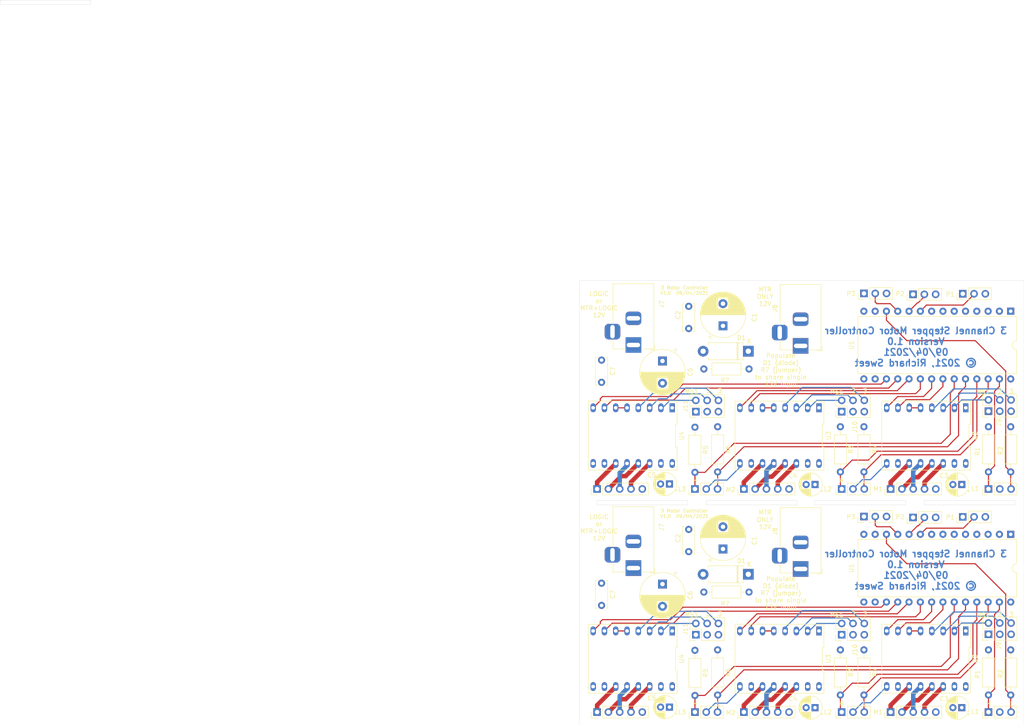
<source format=kicad_pcb>
(kicad_pcb (version 20171130) (host pcbnew "(5.1.10)-1")

  (general
    (thickness 1.6)
    (drawings 80)
    (tracks 336)
    (zones 0)
    (modules 66)
    (nets 56)
  )

  (page A4)
  (layers
    (0 F.Cu signal)
    (1 In1.Cu signal)
    (2 In2.Cu signal)
    (31 B.Cu signal)
    (32 B.Adhes user)
    (33 F.Adhes user)
    (34 B.Paste user)
    (35 F.Paste user)
    (36 B.SilkS user)
    (37 F.SilkS user)
    (38 B.Mask user)
    (39 F.Mask user)
    (40 Dwgs.User user)
    (41 Cmts.User user)
    (42 Eco1.User user)
    (43 Eco2.User user)
    (44 Edge.Cuts user)
    (45 Margin user)
    (46 B.CrtYd user)
    (47 F.CrtYd user)
    (48 B.Fab user hide)
    (49 F.Fab user hide)
  )

  (setup
    (last_trace_width 0.25)
    (trace_clearance 0.2)
    (zone_clearance 0.508)
    (zone_45_only no)
    (trace_min 0.2)
    (via_size 0.8)
    (via_drill 0.4)
    (via_min_size 0.4)
    (via_min_drill 0.3)
    (uvia_size 0.3)
    (uvia_drill 0.1)
    (uvias_allowed no)
    (uvia_min_size 0.2)
    (uvia_min_drill 0.1)
    (edge_width 0.05)
    (segment_width 0.2)
    (pcb_text_width 0.3)
    (pcb_text_size 1.5 1.5)
    (mod_edge_width 0.12)
    (mod_text_size 1 1)
    (mod_text_width 0.15)
    (pad_size 1.524 1.524)
    (pad_drill 0.762)
    (pad_to_mask_clearance 0.051)
    (solder_mask_min_width 0.25)
    (aux_axis_origin 0 0)
    (visible_elements 7FFFFFFF)
    (pcbplotparams
      (layerselection 0x010f0_ffffffff)
      (usegerberextensions true)
      (usegerberattributes false)
      (usegerberadvancedattributes false)
      (creategerberjobfile false)
      (excludeedgelayer true)
      (linewidth 0.100000)
      (plotframeref false)
      (viasonmask false)
      (mode 1)
      (useauxorigin false)
      (hpglpennumber 1)
      (hpglpenspeed 20)
      (hpglpendiameter 15.000000)
      (psnegative false)
      (psa4output false)
      (plotreference true)
      (plotvalue true)
      (plotinvisibletext false)
      (padsonsilk false)
      (subtractmaskfromsilk false)
      (outputformat 1)
      (mirror false)
      (drillshape 0)
      (scaleselection 1)
      (outputdirectory "Gerber/"))
  )

  (net 0 "")
  (net 1 +12V)
  (net 2 GND)
  (net 3 +5V)
  (net 4 /VMOT)
  (net 5 /GMOT)
  (net 6 /LLM3)
  (net 7 /LHM3)
  (net 8 /LHM2)
  (net 9 /LLM2)
  (net 10 /LLM1)
  (net 11 /LHM1)
  (net 12 "Net-(J4-Pad2)")
  (net 13 "Net-(J5-Pad2)")
  (net 14 "Net-(J6-Pad2)")
  (net 15 "Net-(J9-Pad6)")
  (net 16 "Net-(J9-Pad4)")
  (net 17 "Net-(J9-Pad2)")
  (net 18 "Net-(J10-Pad2)")
  (net 19 "Net-(J10-Pad4)")
  (net 20 "Net-(J10-Pad6)")
  (net 21 "Net-(J11-Pad6)")
  (net 22 "Net-(J11-Pad4)")
  (net 23 "Net-(J11-Pad2)")
  (net 24 "Net-(J18-Pad4)")
  (net 25 "Net-(J18-Pad3)")
  (net 26 "Net-(J18-Pad2)")
  (net 27 "Net-(J18-Pad1)")
  (net 28 "Net-(J19-Pad1)")
  (net 29 "Net-(J19-Pad2)")
  (net 30 "Net-(J19-Pad3)")
  (net 31 "Net-(J19-Pad4)")
  (net 32 "Net-(J20-Pad4)")
  (net 33 "Net-(J20-Pad3)")
  (net 34 "Net-(J20-Pad2)")
  (net 35 "Net-(J20-Pad1)")
  (net 36 "Net-(U1-Pad28)")
  (net 37 "Net-(U1-Pad14)")
  (net 38 "Net-(U1-Pad13)")
  (net 39 "Net-(U1-Pad22)")
  (net 40 "Net-(U1-Pad21)")
  (net 41 "Net-(U1-Pad20)")
  (net 42 "Net-(U1-Pad19)")
  (net 43 "Net-(U1-Pad18)")
  (net 44 "Net-(U1-Pad17)")
  (net 45 "Net-(U1-Pad3)")
  (net 46 "Net-(U1-Pad16)")
  (net 47 "Net-(U1-Pad2)")
  (net 48 "Net-(U1-Pad15)")
  (net 49 "Net-(U1-Pad1)")
  (net 50 "Net-(U2-Pad5)")
  (net 51 "Net-(U2-Pad1)")
  (net 52 "Net-(U3-Pad5)")
  (net 53 "Net-(U3-Pad1)")
  (net 54 "Net-(U4-Pad1)")
  (net 55 "Net-(U4-Pad5)")

  (net_class Default "This is the default net class."
    (clearance 0.2)
    (trace_width 0.25)
    (via_dia 0.8)
    (via_drill 0.4)
    (uvia_dia 0.3)
    (uvia_drill 0.1)
    (add_net +12V)
    (add_net +5V)
    (add_net /GMOT)
    (add_net /LHM1)
    (add_net /LHM2)
    (add_net /LHM3)
    (add_net /LLM1)
    (add_net /LLM2)
    (add_net /LLM3)
    (add_net /VMOT)
    (add_net GND)
    (add_net "Net-(J10-Pad2)")
    (add_net "Net-(J10-Pad4)")
    (add_net "Net-(J10-Pad6)")
    (add_net "Net-(J11-Pad2)")
    (add_net "Net-(J11-Pad4)")
    (add_net "Net-(J11-Pad6)")
    (add_net "Net-(J18-Pad1)")
    (add_net "Net-(J18-Pad2)")
    (add_net "Net-(J18-Pad3)")
    (add_net "Net-(J18-Pad4)")
    (add_net "Net-(J19-Pad1)")
    (add_net "Net-(J19-Pad2)")
    (add_net "Net-(J19-Pad3)")
    (add_net "Net-(J19-Pad4)")
    (add_net "Net-(J20-Pad1)")
    (add_net "Net-(J20-Pad2)")
    (add_net "Net-(J20-Pad3)")
    (add_net "Net-(J20-Pad4)")
    (add_net "Net-(J4-Pad2)")
    (add_net "Net-(J5-Pad2)")
    (add_net "Net-(J6-Pad2)")
    (add_net "Net-(J9-Pad2)")
    (add_net "Net-(J9-Pad4)")
    (add_net "Net-(J9-Pad6)")
    (add_net "Net-(U1-Pad1)")
    (add_net "Net-(U1-Pad13)")
    (add_net "Net-(U1-Pad14)")
    (add_net "Net-(U1-Pad15)")
    (add_net "Net-(U1-Pad16)")
    (add_net "Net-(U1-Pad17)")
    (add_net "Net-(U1-Pad18)")
    (add_net "Net-(U1-Pad19)")
    (add_net "Net-(U1-Pad2)")
    (add_net "Net-(U1-Pad20)")
    (add_net "Net-(U1-Pad21)")
    (add_net "Net-(U1-Pad22)")
    (add_net "Net-(U1-Pad28)")
    (add_net "Net-(U1-Pad3)")
    (add_net "Net-(U2-Pad1)")
    (add_net "Net-(U2-Pad5)")
    (add_net "Net-(U3-Pad1)")
    (add_net "Net-(U3-Pad5)")
    (add_net "Net-(U4-Pad1)")
    (add_net "Net-(U4-Pad5)")
  )

  (net_class MotorPowerTrace ""
    (clearance 0.2)
    (trace_width 1.2)
    (via_dia 1.1)
    (via_drill 0.4)
    (uvia_dia 0.3)
    (uvia_drill 0.1)
  )

  (net_class PowerTrace ""
    (clearance 0.2)
    (trace_width 0.8)
    (via_dia 1.1)
    (via_drill 0.4)
    (uvia_dia 0.3)
    (uvia_drill 0.1)
  )

  (net_class SignalTrace ""
    (clearance 0.2)
    (trace_width 0.6)
    (via_dia 0.8)
    (via_drill 0.4)
    (uvia_dia 0.3)
    (uvia_drill 0.1)
  )

  (module Resistor_THT:R_Axial_DIN0207_L6.3mm_D2.5mm_P10.16mm_Horizontal (layer F.Cu) (tedit 5AE5139B) (tstamp 61346251)
    (at 198.237 94.8 270)
    (descr "Resistor, Axial_DIN0207 series, Axial, Horizontal, pin pitch=10.16mm, 0.25W = 1/4W, length*diameter=6.3*2.5mm^2, http://cdn-reichelt.de/documents/datenblatt/B400/1_4W%23YAG.pdf")
    (tags "Resistor Axial_DIN0207 series Axial Horizontal pin pitch 10.16mm 0.25W = 1/4W length 6.3mm diameter 2.5mm")
    (path /615E3743)
    (fp_text reference R4 (at 5.08 -2.37 90) (layer F.SilkS)
      (effects (font (size 1 1) (thickness 0.15)))
    )
    (fp_text value R (at 5.08 2.37 90) (layer F.Fab)
      (effects (font (size 1 1) (thickness 0.15)))
    )
    (fp_line (start 11.21 -1.5) (end -1.05 -1.5) (layer F.CrtYd) (width 0.05))
    (fp_line (start 11.21 1.5) (end 11.21 -1.5) (layer F.CrtYd) (width 0.05))
    (fp_line (start -1.05 1.5) (end 11.21 1.5) (layer F.CrtYd) (width 0.05))
    (fp_line (start -1.05 -1.5) (end -1.05 1.5) (layer F.CrtYd) (width 0.05))
    (fp_line (start 9.12 0) (end 8.35 0) (layer F.SilkS) (width 0.12))
    (fp_line (start 1.04 0) (end 1.81 0) (layer F.SilkS) (width 0.12))
    (fp_line (start 8.35 -1.37) (end 1.81 -1.37) (layer F.SilkS) (width 0.12))
    (fp_line (start 8.35 1.37) (end 8.35 -1.37) (layer F.SilkS) (width 0.12))
    (fp_line (start 1.81 1.37) (end 8.35 1.37) (layer F.SilkS) (width 0.12))
    (fp_line (start 1.81 -1.37) (end 1.81 1.37) (layer F.SilkS) (width 0.12))
    (fp_line (start 10.16 0) (end 8.23 0) (layer F.Fab) (width 0.1))
    (fp_line (start 0 0) (end 1.93 0) (layer F.Fab) (width 0.1))
    (fp_line (start 8.23 -1.25) (end 1.93 -1.25) (layer F.Fab) (width 0.1))
    (fp_line (start 8.23 1.25) (end 8.23 -1.25) (layer F.Fab) (width 0.1))
    (fp_line (start 1.93 1.25) (end 8.23 1.25) (layer F.Fab) (width 0.1))
    (fp_line (start 1.93 -1.25) (end 1.93 1.25) (layer F.Fab) (width 0.1))
    (fp_text user %R (at 5.08 0 90) (layer F.Fab)
      (effects (font (size 1 1) (thickness 0.15)))
    )
    (pad 1 thru_hole circle (at 0 0 270) (size 1.6 1.6) (drill 0.8) (layers *.Cu *.Mask))
    (pad 2 thru_hole oval (at 10.16 0 270) (size 1.6 1.6) (drill 0.8) (layers *.Cu *.Mask))
    (model ${KISYS3DMOD}/Resistor_THT.3dshapes/R_Axial_DIN0207_L6.3mm_D2.5mm_P10.16mm_Horizontal.wrl
      (at (xyz 0 0 0))
      (scale (xyz 1 1 1))
      (rotate (xyz 0 0 0))
    )
  )

  (module Motors:A4988 (layer F.Cu) (tedit 61314992) (tstamp 61346232)
    (at 179.237 96.8 180)
    (path /61318391)
    (fp_text reference U3 (at -10.99 0 90) (layer F.SilkS)
      (effects (font (size 1 1) (thickness 0.15)))
    )
    (fp_text value A4988 (at 0 0) (layer F.Fab)
      (effects (font (size 1 1) (thickness 0.15)))
    )
    (fp_line (start -9.99 7.759999) (end 9.99 7.76) (layer F.SilkS) (width 0.12))
    (fp_line (start 9.99 7.76) (end 9.99 -7.759999) (layer F.SilkS) (width 0.12))
    (fp_line (start 9.99 -7.759999) (end -9.99 -7.76) (layer F.SilkS) (width 0.12))
    (fp_line (start -9.99 -7.76) (end -9.99 -2.586666) (layer F.SilkS) (width 0.12))
    (fp_line (start -9.99 -2.586666) (end -9.63 -2.586666) (layer F.SilkS) (width 0.12))
    (fp_line (start -9.63 -2.586666) (end -9.63 2.586666) (layer F.SilkS) (width 0.12))
    (fp_line (start -9.63 2.586666) (end -9.99 2.586666) (layer F.SilkS) (width 0.12))
    (fp_line (start -9.99 2.586666) (end -9.99 7.759999) (layer F.SilkS) (width 0.12))
    (fp_line (start -9.74 -7.51) (end 9.74 -7.51) (layer F.CrtYd) (width 0.05))
    (fp_line (start 9.74 -7.51) (end 9.74 7.51) (layer F.CrtYd) (width 0.05))
    (fp_line (start 9.74 7.51) (end -9.74 7.51) (layer F.CrtYd) (width 0.05))
    (fp_line (start -9.74 7.51) (end -9.74 -7.51) (layer F.CrtYd) (width 0.05))
    (pad 16 thru_hole oval (at -8.89 -6.26 180) (size 1.2 2) (drill 0.8) (layers *.Cu *.Mask))
    (pad 1 thru_hole rect (at -8.89 6.26 180) (size 1.2 2) (drill 0.8) (layers *.Cu *.Mask))
    (pad 15 thru_hole oval (at -6.35 -6.26 180) (size 1.2 2) (drill 0.8) (layers *.Cu *.Mask))
    (pad 2 thru_hole oval (at -6.35 6.26 180) (size 1.2 2) (drill 0.8) (layers *.Cu *.Mask))
    (pad 14 thru_hole oval (at -3.81 -6.26 180) (size 1.2 2) (drill 0.8) (layers *.Cu *.Mask))
    (pad 3 thru_hole oval (at -3.81 6.26 180) (size 1.2 2) (drill 0.8) (layers *.Cu *.Mask))
    (pad 13 thru_hole oval (at -1.27 -6.26 180) (size 1.2 2) (drill 0.8) (layers *.Cu *.Mask))
    (pad 4 thru_hole oval (at -1.27 6.26 180) (size 1.2 2) (drill 0.8) (layers *.Cu *.Mask))
    (pad 12 thru_hole oval (at 1.27 -6.26 180) (size 1.2 2) (drill 0.8) (layers *.Cu *.Mask))
    (pad 5 thru_hole oval (at 1.27 6.26 180) (size 1.2 2) (drill 0.8) (layers *.Cu *.Mask))
    (pad 11 thru_hole oval (at 3.81 -6.26 180) (size 1.2 2) (drill 0.8) (layers *.Cu *.Mask))
    (pad 6 thru_hole oval (at 3.81 6.26 180) (size 1.2 2) (drill 0.8) (layers *.Cu *.Mask))
    (pad 10 thru_hole oval (at 6.35 -6.26 180) (size 1.2 2) (drill 0.8) (layers *.Cu *.Mask))
    (pad 7 thru_hole oval (at 6.35 6.26 180) (size 1.2 2) (drill 0.8) (layers *.Cu *.Mask))
    (pad 9 thru_hole oval (at 8.89 -6.26 180) (size 1.2 2) (drill 0.8) (layers *.Cu *.Mask))
    (pad 8 thru_hole oval (at 8.89 6.26 180) (size 1.2 2) (drill 0.8) (layers *.Cu *.Mask))
  )

  (module Connector_PinHeader_2.54mm:PinHeader_2x03_P2.54mm_Vertical (layer F.Cu) (tedit 59FED5CC) (tstamp 61346217)
    (at 160.437 91.4 90)
    (descr "Through hole straight pin header, 2x03, 2.54mm pitch, double rows")
    (tags "Through hole pin header THT 2x03 2.54mm double row")
    (path /61A5D524)
    (fp_text reference J11 (at 1.27 -2.33 90) (layer F.SilkS)
      (effects (font (size 1 1) (thickness 0.15)))
    )
    (fp_text value Conn_02x03_Odd_Even (at 1.27 7.41 90) (layer F.Fab) hide
      (effects (font (size 1 1) (thickness 0.15)))
    )
    (fp_line (start 4.35 -1.8) (end -1.8 -1.8) (layer F.CrtYd) (width 0.05))
    (fp_line (start 4.35 6.85) (end 4.35 -1.8) (layer F.CrtYd) (width 0.05))
    (fp_line (start -1.8 6.85) (end 4.35 6.85) (layer F.CrtYd) (width 0.05))
    (fp_line (start -1.8 -1.8) (end -1.8 6.85) (layer F.CrtYd) (width 0.05))
    (fp_line (start -1.33 -1.33) (end 0 -1.33) (layer F.SilkS) (width 0.12))
    (fp_line (start -1.33 0) (end -1.33 -1.33) (layer F.SilkS) (width 0.12))
    (fp_line (start 1.27 -1.33) (end 3.87 -1.33) (layer F.SilkS) (width 0.12))
    (fp_line (start 1.27 1.27) (end 1.27 -1.33) (layer F.SilkS) (width 0.12))
    (fp_line (start -1.33 1.27) (end 1.27 1.27) (layer F.SilkS) (width 0.12))
    (fp_line (start 3.87 -1.33) (end 3.87 6.41) (layer F.SilkS) (width 0.12))
    (fp_line (start -1.33 1.27) (end -1.33 6.41) (layer F.SilkS) (width 0.12))
    (fp_line (start -1.33 6.41) (end 3.87 6.41) (layer F.SilkS) (width 0.12))
    (fp_line (start -1.27 0) (end 0 -1.27) (layer F.Fab) (width 0.1))
    (fp_line (start -1.27 6.35) (end -1.27 0) (layer F.Fab) (width 0.1))
    (fp_line (start 3.81 6.35) (end -1.27 6.35) (layer F.Fab) (width 0.1))
    (fp_line (start 3.81 -1.27) (end 3.81 6.35) (layer F.Fab) (width 0.1))
    (fp_line (start 0 -1.27) (end 3.81 -1.27) (layer F.Fab) (width 0.1))
    (fp_text user %R (at 1.27 2.54) (layer F.Fab)
      (effects (font (size 1 1) (thickness 0.15)))
    )
    (pad 1 thru_hole rect (at 0 0 90) (size 1.7 1.7) (drill 1) (layers *.Cu *.Mask))
    (pad 2 thru_hole oval (at 2.54 0 90) (size 1.7 1.7) (drill 1) (layers *.Cu *.Mask))
    (pad 3 thru_hole oval (at 0 2.54 90) (size 1.7 1.7) (drill 1) (layers *.Cu *.Mask))
    (pad 4 thru_hole oval (at 2.54 2.54 90) (size 1.7 1.7) (drill 1) (layers *.Cu *.Mask))
    (pad 5 thru_hole oval (at 0 5.08 90) (size 1.7 1.7) (drill 1) (layers *.Cu *.Mask))
    (pad 6 thru_hole oval (at 2.54 5.08 90) (size 1.7 1.7) (drill 1) (layers *.Cu *.Mask))
    (model ${KISYS3DMOD}/Connector_PinHeader_2.54mm.3dshapes/PinHeader_2x03_P2.54mm_Vertical.wrl
      (at (xyz 0 0 0))
      (scale (xyz 1 1 1))
      (rotate (xyz 0 0 0))
    )
  )

  (module Capacitor_THT:CP_Radial_D10.0mm_P5.00mm (layer F.Cu) (tedit 5AE50EF1) (tstamp 6134614C)
    (at 152.937 80 270)
    (descr "CP, Radial series, Radial, pin pitch=5.00mm, , diameter=10mm, Electrolytic Capacitor")
    (tags "CP Radial series Radial pin pitch 5.00mm  diameter 10mm Electrolytic Capacitor")
    (path /61AD7FF0)
    (fp_text reference C6 (at 2.5 -6.25 90) (layer F.SilkS)
      (effects (font (size 1 1) (thickness 0.15)))
    )
    (fp_text value CP (at 2.5 6.25 90) (layer F.Fab)
      (effects (font (size 1 1) (thickness 0.15)))
    )
    (fp_line (start -2.479646 -3.375) (end -2.479646 -2.375) (layer F.SilkS) (width 0.12))
    (fp_line (start -2.979646 -2.875) (end -1.979646 -2.875) (layer F.SilkS) (width 0.12))
    (fp_line (start 7.581 -0.599) (end 7.581 0.599) (layer F.SilkS) (width 0.12))
    (fp_line (start 7.541 -0.862) (end 7.541 0.862) (layer F.SilkS) (width 0.12))
    (fp_line (start 7.501 -1.062) (end 7.501 1.062) (layer F.SilkS) (width 0.12))
    (fp_line (start 7.461 -1.23) (end 7.461 1.23) (layer F.SilkS) (width 0.12))
    (fp_line (start 7.421 -1.378) (end 7.421 1.378) (layer F.SilkS) (width 0.12))
    (fp_line (start 7.381 -1.51) (end 7.381 1.51) (layer F.SilkS) (width 0.12))
    (fp_line (start 7.341 -1.63) (end 7.341 1.63) (layer F.SilkS) (width 0.12))
    (fp_line (start 7.301 -1.742) (end 7.301 1.742) (layer F.SilkS) (width 0.12))
    (fp_line (start 7.261 -1.846) (end 7.261 1.846) (layer F.SilkS) (width 0.12))
    (fp_line (start 7.221 -1.944) (end 7.221 1.944) (layer F.SilkS) (width 0.12))
    (fp_line (start 7.181 -2.037) (end 7.181 2.037) (layer F.SilkS) (width 0.12))
    (fp_line (start 7.141 -2.125) (end 7.141 2.125) (layer F.SilkS) (width 0.12))
    (fp_line (start 7.101 -2.209) (end 7.101 2.209) (layer F.SilkS) (width 0.12))
    (fp_line (start 7.061 -2.289) (end 7.061 2.289) (layer F.SilkS) (width 0.12))
    (fp_line (start 7.021 -2.365) (end 7.021 2.365) (layer F.SilkS) (width 0.12))
    (fp_line (start 6.981 -2.439) (end 6.981 2.439) (layer F.SilkS) (width 0.12))
    (fp_line (start 6.941 -2.51) (end 6.941 2.51) (layer F.SilkS) (width 0.12))
    (fp_line (start 6.901 -2.579) (end 6.901 2.579) (layer F.SilkS) (width 0.12))
    (fp_line (start 6.861 -2.645) (end 6.861 2.645) (layer F.SilkS) (width 0.12))
    (fp_line (start 6.821 -2.709) (end 6.821 2.709) (layer F.SilkS) (width 0.12))
    (fp_line (start 6.781 -2.77) (end 6.781 2.77) (layer F.SilkS) (width 0.12))
    (fp_line (start 6.741 -2.83) (end 6.741 2.83) (layer F.SilkS) (width 0.12))
    (fp_line (start 6.701 -2.889) (end 6.701 2.889) (layer F.SilkS) (width 0.12))
    (fp_line (start 6.661 -2.945) (end 6.661 2.945) (layer F.SilkS) (width 0.12))
    (fp_line (start 6.621 -3) (end 6.621 3) (layer F.SilkS) (width 0.12))
    (fp_line (start 6.581 -3.054) (end 6.581 3.054) (layer F.SilkS) (width 0.12))
    (fp_line (start 6.541 -3.106) (end 6.541 3.106) (layer F.SilkS) (width 0.12))
    (fp_line (start 6.501 -3.156) (end 6.501 3.156) (layer F.SilkS) (width 0.12))
    (fp_line (start 6.461 -3.206) (end 6.461 3.206) (layer F.SilkS) (width 0.12))
    (fp_line (start 6.421 -3.254) (end 6.421 3.254) (layer F.SilkS) (width 0.12))
    (fp_line (start 6.381 -3.301) (end 6.381 3.301) (layer F.SilkS) (width 0.12))
    (fp_line (start 6.341 -3.347) (end 6.341 3.347) (layer F.SilkS) (width 0.12))
    (fp_line (start 6.301 -3.392) (end 6.301 3.392) (layer F.SilkS) (width 0.12))
    (fp_line (start 6.261 -3.436) (end 6.261 3.436) (layer F.SilkS) (width 0.12))
    (fp_line (start 6.221 1.241) (end 6.221 3.478) (layer F.SilkS) (width 0.12))
    (fp_line (start 6.221 -3.478) (end 6.221 -1.241) (layer F.SilkS) (width 0.12))
    (fp_line (start 6.181 1.241) (end 6.181 3.52) (layer F.SilkS) (width 0.12))
    (fp_line (start 6.181 -3.52) (end 6.181 -1.241) (layer F.SilkS) (width 0.12))
    (fp_line (start 6.141 1.241) (end 6.141 3.561) (layer F.SilkS) (width 0.12))
    (fp_line (start 6.141 -3.561) (end 6.141 -1.241) (layer F.SilkS) (width 0.12))
    (fp_line (start 6.101 1.241) (end 6.101 3.601) (layer F.SilkS) (width 0.12))
    (fp_line (start 6.101 -3.601) (end 6.101 -1.241) (layer F.SilkS) (width 0.12))
    (fp_line (start 6.061 1.241) (end 6.061 3.64) (layer F.SilkS) (width 0.12))
    (fp_line (start 6.061 -3.64) (end 6.061 -1.241) (layer F.SilkS) (width 0.12))
    (fp_line (start 6.021 1.241) (end 6.021 3.679) (layer F.SilkS) (width 0.12))
    (fp_line (start 6.021 -3.679) (end 6.021 -1.241) (layer F.SilkS) (width 0.12))
    (fp_line (start 5.981 1.241) (end 5.981 3.716) (layer F.SilkS) (width 0.12))
    (fp_line (start 5.981 -3.716) (end 5.981 -1.241) (layer F.SilkS) (width 0.12))
    (fp_line (start 5.941 1.241) (end 5.941 3.753) (layer F.SilkS) (width 0.12))
    (fp_line (start 5.941 -3.753) (end 5.941 -1.241) (layer F.SilkS) (width 0.12))
    (fp_line (start 5.901 1.241) (end 5.901 3.789) (layer F.SilkS) (width 0.12))
    (fp_line (start 5.901 -3.789) (end 5.901 -1.241) (layer F.SilkS) (width 0.12))
    (fp_line (start 5.861 1.241) (end 5.861 3.824) (layer F.SilkS) (width 0.12))
    (fp_line (start 5.861 -3.824) (end 5.861 -1.241) (layer F.SilkS) (width 0.12))
    (fp_line (start 5.821 1.241) (end 5.821 3.858) (layer F.SilkS) (width 0.12))
    (fp_line (start 5.821 -3.858) (end 5.821 -1.241) (layer F.SilkS) (width 0.12))
    (fp_line (start 5.781 1.241) (end 5.781 3.892) (layer F.SilkS) (width 0.12))
    (fp_line (start 5.781 -3.892) (end 5.781 -1.241) (layer F.SilkS) (width 0.12))
    (fp_line (start 5.741 1.241) (end 5.741 3.925) (layer F.SilkS) (width 0.12))
    (fp_line (start 5.741 -3.925) (end 5.741 -1.241) (layer F.SilkS) (width 0.12))
    (fp_line (start 5.701 1.241) (end 5.701 3.957) (layer F.SilkS) (width 0.12))
    (fp_line (start 5.701 -3.957) (end 5.701 -1.241) (layer F.SilkS) (width 0.12))
    (fp_line (start 5.661 1.241) (end 5.661 3.989) (layer F.SilkS) (width 0.12))
    (fp_line (start 5.661 -3.989) (end 5.661 -1.241) (layer F.SilkS) (width 0.12))
    (fp_line (start 5.621 1.241) (end 5.621 4.02) (layer F.SilkS) (width 0.12))
    (fp_line (start 5.621 -4.02) (end 5.621 -1.241) (layer F.SilkS) (width 0.12))
    (fp_line (start 5.581 1.241) (end 5.581 4.05) (layer F.SilkS) (width 0.12))
    (fp_line (start 5.581 -4.05) (end 5.581 -1.241) (layer F.SilkS) (width 0.12))
    (fp_line (start 5.541 1.241) (end 5.541 4.08) (layer F.SilkS) (width 0.12))
    (fp_line (start 5.541 -4.08) (end 5.541 -1.241) (layer F.SilkS) (width 0.12))
    (fp_line (start 5.501 1.241) (end 5.501 4.11) (layer F.SilkS) (width 0.12))
    (fp_line (start 5.501 -4.11) (end 5.501 -1.241) (layer F.SilkS) (width 0.12))
    (fp_line (start 5.461 1.241) (end 5.461 4.138) (layer F.SilkS) (width 0.12))
    (fp_line (start 5.461 -4.138) (end 5.461 -1.241) (layer F.SilkS) (width 0.12))
    (fp_line (start 5.421 1.241) (end 5.421 4.166) (layer F.SilkS) (width 0.12))
    (fp_line (start 5.421 -4.166) (end 5.421 -1.241) (layer F.SilkS) (width 0.12))
    (fp_line (start 5.381 1.241) (end 5.381 4.194) (layer F.SilkS) (width 0.12))
    (fp_line (start 5.381 -4.194) (end 5.381 -1.241) (layer F.SilkS) (width 0.12))
    (fp_line (start 5.341 1.241) (end 5.341 4.221) (layer F.SilkS) (width 0.12))
    (fp_line (start 5.341 -4.221) (end 5.341 -1.241) (layer F.SilkS) (width 0.12))
    (fp_line (start 5.301 1.241) (end 5.301 4.247) (layer F.SilkS) (width 0.12))
    (fp_line (start 5.301 -4.247) (end 5.301 -1.241) (layer F.SilkS) (width 0.12))
    (fp_line (start 5.261 1.241) (end 5.261 4.273) (layer F.SilkS) (width 0.12))
    (fp_line (start 5.261 -4.273) (end 5.261 -1.241) (layer F.SilkS) (width 0.12))
    (fp_line (start 5.221 1.241) (end 5.221 4.298) (layer F.SilkS) (width 0.12))
    (fp_line (start 5.221 -4.298) (end 5.221 -1.241) (layer F.SilkS) (width 0.12))
    (fp_line (start 5.181 1.241) (end 5.181 4.323) (layer F.SilkS) (width 0.12))
    (fp_line (start 5.181 -4.323) (end 5.181 -1.241) (layer F.SilkS) (width 0.12))
    (fp_line (start 5.141 1.241) (end 5.141 4.347) (layer F.SilkS) (width 0.12))
    (fp_line (start 5.141 -4.347) (end 5.141 -1.241) (layer F.SilkS) (width 0.12))
    (fp_line (start 5.101 1.241) (end 5.101 4.371) (layer F.SilkS) (width 0.12))
    (fp_line (start 5.101 -4.371) (end 5.101 -1.241) (layer F.SilkS) (width 0.12))
    (fp_line (start 5.061 1.241) (end 5.061 4.395) (layer F.SilkS) (width 0.12))
    (fp_line (start 5.061 -4.395) (end 5.061 -1.241) (layer F.SilkS) (width 0.12))
    (fp_line (start 5.021 1.241) (end 5.021 4.417) (layer F.SilkS) (width 0.12))
    (fp_line (start 5.021 -4.417) (end 5.021 -1.241) (layer F.SilkS) (width 0.12))
    (fp_line (start 4.981 1.241) (end 4.981 4.44) (layer F.SilkS) (width 0.12))
    (fp_line (start 4.981 -4.44) (end 4.981 -1.241) (layer F.SilkS) (width 0.12))
    (fp_line (start 4.941 1.241) (end 4.941 4.462) (layer F.SilkS) (width 0.12))
    (fp_line (start 4.941 -4.462) (end 4.941 -1.241) (layer F.SilkS) (width 0.12))
    (fp_line (start 4.901 1.241) (end 4.901 4.483) (layer F.SilkS) (width 0.12))
    (fp_line (start 4.901 -4.483) (end 4.901 -1.241) (layer F.SilkS) (width 0.12))
    (fp_line (start 4.861 1.241) (end 4.861 4.504) (layer F.SilkS) (width 0.12))
    (fp_line (start 4.861 -4.504) (end 4.861 -1.241) (layer F.SilkS) (width 0.12))
    (fp_line (start 4.821 1.241) (end 4.821 4.525) (layer F.SilkS) (width 0.12))
    (fp_line (start 4.821 -4.525) (end 4.821 -1.241) (layer F.SilkS) (width 0.12))
    (fp_line (start 4.781 1.241) (end 4.781 4.545) (layer F.SilkS) (width 0.12))
    (fp_line (start 4.781 -4.545) (end 4.781 -1.241) (layer F.SilkS) (width 0.12))
    (fp_line (start 4.741 1.241) (end 4.741 4.564) (layer F.SilkS) (width 0.12))
    (fp_line (start 4.741 -4.564) (end 4.741 -1.241) (layer F.SilkS) (width 0.12))
    (fp_line (start 4.701 1.241) (end 4.701 4.584) (layer F.SilkS) (width 0.12))
    (fp_line (start 4.701 -4.584) (end 4.701 -1.241) (layer F.SilkS) (width 0.12))
    (fp_line (start 4.661 1.241) (end 4.661 4.603) (layer F.SilkS) (width 0.12))
    (fp_line (start 4.661 -4.603) (end 4.661 -1.241) (layer F.SilkS) (width 0.12))
    (fp_line (start 4.621 1.241) (end 4.621 4.621) (layer F.SilkS) (width 0.12))
    (fp_line (start 4.621 -4.621) (end 4.621 -1.241) (layer F.SilkS) (width 0.12))
    (fp_line (start 4.581 1.241) (end 4.581 4.639) (layer F.SilkS) (width 0.12))
    (fp_line (start 4.581 -4.639) (end 4.581 -1.241) (layer F.SilkS) (width 0.12))
    (fp_line (start 4.541 1.241) (end 4.541 4.657) (layer F.SilkS) (width 0.12))
    (fp_line (start 4.541 -4.657) (end 4.541 -1.241) (layer F.SilkS) (width 0.12))
    (fp_line (start 4.501 1.241) (end 4.501 4.674) (layer F.SilkS) (width 0.12))
    (fp_line (start 4.501 -4.674) (end 4.501 -1.241) (layer F.SilkS) (width 0.12))
    (fp_line (start 4.461 1.241) (end 4.461 4.69) (layer F.SilkS) (width 0.12))
    (fp_line (start 4.461 -4.69) (end 4.461 -1.241) (layer F.SilkS) (width 0.12))
    (fp_line (start 4.421 1.241) (end 4.421 4.707) (layer F.SilkS) (width 0.12))
    (fp_line (start 4.421 -4.707) (end 4.421 -1.241) (layer F.SilkS) (width 0.12))
    (fp_line (start 4.381 1.241) (end 4.381 4.723) (layer F.SilkS) (width 0.12))
    (fp_line (start 4.381 -4.723) (end 4.381 -1.241) (layer F.SilkS) (width 0.12))
    (fp_line (start 4.341 1.241) (end 4.341 4.738) (layer F.SilkS) (width 0.12))
    (fp_line (start 4.341 -4.738) (end 4.341 -1.241) (layer F.SilkS) (width 0.12))
    (fp_line (start 4.301 1.241) (end 4.301 4.754) (layer F.SilkS) (width 0.12))
    (fp_line (start 4.301 -4.754) (end 4.301 -1.241) (layer F.SilkS) (width 0.12))
    (fp_line (start 4.261 1.241) (end 4.261 4.768) (layer F.SilkS) (width 0.12))
    (fp_line (start 4.261 -4.768) (end 4.261 -1.241) (layer F.SilkS) (width 0.12))
    (fp_line (start 4.221 1.241) (end 4.221 4.783) (layer F.SilkS) (width 0.12))
    (fp_line (start 4.221 -4.783) (end 4.221 -1.241) (layer F.SilkS) (width 0.12))
    (fp_line (start 4.181 1.241) (end 4.181 4.797) (layer F.SilkS) (width 0.12))
    (fp_line (start 4.181 -4.797) (end 4.181 -1.241) (layer F.SilkS) (width 0.12))
    (fp_line (start 4.141 1.241) (end 4.141 4.811) (layer F.SilkS) (width 0.12))
    (fp_line (start 4.141 -4.811) (end 4.141 -1.241) (layer F.SilkS) (width 0.12))
    (fp_line (start 4.101 1.241) (end 4.101 4.824) (layer F.SilkS) (width 0.12))
    (fp_line (start 4.101 -4.824) (end 4.101 -1.241) (layer F.SilkS) (width 0.12))
    (fp_line (start 4.061 1.241) (end 4.061 4.837) (layer F.SilkS) (width 0.12))
    (fp_line (start 4.061 -4.837) (end 4.061 -1.241) (layer F.SilkS) (width 0.12))
    (fp_line (start 4.021 1.241) (end 4.021 4.85) (layer F.SilkS) (width 0.12))
    (fp_line (start 4.021 -4.85) (end 4.021 -1.241) (layer F.SilkS) (width 0.12))
    (fp_line (start 3.981 1.241) (end 3.981 4.862) (layer F.SilkS) (width 0.12))
    (fp_line (start 3.981 -4.862) (end 3.981 -1.241) (layer F.SilkS) (width 0.12))
    (fp_line (start 3.941 1.241) (end 3.941 4.874) (layer F.SilkS) (width 0.12))
    (fp_line (start 3.941 -4.874) (end 3.941 -1.241) (layer F.SilkS) (width 0.12))
    (fp_line (start 3.901 1.241) (end 3.901 4.885) (layer F.SilkS) (width 0.12))
    (fp_line (start 3.901 -4.885) (end 3.901 -1.241) (layer F.SilkS) (width 0.12))
    (fp_line (start 3.861 1.241) (end 3.861 4.897) (layer F.SilkS) (width 0.12))
    (fp_line (start 3.861 -4.897) (end 3.861 -1.241) (layer F.SilkS) (width 0.12))
    (fp_line (start 3.821 1.241) (end 3.821 4.907) (layer F.SilkS) (width 0.12))
    (fp_line (start 3.821 -4.907) (end 3.821 -1.241) (layer F.SilkS) (width 0.12))
    (fp_line (start 3.781 1.241) (end 3.781 4.918) (layer F.SilkS) (width 0.12))
    (fp_line (start 3.781 -4.918) (end 3.781 -1.241) (layer F.SilkS) (width 0.12))
    (fp_line (start 3.741 -4.928) (end 3.741 4.928) (layer F.SilkS) (width 0.12))
    (fp_line (start 3.701 -4.938) (end 3.701 4.938) (layer F.SilkS) (width 0.12))
    (fp_line (start 3.661 -4.947) (end 3.661 4.947) (layer F.SilkS) (width 0.12))
    (fp_line (start 3.621 -4.956) (end 3.621 4.956) (layer F.SilkS) (width 0.12))
    (fp_line (start 3.581 -4.965) (end 3.581 4.965) (layer F.SilkS) (width 0.12))
    (fp_line (start 3.541 -4.974) (end 3.541 4.974) (layer F.SilkS) (width 0.12))
    (fp_line (start 3.501 -4.982) (end 3.501 4.982) (layer F.SilkS) (width 0.12))
    (fp_line (start 3.461 -4.99) (end 3.461 4.99) (layer F.SilkS) (width 0.12))
    (fp_line (start 3.421 -4.997) (end 3.421 4.997) (layer F.SilkS) (width 0.12))
    (fp_line (start 3.381 -5.004) (end 3.381 5.004) (layer F.SilkS) (width 0.12))
    (fp_line (start 3.341 -5.011) (end 3.341 5.011) (layer F.SilkS) (width 0.12))
    (fp_line (start 3.301 -5.018) (end 3.301 5.018) (layer F.SilkS) (width 0.12))
    (fp_line (start 3.261 -5.024) (end 3.261 5.024) (layer F.SilkS) (width 0.12))
    (fp_line (start 3.221 -5.03) (end 3.221 5.03) (layer F.SilkS) (width 0.12))
    (fp_line (start 3.18 -5.035) (end 3.18 5.035) (layer F.SilkS) (width 0.12))
    (fp_line (start 3.14 -5.04) (end 3.14 5.04) (layer F.SilkS) (width 0.12))
    (fp_line (start 3.1 -5.045) (end 3.1 5.045) (layer F.SilkS) (width 0.12))
    (fp_line (start 3.06 -5.05) (end 3.06 5.05) (layer F.SilkS) (width 0.12))
    (fp_line (start 3.02 -5.054) (end 3.02 5.054) (layer F.SilkS) (width 0.12))
    (fp_line (start 2.98 -5.058) (end 2.98 5.058) (layer F.SilkS) (width 0.12))
    (fp_line (start 2.94 -5.062) (end 2.94 5.062) (layer F.SilkS) (width 0.12))
    (fp_line (start 2.9 -5.065) (end 2.9 5.065) (layer F.SilkS) (width 0.12))
    (fp_line (start 2.86 -5.068) (end 2.86 5.068) (layer F.SilkS) (width 0.12))
    (fp_line (start 2.82 -5.07) (end 2.82 5.07) (layer F.SilkS) (width 0.12))
    (fp_line (start 2.78 -5.073) (end 2.78 5.073) (layer F.SilkS) (width 0.12))
    (fp_line (start 2.74 -5.075) (end 2.74 5.075) (layer F.SilkS) (width 0.12))
    (fp_line (start 2.7 -5.077) (end 2.7 5.077) (layer F.SilkS) (width 0.12))
    (fp_line (start 2.66 -5.078) (end 2.66 5.078) (layer F.SilkS) (width 0.12))
    (fp_line (start 2.62 -5.079) (end 2.62 5.079) (layer F.SilkS) (width 0.12))
    (fp_line (start 2.58 -5.08) (end 2.58 5.08) (layer F.SilkS) (width 0.12))
    (fp_line (start 2.54 -5.08) (end 2.54 5.08) (layer F.SilkS) (width 0.12))
    (fp_line (start 2.5 -5.08) (end 2.5 5.08) (layer F.SilkS) (width 0.12))
    (fp_line (start -1.288861 -2.6875) (end -1.288861 -1.6875) (layer F.Fab) (width 0.1))
    (fp_line (start -1.788861 -2.1875) (end -0.788861 -2.1875) (layer F.Fab) (width 0.1))
    (fp_circle (center 2.5 0) (end 7.75 0) (layer F.CrtYd) (width 0.05))
    (fp_circle (center 2.5 0) (end 7.62 0) (layer F.SilkS) (width 0.12))
    (fp_circle (center 2.5 0) (end 7.5 0) (layer F.Fab) (width 0.1))
    (fp_text user %R (at 2.5 0 90) (layer F.Fab)
      (effects (font (size 1 1) (thickness 0.15)))
    )
    (pad 1 thru_hole rect (at 0 0 270) (size 2 2) (drill 1) (layers *.Cu *.Mask))
    (pad 2 thru_hole circle (at 5 0 270) (size 2 2) (drill 1) (layers *.Cu *.Mask))
    (model ${KISYS3DMOD}/Capacitor_THT.3dshapes/CP_Radial_D10.0mm_P5.00mm.wrl
      (at (xyz 0 0 0))
      (scale (xyz 1 1 1))
      (rotate (xyz 0 0 0))
    )
  )

  (module Resistor_THT:R_Axial_DIN0207_L6.3mm_D2.5mm_P10.16mm_Horizontal (layer F.Cu) (tedit 5AE5139B) (tstamp 61346136)
    (at 165.337 94.8 270)
    (descr "Resistor, Axial_DIN0207 series, Axial, Horizontal, pin pitch=10.16mm, 0.25W = 1/4W, length*diameter=6.3*2.5mm^2, http://cdn-reichelt.de/documents/datenblatt/B400/1_4W%23YAG.pdf")
    (tags "Resistor Axial_DIN0207 series Axial Horizontal pin pitch 10.16mm 0.25W = 1/4W length 6.3mm diameter 2.5mm")
    (path /615EFDFE)
    (fp_text reference R6 (at 5.08 -2.37 90) (layer F.SilkS)
      (effects (font (size 1 1) (thickness 0.15)))
    )
    (fp_text value R (at 5.08 2.37 90) (layer F.Fab)
      (effects (font (size 1 1) (thickness 0.15)))
    )
    (fp_line (start 1.93 -1.25) (end 1.93 1.25) (layer F.Fab) (width 0.1))
    (fp_line (start 1.93 1.25) (end 8.23 1.25) (layer F.Fab) (width 0.1))
    (fp_line (start 8.23 1.25) (end 8.23 -1.25) (layer F.Fab) (width 0.1))
    (fp_line (start 8.23 -1.25) (end 1.93 -1.25) (layer F.Fab) (width 0.1))
    (fp_line (start 0 0) (end 1.93 0) (layer F.Fab) (width 0.1))
    (fp_line (start 10.16 0) (end 8.23 0) (layer F.Fab) (width 0.1))
    (fp_line (start 1.81 -1.37) (end 1.81 1.37) (layer F.SilkS) (width 0.12))
    (fp_line (start 1.81 1.37) (end 8.35 1.37) (layer F.SilkS) (width 0.12))
    (fp_line (start 8.35 1.37) (end 8.35 -1.37) (layer F.SilkS) (width 0.12))
    (fp_line (start 8.35 -1.37) (end 1.81 -1.37) (layer F.SilkS) (width 0.12))
    (fp_line (start 1.04 0) (end 1.81 0) (layer F.SilkS) (width 0.12))
    (fp_line (start 9.12 0) (end 8.35 0) (layer F.SilkS) (width 0.12))
    (fp_line (start -1.05 -1.5) (end -1.05 1.5) (layer F.CrtYd) (width 0.05))
    (fp_line (start -1.05 1.5) (end 11.21 1.5) (layer F.CrtYd) (width 0.05))
    (fp_line (start 11.21 1.5) (end 11.21 -1.5) (layer F.CrtYd) (width 0.05))
    (fp_line (start 11.21 -1.5) (end -1.05 -1.5) (layer F.CrtYd) (width 0.05))
    (fp_text user %R (at 5.08 0 90) (layer F.Fab)
      (effects (font (size 1 1) (thickness 0.15)))
    )
    (pad 2 thru_hole oval (at 10.16 0 270) (size 1.6 1.6) (drill 0.8) (layers *.Cu *.Mask))
    (pad 1 thru_hole circle (at 0 0 270) (size 1.6 1.6) (drill 0.8) (layers *.Cu *.Mask))
    (model ${KISYS3DMOD}/Resistor_THT.3dshapes/R_Axial_DIN0207_L6.3mm_D2.5mm_P10.16mm_Horizontal.wrl
      (at (xyz 0 0 0))
      (scale (xyz 1 1 1))
      (rotate (xyz 0 0 0))
    )
  )

  (module Resistor_THT:R_Axial_DIN0207_L6.3mm_D2.5mm_P10.16mm_Horizontal (layer F.Cu) (tedit 5AE5139B) (tstamp 61346120)
    (at 231.237 94.8 270)
    (descr "Resistor, Axial_DIN0207 series, Axial, Horizontal, pin pitch=10.16mm, 0.25W = 1/4W, length*diameter=6.3*2.5mm^2, http://cdn-reichelt.de/documents/datenblatt/B400/1_4W%23YAG.pdf")
    (tags "Resistor Axial_DIN0207 series Axial Horizontal pin pitch 10.16mm 0.25W = 1/4W length 6.3mm diameter 2.5mm")
    (path /615D5B34)
    (fp_text reference R2 (at 5.384 2.273 90) (layer F.SilkS)
      (effects (font (size 1 1) (thickness 0.15)))
    )
    (fp_text value R (at 5.08 2.37 90) (layer F.Fab)
      (effects (font (size 1 1) (thickness 0.15)))
    )
    (fp_line (start 1.93 -1.25) (end 1.93 1.25) (layer F.Fab) (width 0.1))
    (fp_line (start 1.93 1.25) (end 8.23 1.25) (layer F.Fab) (width 0.1))
    (fp_line (start 8.23 1.25) (end 8.23 -1.25) (layer F.Fab) (width 0.1))
    (fp_line (start 8.23 -1.25) (end 1.93 -1.25) (layer F.Fab) (width 0.1))
    (fp_line (start 0 0) (end 1.93 0) (layer F.Fab) (width 0.1))
    (fp_line (start 10.16 0) (end 8.23 0) (layer F.Fab) (width 0.1))
    (fp_line (start 1.81 -1.37) (end 1.81 1.37) (layer F.SilkS) (width 0.12))
    (fp_line (start 1.81 1.37) (end 8.35 1.37) (layer F.SilkS) (width 0.12))
    (fp_line (start 8.35 1.37) (end 8.35 -1.37) (layer F.SilkS) (width 0.12))
    (fp_line (start 8.35 -1.37) (end 1.81 -1.37) (layer F.SilkS) (width 0.12))
    (fp_line (start 1.04 0) (end 1.81 0) (layer F.SilkS) (width 0.12))
    (fp_line (start 9.12 0) (end 8.35 0) (layer F.SilkS) (width 0.12))
    (fp_line (start -1.05 -1.5) (end -1.05 1.5) (layer F.CrtYd) (width 0.05))
    (fp_line (start -1.05 1.5) (end 11.21 1.5) (layer F.CrtYd) (width 0.05))
    (fp_line (start 11.21 1.5) (end 11.21 -1.5) (layer F.CrtYd) (width 0.05))
    (fp_line (start 11.21 -1.5) (end -1.05 -1.5) (layer F.CrtYd) (width 0.05))
    (fp_text user %R (at 5.08 0 90) (layer F.Fab)
      (effects (font (size 1 1) (thickness 0.15)))
    )
    (pad 2 thru_hole oval (at 10.16 0 270) (size 1.6 1.6) (drill 0.8) (layers *.Cu *.Mask))
    (pad 1 thru_hole circle (at 0 0 270) (size 1.6 1.6) (drill 0.8) (layers *.Cu *.Mask))
    (model ${KISYS3DMOD}/Resistor_THT.3dshapes/R_Axial_DIN0207_L6.3mm_D2.5mm_P10.16mm_Horizontal.wrl
      (at (xyz 0 0 0))
      (scale (xyz 1 1 1))
      (rotate (xyz 0 0 0))
    )
  )

  (module Connector_BarrelJack:BarrelJack_Horizontal (layer F.Cu) (tedit 5A1DBF6A) (tstamp 613460FE)
    (at 184 76.6 270)
    (descr "DC Barrel Jack")
    (tags "Power Jack")
    (path /61BC55E6)
    (fp_text reference J8 (at -8.45 5.75 90) (layer F.SilkS)
      (effects (font (size 1 1) (thickness 0.15)))
    )
    (fp_text value 12V_PWR_IN (at -6.2 -5.5 90) (layer F.Fab)
      (effects (font (size 1 1) (thickness 0.15)))
    )
    (fp_line (start 0 -4.5) (end -13.7 -4.5) (layer F.Fab) (width 0.1))
    (fp_line (start 0.8 4.5) (end 0.8 -3.75) (layer F.Fab) (width 0.1))
    (fp_line (start -13.7 4.5) (end 0.8 4.5) (layer F.Fab) (width 0.1))
    (fp_line (start -13.7 -4.5) (end -13.7 4.5) (layer F.Fab) (width 0.1))
    (fp_line (start -10.2 -4.5) (end -10.2 4.5) (layer F.Fab) (width 0.1))
    (fp_line (start 0.9 -4.6) (end 0.9 -2) (layer F.SilkS) (width 0.12))
    (fp_line (start -13.8 -4.6) (end 0.9 -4.6) (layer F.SilkS) (width 0.12))
    (fp_line (start 0.9 4.6) (end -1 4.6) (layer F.SilkS) (width 0.12))
    (fp_line (start 0.9 1.9) (end 0.9 4.6) (layer F.SilkS) (width 0.12))
    (fp_line (start -13.8 4.6) (end -13.8 -4.6) (layer F.SilkS) (width 0.12))
    (fp_line (start -5 4.6) (end -13.8 4.6) (layer F.SilkS) (width 0.12))
    (fp_line (start -14 4.75) (end -14 -4.75) (layer F.CrtYd) (width 0.05))
    (fp_line (start -5 4.75) (end -14 4.75) (layer F.CrtYd) (width 0.05))
    (fp_line (start -5 6.75) (end -5 4.75) (layer F.CrtYd) (width 0.05))
    (fp_line (start -1 6.75) (end -5 6.75) (layer F.CrtYd) (width 0.05))
    (fp_line (start -1 4.75) (end -1 6.75) (layer F.CrtYd) (width 0.05))
    (fp_line (start 1 4.75) (end -1 4.75) (layer F.CrtYd) (width 0.05))
    (fp_line (start 1 2) (end 1 4.75) (layer F.CrtYd) (width 0.05))
    (fp_line (start 2 2) (end 1 2) (layer F.CrtYd) (width 0.05))
    (fp_line (start 2 -2) (end 2 2) (layer F.CrtYd) (width 0.05))
    (fp_line (start 1 -2) (end 2 -2) (layer F.CrtYd) (width 0.05))
    (fp_line (start 1 -4.5) (end 1 -2) (layer F.CrtYd) (width 0.05))
    (fp_line (start 1 -4.75) (end -14 -4.75) (layer F.CrtYd) (width 0.05))
    (fp_line (start 1 -4.5) (end 1 -4.75) (layer F.CrtYd) (width 0.05))
    (fp_line (start 0.05 -4.8) (end 1.1 -4.8) (layer F.SilkS) (width 0.12))
    (fp_line (start 1.1 -3.75) (end 1.1 -4.8) (layer F.SilkS) (width 0.12))
    (fp_line (start -0.003213 -4.505425) (end 0.8 -3.75) (layer F.Fab) (width 0.1))
    (fp_text user %R (at -3 -2.95 90) (layer F.Fab)
      (effects (font (size 1 1) (thickness 0.15)))
    )
    (pad 1 thru_hole rect (at 0 0 270) (size 3.5 3.5) (drill oval 1 3) (layers *.Cu *.Mask))
    (pad 2 thru_hole roundrect (at -6 0 270) (size 3 3.5) (drill oval 1 3) (layers *.Cu *.Mask) (roundrect_rratio 0.25))
    (pad 3 thru_hole roundrect (at -3 4.7 270) (size 3.5 3.5) (drill oval 3 1) (layers *.Cu *.Mask) (roundrect_rratio 0.25))
    (model ${KISYS3DMOD}/Connector_BarrelJack.3dshapes/BarrelJack_Horizontal.wrl
      (at (xyz 0 0 0))
      (scale (xyz 1 1 1))
      (rotate (xyz 0 0 0))
    )
  )

  (module Connector_BarrelJack:BarrelJack_Horizontal (layer F.Cu) (tedit 5A1DBF6A) (tstamp 613460DC)
    (at 146.4 76.4 270)
    (descr "DC Barrel Jack")
    (tags "Power Jack")
    (path /61BD7342)
    (fp_text reference J7 (at -9.19 -6.362 90) (layer F.SilkS)
      (effects (font (size 1 1) (thickness 0.15)))
    )
    (fp_text value 12V_PWR_IN (at -6.2 -5.5 90) (layer F.Fab)
      (effects (font (size 1 1) (thickness 0.15)))
    )
    (fp_line (start -0.003213 -4.505425) (end 0.8 -3.75) (layer F.Fab) (width 0.1))
    (fp_line (start 1.1 -3.75) (end 1.1 -4.8) (layer F.SilkS) (width 0.12))
    (fp_line (start 0.05 -4.8) (end 1.1 -4.8) (layer F.SilkS) (width 0.12))
    (fp_line (start 1 -4.5) (end 1 -4.75) (layer F.CrtYd) (width 0.05))
    (fp_line (start 1 -4.75) (end -14 -4.75) (layer F.CrtYd) (width 0.05))
    (fp_line (start 1 -4.5) (end 1 -2) (layer F.CrtYd) (width 0.05))
    (fp_line (start 1 -2) (end 2 -2) (layer F.CrtYd) (width 0.05))
    (fp_line (start 2 -2) (end 2 2) (layer F.CrtYd) (width 0.05))
    (fp_line (start 2 2) (end 1 2) (layer F.CrtYd) (width 0.05))
    (fp_line (start 1 2) (end 1 4.75) (layer F.CrtYd) (width 0.05))
    (fp_line (start 1 4.75) (end -1 4.75) (layer F.CrtYd) (width 0.05))
    (fp_line (start -1 4.75) (end -1 6.75) (layer F.CrtYd) (width 0.05))
    (fp_line (start -1 6.75) (end -5 6.75) (layer F.CrtYd) (width 0.05))
    (fp_line (start -5 6.75) (end -5 4.75) (layer F.CrtYd) (width 0.05))
    (fp_line (start -5 4.75) (end -14 4.75) (layer F.CrtYd) (width 0.05))
    (fp_line (start -14 4.75) (end -14 -4.75) (layer F.CrtYd) (width 0.05))
    (fp_line (start -5 4.6) (end -13.8 4.6) (layer F.SilkS) (width 0.12))
    (fp_line (start -13.8 4.6) (end -13.8 -4.6) (layer F.SilkS) (width 0.12))
    (fp_line (start 0.9 1.9) (end 0.9 4.6) (layer F.SilkS) (width 0.12))
    (fp_line (start 0.9 4.6) (end -1 4.6) (layer F.SilkS) (width 0.12))
    (fp_line (start -13.8 -4.6) (end 0.9 -4.6) (layer F.SilkS) (width 0.12))
    (fp_line (start 0.9 -4.6) (end 0.9 -2) (layer F.SilkS) (width 0.12))
    (fp_line (start -10.2 -4.5) (end -10.2 4.5) (layer F.Fab) (width 0.1))
    (fp_line (start -13.7 -4.5) (end -13.7 4.5) (layer F.Fab) (width 0.1))
    (fp_line (start -13.7 4.5) (end 0.8 4.5) (layer F.Fab) (width 0.1))
    (fp_line (start 0.8 4.5) (end 0.8 -3.75) (layer F.Fab) (width 0.1))
    (fp_line (start 0 -4.5) (end -13.7 -4.5) (layer F.Fab) (width 0.1))
    (fp_text user %R (at -3 -2.95 90) (layer F.Fab)
      (effects (font (size 1 1) (thickness 0.15)))
    )
    (pad 3 thru_hole roundrect (at -3 4.7 270) (size 3.5 3.5) (drill oval 3 1) (layers *.Cu *.Mask) (roundrect_rratio 0.25))
    (pad 2 thru_hole roundrect (at -6 0 270) (size 3 3.5) (drill oval 1 3) (layers *.Cu *.Mask) (roundrect_rratio 0.25))
    (pad 1 thru_hole rect (at 0 0 270) (size 3.5 3.5) (drill oval 1 3) (layers *.Cu *.Mask))
    (model ${KISYS3DMOD}/Connector_BarrelJack.3dshapes/BarrelJack_Horizontal.wrl
      (at (xyz 0 0 0))
      (scale (xyz 1 1 1))
      (rotate (xyz 0 0 0))
    )
  )

  (module Connector_PinHeader_2.54mm:PinHeader_1x03_P2.54mm_Vertical (layer F.Cu) (tedit 59FED5CC) (tstamp 6134601F)
    (at 193.237 108.8 90)
    (descr "Through hole straight pin header, 1x03, 2.54mm pitch, single row")
    (tags "Through hole pin header THT 1x03 2.54mm single row")
    (path /614E16C7)
    (fp_text reference J2 (at 0 -2.33 90) (layer F.SilkS) hide
      (effects (font (size 1 1) (thickness 0.15)))
    )
    (fp_text value Conn_01x03_Male (at 0 7.41 90) (layer F.Fab) hide
      (effects (font (size 1 1) (thickness 0.15)))
    )
    (fp_line (start -0.635 -1.27) (end 1.27 -1.27) (layer F.Fab) (width 0.1))
    (fp_line (start 1.27 -1.27) (end 1.27 6.35) (layer F.Fab) (width 0.1))
    (fp_line (start 1.27 6.35) (end -1.27 6.35) (layer F.Fab) (width 0.1))
    (fp_line (start -1.27 6.35) (end -1.27 -0.635) (layer F.Fab) (width 0.1))
    (fp_line (start -1.27 -0.635) (end -0.635 -1.27) (layer F.Fab) (width 0.1))
    (fp_line (start -1.33 6.41) (end 1.33 6.41) (layer F.SilkS) (width 0.12))
    (fp_line (start -1.33 1.27) (end -1.33 6.41) (layer F.SilkS) (width 0.12))
    (fp_line (start 1.33 1.27) (end 1.33 6.41) (layer F.SilkS) (width 0.12))
    (fp_line (start -1.33 1.27) (end 1.33 1.27) (layer F.SilkS) (width 0.12))
    (fp_line (start -1.33 0) (end -1.33 -1.33) (layer F.SilkS) (width 0.12))
    (fp_line (start -1.33 -1.33) (end 0 -1.33) (layer F.SilkS) (width 0.12))
    (fp_line (start -1.8 -1.8) (end -1.8 6.85) (layer F.CrtYd) (width 0.05))
    (fp_line (start -1.8 6.85) (end 1.8 6.85) (layer F.CrtYd) (width 0.05))
    (fp_line (start 1.8 6.85) (end 1.8 -1.8) (layer F.CrtYd) (width 0.05))
    (fp_line (start 1.8 -1.8) (end -1.8 -1.8) (layer F.CrtYd) (width 0.05))
    (fp_text user %R (at 0 2.54) (layer F.Fab)
      (effects (font (size 1 1) (thickness 0.15)))
    )
    (pad 3 thru_hole oval (at 0 5.08 90) (size 1.7 1.7) (drill 1) (layers *.Cu *.Mask))
    (pad 2 thru_hole oval (at 0 2.54 90) (size 1.7 1.7) (drill 1) (layers *.Cu *.Mask))
    (pad 1 thru_hole rect (at 0 0 90) (size 1.7 1.7) (drill 1) (layers *.Cu *.Mask))
    (model ${KISYS3DMOD}/Connector_PinHeader_2.54mm.3dshapes/PinHeader_1x03_P2.54mm_Vertical.wrl
      (at (xyz 0 0 0))
      (scale (xyz 1 1 1))
      (rotate (xyz 0 0 0))
    )
  )

  (module Connector_PinHeader_2.54mm:PinHeader_1x05_P2.54mm_Vertical (layer F.Cu) (tedit 59FED5CC) (tstamp 61346007)
    (at 204.237 108.8 90)
    (descr "Through hole straight pin header, 1x05, 2.54mm pitch, single row")
    (tags "Through hole pin header THT 1x05 2.54mm single row")
    (path /613248D0)
    (fp_text reference J18 (at 0 -2.33 90) (layer F.SilkS) hide
      (effects (font (size 1 1) (thickness 0.15)))
    )
    (fp_text value Conn_01x05_Male (at 0 12.49 90) (layer F.Fab) hide
      (effects (font (size 1 1) (thickness 0.15)))
    )
    (fp_line (start 1.8 -1.8) (end -1.8 -1.8) (layer F.CrtYd) (width 0.05))
    (fp_line (start 1.8 11.95) (end 1.8 -1.8) (layer F.CrtYd) (width 0.05))
    (fp_line (start -1.8 11.95) (end 1.8 11.95) (layer F.CrtYd) (width 0.05))
    (fp_line (start -1.8 -1.8) (end -1.8 11.95) (layer F.CrtYd) (width 0.05))
    (fp_line (start -1.33 -1.33) (end 0 -1.33) (layer F.SilkS) (width 0.12))
    (fp_line (start -1.33 0) (end -1.33 -1.33) (layer F.SilkS) (width 0.12))
    (fp_line (start -1.33 1.27) (end 1.33 1.27) (layer F.SilkS) (width 0.12))
    (fp_line (start 1.33 1.27) (end 1.33 11.49) (layer F.SilkS) (width 0.12))
    (fp_line (start -1.33 1.27) (end -1.33 11.49) (layer F.SilkS) (width 0.12))
    (fp_line (start -1.33 11.49) (end 1.33 11.49) (layer F.SilkS) (width 0.12))
    (fp_line (start -1.27 -0.635) (end -0.635 -1.27) (layer F.Fab) (width 0.1))
    (fp_line (start -1.27 11.43) (end -1.27 -0.635) (layer F.Fab) (width 0.1))
    (fp_line (start 1.27 11.43) (end -1.27 11.43) (layer F.Fab) (width 0.1))
    (fp_line (start 1.27 -1.27) (end 1.27 11.43) (layer F.Fab) (width 0.1))
    (fp_line (start -0.635 -1.27) (end 1.27 -1.27) (layer F.Fab) (width 0.1))
    (fp_text user %R (at 0 5.08) (layer F.Fab)
      (effects (font (size 1 1) (thickness 0.15)))
    )
    (pad 1 thru_hole rect (at 0 0 90) (size 1.7 1.7) (drill 1) (layers *.Cu *.Mask))
    (pad 2 thru_hole oval (at 0 2.54 90) (size 1.7 1.7) (drill 1) (layers *.Cu *.Mask))
    (pad 3 thru_hole oval (at 0 5.08 90) (size 1.7 1.7) (drill 1) (layers *.Cu *.Mask))
    (pad 4 thru_hole oval (at 0 7.62 90) (size 1.7 1.7) (drill 1) (layers *.Cu *.Mask))
    (pad 5 thru_hole oval (at 0 10.16 90) (size 1.7 1.7) (drill 1) (layers *.Cu *.Mask))
    (model ${KISYS3DMOD}/Connector_PinHeader_2.54mm.3dshapes/PinHeader_1x05_P2.54mm_Vertical.wrl
      (at (xyz 0 0 0))
      (scale (xyz 1 1 1))
      (rotate (xyz 0 0 0))
    )
  )

  (module Connector_PinHeader_2.54mm:PinHeader_1x05_P2.54mm_Vertical (layer F.Cu) (tedit 59FED5CC) (tstamp 61345FEF)
    (at 171.237 108.8 90)
    (descr "Through hole straight pin header, 1x05, 2.54mm pitch, single row")
    (tags "Through hole pin header THT 1x05 2.54mm single row")
    (path /61326AA4)
    (fp_text reference J19 (at 0 -2.33 90) (layer F.SilkS) hide
      (effects (font (size 1 1) (thickness 0.15)))
    )
    (fp_text value Conn_01x05_Male (at 0 12.49 90) (layer F.Fab) hide
      (effects (font (size 1 1) (thickness 0.15)))
    )
    (fp_line (start -0.635 -1.27) (end 1.27 -1.27) (layer F.Fab) (width 0.1))
    (fp_line (start 1.27 -1.27) (end 1.27 11.43) (layer F.Fab) (width 0.1))
    (fp_line (start 1.27 11.43) (end -1.27 11.43) (layer F.Fab) (width 0.1))
    (fp_line (start -1.27 11.43) (end -1.27 -0.635) (layer F.Fab) (width 0.1))
    (fp_line (start -1.27 -0.635) (end -0.635 -1.27) (layer F.Fab) (width 0.1))
    (fp_line (start -1.33 11.49) (end 1.33 11.49) (layer F.SilkS) (width 0.12))
    (fp_line (start -1.33 1.27) (end -1.33 11.49) (layer F.SilkS) (width 0.12))
    (fp_line (start 1.33 1.27) (end 1.33 11.49) (layer F.SilkS) (width 0.12))
    (fp_line (start -1.33 1.27) (end 1.33 1.27) (layer F.SilkS) (width 0.12))
    (fp_line (start -1.33 0) (end -1.33 -1.33) (layer F.SilkS) (width 0.12))
    (fp_line (start -1.33 -1.33) (end 0 -1.33) (layer F.SilkS) (width 0.12))
    (fp_line (start -1.8 -1.8) (end -1.8 11.95) (layer F.CrtYd) (width 0.05))
    (fp_line (start -1.8 11.95) (end 1.8 11.95) (layer F.CrtYd) (width 0.05))
    (fp_line (start 1.8 11.95) (end 1.8 -1.8) (layer F.CrtYd) (width 0.05))
    (fp_line (start 1.8 -1.8) (end -1.8 -1.8) (layer F.CrtYd) (width 0.05))
    (fp_text user %R (at 0 5.08) (layer F.Fab)
      (effects (font (size 1 1) (thickness 0.15)))
    )
    (pad 5 thru_hole oval (at 0 10.16 90) (size 1.7 1.7) (drill 1) (layers *.Cu *.Mask))
    (pad 4 thru_hole oval (at 0 7.62 90) (size 1.7 1.7) (drill 1) (layers *.Cu *.Mask))
    (pad 3 thru_hole oval (at 0 5.08 90) (size 1.7 1.7) (drill 1) (layers *.Cu *.Mask))
    (pad 2 thru_hole oval (at 0 2.54 90) (size 1.7 1.7) (drill 1) (layers *.Cu *.Mask))
    (pad 1 thru_hole rect (at 0 0 90) (size 1.7 1.7) (drill 1) (layers *.Cu *.Mask))
    (model ${KISYS3DMOD}/Connector_PinHeader_2.54mm.3dshapes/PinHeader_1x05_P2.54mm_Vertical.wrl
      (at (xyz 0 0 0))
      (scale (xyz 1 1 1))
      (rotate (xyz 0 0 0))
    )
  )

  (module Connector_PinHeader_2.54mm:PinHeader_1x03_P2.54mm_Vertical (layer F.Cu) (tedit 59FED5CC) (tstamp 61345FD9)
    (at 198.237 64.8 90)
    (descr "Through hole straight pin header, 1x03, 2.54mm pitch, single row")
    (tags "Through hole pin header THT 1x03 2.54mm single row")
    (path /614DFC5D)
    (fp_text reference J6 (at -0.078 -2.42 90) (layer F.SilkS) hide
      (effects (font (size 1 1) (thickness 0.15)))
    )
    (fp_text value Conn_01x03_Male (at 0 7.41 90) (layer F.Fab) hide
      (effects (font (size 1 1) (thickness 0.15)))
    )
    (fp_line (start -0.635 -1.27) (end 1.27 -1.27) (layer F.Fab) (width 0.1))
    (fp_line (start 1.27 -1.27) (end 1.27 6.35) (layer F.Fab) (width 0.1))
    (fp_line (start 1.27 6.35) (end -1.27 6.35) (layer F.Fab) (width 0.1))
    (fp_line (start -1.27 6.35) (end -1.27 -0.635) (layer F.Fab) (width 0.1))
    (fp_line (start -1.27 -0.635) (end -0.635 -1.27) (layer F.Fab) (width 0.1))
    (fp_line (start -1.33 6.41) (end 1.33 6.41) (layer F.SilkS) (width 0.12))
    (fp_line (start -1.33 1.27) (end -1.33 6.41) (layer F.SilkS) (width 0.12))
    (fp_line (start 1.33 1.27) (end 1.33 6.41) (layer F.SilkS) (width 0.12))
    (fp_line (start -1.33 1.27) (end 1.33 1.27) (layer F.SilkS) (width 0.12))
    (fp_line (start -1.33 0) (end -1.33 -1.33) (layer F.SilkS) (width 0.12))
    (fp_line (start -1.33 -1.33) (end 0 -1.33) (layer F.SilkS) (width 0.12))
    (fp_line (start -1.8 -1.8) (end -1.8 6.85) (layer F.CrtYd) (width 0.05))
    (fp_line (start -1.8 6.85) (end 1.8 6.85) (layer F.CrtYd) (width 0.05))
    (fp_line (start 1.8 6.85) (end 1.8 -1.8) (layer F.CrtYd) (width 0.05))
    (fp_line (start 1.8 -1.8) (end -1.8 -1.8) (layer F.CrtYd) (width 0.05))
    (fp_text user %R (at 0 2.54) (layer F.Fab)
      (effects (font (size 1 1) (thickness 0.15)))
    )
    (pad 3 thru_hole oval (at 0 5.08 90) (size 1.7 1.7) (drill 1) (layers *.Cu *.Mask))
    (pad 2 thru_hole oval (at 0 2.54 90) (size 1.7 1.7) (drill 1) (layers *.Cu *.Mask))
    (pad 1 thru_hole rect (at 0 0 90) (size 1.7 1.7) (drill 1) (layers *.Cu *.Mask))
    (model ${KISYS3DMOD}/Connector_PinHeader_2.54mm.3dshapes/PinHeader_1x03_P2.54mm_Vertical.wrl
      (at (xyz 0 0 0))
      (scale (xyz 1 1 1))
      (rotate (xyz 0 0 0))
    )
  )

  (module Connector_PinHeader_2.54mm:PinHeader_1x03_P2.54mm_Vertical (layer F.Cu) (tedit 59FED5CC) (tstamp 61345FC3)
    (at 209.279 65.005 90)
    (descr "Through hole straight pin header, 1x03, 2.54mm pitch, single row")
    (tags "Through hole pin header THT 1x03 2.54mm single row")
    (path /614DEE58)
    (fp_text reference J5 (at 0 -2.413 90) (layer F.SilkS) hide
      (effects (font (size 1 1) (thickness 0.15)))
    )
    (fp_text value Conn_01x03_Male (at 0 7.41 90) (layer F.Fab) hide
      (effects (font (size 1 1) (thickness 0.15)))
    )
    (fp_line (start 1.8 -1.8) (end -1.8 -1.8) (layer F.CrtYd) (width 0.05))
    (fp_line (start 1.8 6.85) (end 1.8 -1.8) (layer F.CrtYd) (width 0.05))
    (fp_line (start -1.8 6.85) (end 1.8 6.85) (layer F.CrtYd) (width 0.05))
    (fp_line (start -1.8 -1.8) (end -1.8 6.85) (layer F.CrtYd) (width 0.05))
    (fp_line (start -1.33 -1.33) (end 0 -1.33) (layer F.SilkS) (width 0.12))
    (fp_line (start -1.33 0) (end -1.33 -1.33) (layer F.SilkS) (width 0.12))
    (fp_line (start -1.33 1.27) (end 1.33 1.27) (layer F.SilkS) (width 0.12))
    (fp_line (start 1.33 1.27) (end 1.33 6.41) (layer F.SilkS) (width 0.12))
    (fp_line (start -1.33 1.27) (end -1.33 6.41) (layer F.SilkS) (width 0.12))
    (fp_line (start -1.33 6.41) (end 1.33 6.41) (layer F.SilkS) (width 0.12))
    (fp_line (start -1.27 -0.635) (end -0.635 -1.27) (layer F.Fab) (width 0.1))
    (fp_line (start -1.27 6.35) (end -1.27 -0.635) (layer F.Fab) (width 0.1))
    (fp_line (start 1.27 6.35) (end -1.27 6.35) (layer F.Fab) (width 0.1))
    (fp_line (start 1.27 -1.27) (end 1.27 6.35) (layer F.Fab) (width 0.1))
    (fp_line (start -0.635 -1.27) (end 1.27 -1.27) (layer F.Fab) (width 0.1))
    (fp_text user %R (at 0 2.54) (layer F.Fab)
      (effects (font (size 1 1) (thickness 0.15)))
    )
    (pad 1 thru_hole rect (at 0 0 90) (size 1.7 1.7) (drill 1) (layers *.Cu *.Mask))
    (pad 2 thru_hole oval (at 0 2.54 90) (size 1.7 1.7) (drill 1) (layers *.Cu *.Mask))
    (pad 3 thru_hole oval (at 0 5.08 90) (size 1.7 1.7) (drill 1) (layers *.Cu *.Mask))
    (model ${KISYS3DMOD}/Connector_PinHeader_2.54mm.3dshapes/PinHeader_1x03_P2.54mm_Vertical.wrl
      (at (xyz 0 0 0))
      (scale (xyz 1 1 1))
      (rotate (xyz 0 0 0))
    )
  )

  (module Connector_PinHeader_2.54mm:PinHeader_1x03_P2.54mm_Vertical (layer F.Cu) (tedit 59FED5CC) (tstamp 61345FAD)
    (at 160.237 108.8 90)
    (descr "Through hole straight pin header, 1x03, 2.54mm pitch, single row")
    (tags "Through hole pin header THT 1x03 2.54mm single row")
    (path /614E1E2D)
    (fp_text reference J3 (at 0 -2.33 90) (layer F.SilkS) hide
      (effects (font (size 1 1) (thickness 0.15)))
    )
    (fp_text value Conn_01x03_Male (at 0 7.41 90) (layer F.Fab) hide
      (effects (font (size 1 1) (thickness 0.15)))
    )
    (fp_line (start 1.8 -1.8) (end -1.8 -1.8) (layer F.CrtYd) (width 0.05))
    (fp_line (start 1.8 6.85) (end 1.8 -1.8) (layer F.CrtYd) (width 0.05))
    (fp_line (start -1.8 6.85) (end 1.8 6.85) (layer F.CrtYd) (width 0.05))
    (fp_line (start -1.8 -1.8) (end -1.8 6.85) (layer F.CrtYd) (width 0.05))
    (fp_line (start -1.33 -1.33) (end 0 -1.33) (layer F.SilkS) (width 0.12))
    (fp_line (start -1.33 0) (end -1.33 -1.33) (layer F.SilkS) (width 0.12))
    (fp_line (start -1.33 1.27) (end 1.33 1.27) (layer F.SilkS) (width 0.12))
    (fp_line (start 1.33 1.27) (end 1.33 6.41) (layer F.SilkS) (width 0.12))
    (fp_line (start -1.33 1.27) (end -1.33 6.41) (layer F.SilkS) (width 0.12))
    (fp_line (start -1.33 6.41) (end 1.33 6.41) (layer F.SilkS) (width 0.12))
    (fp_line (start -1.27 -0.635) (end -0.635 -1.27) (layer F.Fab) (width 0.1))
    (fp_line (start -1.27 6.35) (end -1.27 -0.635) (layer F.Fab) (width 0.1))
    (fp_line (start 1.27 6.35) (end -1.27 6.35) (layer F.Fab) (width 0.1))
    (fp_line (start 1.27 -1.27) (end 1.27 6.35) (layer F.Fab) (width 0.1))
    (fp_line (start -0.635 -1.27) (end 1.27 -1.27) (layer F.Fab) (width 0.1))
    (fp_text user %R (at 0 2.54) (layer F.Fab)
      (effects (font (size 1 1) (thickness 0.15)))
    )
    (pad 1 thru_hole rect (at 0 0 90) (size 1.7 1.7) (drill 1) (layers *.Cu *.Mask))
    (pad 2 thru_hole oval (at 0 2.54 90) (size 1.7 1.7) (drill 1) (layers *.Cu *.Mask))
    (pad 3 thru_hole oval (at 0 5.08 90) (size 1.7 1.7) (drill 1) (layers *.Cu *.Mask))
    (model ${KISYS3DMOD}/Connector_PinHeader_2.54mm.3dshapes/PinHeader_1x03_P2.54mm_Vertical.wrl
      (at (xyz 0 0 0))
      (scale (xyz 1 1 1))
      (rotate (xyz 0 0 0))
    )
  )

  (module Capacitor_THT:CP_Radial_D10.0mm_P5.00mm (layer F.Cu) (tedit 5AE50EF1) (tstamp 61345EE2)
    (at 166.537 72.1 90)
    (descr "CP, Radial series, Radial, pin pitch=5.00mm, , diameter=10mm, Electrolytic Capacitor")
    (tags "CP Radial series Radial pin pitch 5.00mm  diameter 10mm Electrolytic Capacitor")
    (path /613F90A7)
    (fp_text reference C1 (at 1.888 7.055 90) (layer F.SilkS)
      (effects (font (size 1 1) (thickness 0.15)))
    )
    (fp_text value CP (at 2.5 6.25 90) (layer F.Fab)
      (effects (font (size 1 1) (thickness 0.15)))
    )
    (fp_line (start -2.479646 -3.375) (end -2.479646 -2.375) (layer F.SilkS) (width 0.12))
    (fp_line (start -2.979646 -2.875) (end -1.979646 -2.875) (layer F.SilkS) (width 0.12))
    (fp_line (start 7.581 -0.599) (end 7.581 0.599) (layer F.SilkS) (width 0.12))
    (fp_line (start 7.541 -0.862) (end 7.541 0.862) (layer F.SilkS) (width 0.12))
    (fp_line (start 7.501 -1.062) (end 7.501 1.062) (layer F.SilkS) (width 0.12))
    (fp_line (start 7.461 -1.23) (end 7.461 1.23) (layer F.SilkS) (width 0.12))
    (fp_line (start 7.421 -1.378) (end 7.421 1.378) (layer F.SilkS) (width 0.12))
    (fp_line (start 7.381 -1.51) (end 7.381 1.51) (layer F.SilkS) (width 0.12))
    (fp_line (start 7.341 -1.63) (end 7.341 1.63) (layer F.SilkS) (width 0.12))
    (fp_line (start 7.301 -1.742) (end 7.301 1.742) (layer F.SilkS) (width 0.12))
    (fp_line (start 7.261 -1.846) (end 7.261 1.846) (layer F.SilkS) (width 0.12))
    (fp_line (start 7.221 -1.944) (end 7.221 1.944) (layer F.SilkS) (width 0.12))
    (fp_line (start 7.181 -2.037) (end 7.181 2.037) (layer F.SilkS) (width 0.12))
    (fp_line (start 7.141 -2.125) (end 7.141 2.125) (layer F.SilkS) (width 0.12))
    (fp_line (start 7.101 -2.209) (end 7.101 2.209) (layer F.SilkS) (width 0.12))
    (fp_line (start 7.061 -2.289) (end 7.061 2.289) (layer F.SilkS) (width 0.12))
    (fp_line (start 7.021 -2.365) (end 7.021 2.365) (layer F.SilkS) (width 0.12))
    (fp_line (start 6.981 -2.439) (end 6.981 2.439) (layer F.SilkS) (width 0.12))
    (fp_line (start 6.941 -2.51) (end 6.941 2.51) (layer F.SilkS) (width 0.12))
    (fp_line (start 6.901 -2.579) (end 6.901 2.579) (layer F.SilkS) (width 0.12))
    (fp_line (start 6.861 -2.645) (end 6.861 2.645) (layer F.SilkS) (width 0.12))
    (fp_line (start 6.821 -2.709) (end 6.821 2.709) (layer F.SilkS) (width 0.12))
    (fp_line (start 6.781 -2.77) (end 6.781 2.77) (layer F.SilkS) (width 0.12))
    (fp_line (start 6.741 -2.83) (end 6.741 2.83) (layer F.SilkS) (width 0.12))
    (fp_line (start 6.701 -2.889) (end 6.701 2.889) (layer F.SilkS) (width 0.12))
    (fp_line (start 6.661 -2.945) (end 6.661 2.945) (layer F.SilkS) (width 0.12))
    (fp_line (start 6.621 -3) (end 6.621 3) (layer F.SilkS) (width 0.12))
    (fp_line (start 6.581 -3.054) (end 6.581 3.054) (layer F.SilkS) (width 0.12))
    (fp_line (start 6.541 -3.106) (end 6.541 3.106) (layer F.SilkS) (width 0.12))
    (fp_line (start 6.501 -3.156) (end 6.501 3.156) (layer F.SilkS) (width 0.12))
    (fp_line (start 6.461 -3.206) (end 6.461 3.206) (layer F.SilkS) (width 0.12))
    (fp_line (start 6.421 -3.254) (end 6.421 3.254) (layer F.SilkS) (width 0.12))
    (fp_line (start 6.381 -3.301) (end 6.381 3.301) (layer F.SilkS) (width 0.12))
    (fp_line (start 6.341 -3.347) (end 6.341 3.347) (layer F.SilkS) (width 0.12))
    (fp_line (start 6.301 -3.392) (end 6.301 3.392) (layer F.SilkS) (width 0.12))
    (fp_line (start 6.261 -3.436) (end 6.261 3.436) (layer F.SilkS) (width 0.12))
    (fp_line (start 6.221 1.241) (end 6.221 3.478) (layer F.SilkS) (width 0.12))
    (fp_line (start 6.221 -3.478) (end 6.221 -1.241) (layer F.SilkS) (width 0.12))
    (fp_line (start 6.181 1.241) (end 6.181 3.52) (layer F.SilkS) (width 0.12))
    (fp_line (start 6.181 -3.52) (end 6.181 -1.241) (layer F.SilkS) (width 0.12))
    (fp_line (start 6.141 1.241) (end 6.141 3.561) (layer F.SilkS) (width 0.12))
    (fp_line (start 6.141 -3.561) (end 6.141 -1.241) (layer F.SilkS) (width 0.12))
    (fp_line (start 6.101 1.241) (end 6.101 3.601) (layer F.SilkS) (width 0.12))
    (fp_line (start 6.101 -3.601) (end 6.101 -1.241) (layer F.SilkS) (width 0.12))
    (fp_line (start 6.061 1.241) (end 6.061 3.64) (layer F.SilkS) (width 0.12))
    (fp_line (start 6.061 -3.64) (end 6.061 -1.241) (layer F.SilkS) (width 0.12))
    (fp_line (start 6.021 1.241) (end 6.021 3.679) (layer F.SilkS) (width 0.12))
    (fp_line (start 6.021 -3.679) (end 6.021 -1.241) (layer F.SilkS) (width 0.12))
    (fp_line (start 5.981 1.241) (end 5.981 3.716) (layer F.SilkS) (width 0.12))
    (fp_line (start 5.981 -3.716) (end 5.981 -1.241) (layer F.SilkS) (width 0.12))
    (fp_line (start 5.941 1.241) (end 5.941 3.753) (layer F.SilkS) (width 0.12))
    (fp_line (start 5.941 -3.753) (end 5.941 -1.241) (layer F.SilkS) (width 0.12))
    (fp_line (start 5.901 1.241) (end 5.901 3.789) (layer F.SilkS) (width 0.12))
    (fp_line (start 5.901 -3.789) (end 5.901 -1.241) (layer F.SilkS) (width 0.12))
    (fp_line (start 5.861 1.241) (end 5.861 3.824) (layer F.SilkS) (width 0.12))
    (fp_line (start 5.861 -3.824) (end 5.861 -1.241) (layer F.SilkS) (width 0.12))
    (fp_line (start 5.821 1.241) (end 5.821 3.858) (layer F.SilkS) (width 0.12))
    (fp_line (start 5.821 -3.858) (end 5.821 -1.241) (layer F.SilkS) (width 0.12))
    (fp_line (start 5.781 1.241) (end 5.781 3.892) (layer F.SilkS) (width 0.12))
    (fp_line (start 5.781 -3.892) (end 5.781 -1.241) (layer F.SilkS) (width 0.12))
    (fp_line (start 5.741 1.241) (end 5.741 3.925) (layer F.SilkS) (width 0.12))
    (fp_line (start 5.741 -3.925) (end 5.741 -1.241) (layer F.SilkS) (width 0.12))
    (fp_line (start 5.701 1.241) (end 5.701 3.957) (layer F.SilkS) (width 0.12))
    (fp_line (start 5.701 -3.957) (end 5.701 -1.241) (layer F.SilkS) (width 0.12))
    (fp_line (start 5.661 1.241) (end 5.661 3.989) (layer F.SilkS) (width 0.12))
    (fp_line (start 5.661 -3.989) (end 5.661 -1.241) (layer F.SilkS) (width 0.12))
    (fp_line (start 5.621 1.241) (end 5.621 4.02) (layer F.SilkS) (width 0.12))
    (fp_line (start 5.621 -4.02) (end 5.621 -1.241) (layer F.SilkS) (width 0.12))
    (fp_line (start 5.581 1.241) (end 5.581 4.05) (layer F.SilkS) (width 0.12))
    (fp_line (start 5.581 -4.05) (end 5.581 -1.241) (layer F.SilkS) (width 0.12))
    (fp_line (start 5.541 1.241) (end 5.541 4.08) (layer F.SilkS) (width 0.12))
    (fp_line (start 5.541 -4.08) (end 5.541 -1.241) (layer F.SilkS) (width 0.12))
    (fp_line (start 5.501 1.241) (end 5.501 4.11) (layer F.SilkS) (width 0.12))
    (fp_line (start 5.501 -4.11) (end 5.501 -1.241) (layer F.SilkS) (width 0.12))
    (fp_line (start 5.461 1.241) (end 5.461 4.138) (layer F.SilkS) (width 0.12))
    (fp_line (start 5.461 -4.138) (end 5.461 -1.241) (layer F.SilkS) (width 0.12))
    (fp_line (start 5.421 1.241) (end 5.421 4.166) (layer F.SilkS) (width 0.12))
    (fp_line (start 5.421 -4.166) (end 5.421 -1.241) (layer F.SilkS) (width 0.12))
    (fp_line (start 5.381 1.241) (end 5.381 4.194) (layer F.SilkS) (width 0.12))
    (fp_line (start 5.381 -4.194) (end 5.381 -1.241) (layer F.SilkS) (width 0.12))
    (fp_line (start 5.341 1.241) (end 5.341 4.221) (layer F.SilkS) (width 0.12))
    (fp_line (start 5.341 -4.221) (end 5.341 -1.241) (layer F.SilkS) (width 0.12))
    (fp_line (start 5.301 1.241) (end 5.301 4.247) (layer F.SilkS) (width 0.12))
    (fp_line (start 5.301 -4.247) (end 5.301 -1.241) (layer F.SilkS) (width 0.12))
    (fp_line (start 5.261 1.241) (end 5.261 4.273) (layer F.SilkS) (width 0.12))
    (fp_line (start 5.261 -4.273) (end 5.261 -1.241) (layer F.SilkS) (width 0.12))
    (fp_line (start 5.221 1.241) (end 5.221 4.298) (layer F.SilkS) (width 0.12))
    (fp_line (start 5.221 -4.298) (end 5.221 -1.241) (layer F.SilkS) (width 0.12))
    (fp_line (start 5.181 1.241) (end 5.181 4.323) (layer F.SilkS) (width 0.12))
    (fp_line (start 5.181 -4.323) (end 5.181 -1.241) (layer F.SilkS) (width 0.12))
    (fp_line (start 5.141 1.241) (end 5.141 4.347) (layer F.SilkS) (width 0.12))
    (fp_line (start 5.141 -4.347) (end 5.141 -1.241) (layer F.SilkS) (width 0.12))
    (fp_line (start 5.101 1.241) (end 5.101 4.371) (layer F.SilkS) (width 0.12))
    (fp_line (start 5.101 -4.371) (end 5.101 -1.241) (layer F.SilkS) (width 0.12))
    (fp_line (start 5.061 1.241) (end 5.061 4.395) (layer F.SilkS) (width 0.12))
    (fp_line (start 5.061 -4.395) (end 5.061 -1.241) (layer F.SilkS) (width 0.12))
    (fp_line (start 5.021 1.241) (end 5.021 4.417) (layer F.SilkS) (width 0.12))
    (fp_line (start 5.021 -4.417) (end 5.021 -1.241) (layer F.SilkS) (width 0.12))
    (fp_line (start 4.981 1.241) (end 4.981 4.44) (layer F.SilkS) (width 0.12))
    (fp_line (start 4.981 -4.44) (end 4.981 -1.241) (layer F.SilkS) (width 0.12))
    (fp_line (start 4.941 1.241) (end 4.941 4.462) (layer F.SilkS) (width 0.12))
    (fp_line (start 4.941 -4.462) (end 4.941 -1.241) (layer F.SilkS) (width 0.12))
    (fp_line (start 4.901 1.241) (end 4.901 4.483) (layer F.SilkS) (width 0.12))
    (fp_line (start 4.901 -4.483) (end 4.901 -1.241) (layer F.SilkS) (width 0.12))
    (fp_line (start 4.861 1.241) (end 4.861 4.504) (layer F.SilkS) (width 0.12))
    (fp_line (start 4.861 -4.504) (end 4.861 -1.241) (layer F.SilkS) (width 0.12))
    (fp_line (start 4.821 1.241) (end 4.821 4.525) (layer F.SilkS) (width 0.12))
    (fp_line (start 4.821 -4.525) (end 4.821 -1.241) (layer F.SilkS) (width 0.12))
    (fp_line (start 4.781 1.241) (end 4.781 4.545) (layer F.SilkS) (width 0.12))
    (fp_line (start 4.781 -4.545) (end 4.781 -1.241) (layer F.SilkS) (width 0.12))
    (fp_line (start 4.741 1.241) (end 4.741 4.564) (layer F.SilkS) (width 0.12))
    (fp_line (start 4.741 -4.564) (end 4.741 -1.241) (layer F.SilkS) (width 0.12))
    (fp_line (start 4.701 1.241) (end 4.701 4.584) (layer F.SilkS) (width 0.12))
    (fp_line (start 4.701 -4.584) (end 4.701 -1.241) (layer F.SilkS) (width 0.12))
    (fp_line (start 4.661 1.241) (end 4.661 4.603) (layer F.SilkS) (width 0.12))
    (fp_line (start 4.661 -4.603) (end 4.661 -1.241) (layer F.SilkS) (width 0.12))
    (fp_line (start 4.621 1.241) (end 4.621 4.621) (layer F.SilkS) (width 0.12))
    (fp_line (start 4.621 -4.621) (end 4.621 -1.241) (layer F.SilkS) (width 0.12))
    (fp_line (start 4.581 1.241) (end 4.581 4.639) (layer F.SilkS) (width 0.12))
    (fp_line (start 4.581 -4.639) (end 4.581 -1.241) (layer F.SilkS) (width 0.12))
    (fp_line (start 4.541 1.241) (end 4.541 4.657) (layer F.SilkS) (width 0.12))
    (fp_line (start 4.541 -4.657) (end 4.541 -1.241) (layer F.SilkS) (width 0.12))
    (fp_line (start 4.501 1.241) (end 4.501 4.674) (layer F.SilkS) (width 0.12))
    (fp_line (start 4.501 -4.674) (end 4.501 -1.241) (layer F.SilkS) (width 0.12))
    (fp_line (start 4.461 1.241) (end 4.461 4.69) (layer F.SilkS) (width 0.12))
    (fp_line (start 4.461 -4.69) (end 4.461 -1.241) (layer F.SilkS) (width 0.12))
    (fp_line (start 4.421 1.241) (end 4.421 4.707) (layer F.SilkS) (width 0.12))
    (fp_line (start 4.421 -4.707) (end 4.421 -1.241) (layer F.SilkS) (width 0.12))
    (fp_line (start 4.381 1.241) (end 4.381 4.723) (layer F.SilkS) (width 0.12))
    (fp_line (start 4.381 -4.723) (end 4.381 -1.241) (layer F.SilkS) (width 0.12))
    (fp_line (start 4.341 1.241) (end 4.341 4.738) (layer F.SilkS) (width 0.12))
    (fp_line (start 4.341 -4.738) (end 4.341 -1.241) (layer F.SilkS) (width 0.12))
    (fp_line (start 4.301 1.241) (end 4.301 4.754) (layer F.SilkS) (width 0.12))
    (fp_line (start 4.301 -4.754) (end 4.301 -1.241) (layer F.SilkS) (width 0.12))
    (fp_line (start 4.261 1.241) (end 4.261 4.768) (layer F.SilkS) (width 0.12))
    (fp_line (start 4.261 -4.768) (end 4.261 -1.241) (layer F.SilkS) (width 0.12))
    (fp_line (start 4.221 1.241) (end 4.221 4.783) (layer F.SilkS) (width 0.12))
    (fp_line (start 4.221 -4.783) (end 4.221 -1.241) (layer F.SilkS) (width 0.12))
    (fp_line (start 4.181 1.241) (end 4.181 4.797) (layer F.SilkS) (width 0.12))
    (fp_line (start 4.181 -4.797) (end 4.181 -1.241) (layer F.SilkS) (width 0.12))
    (fp_line (start 4.141 1.241) (end 4.141 4.811) (layer F.SilkS) (width 0.12))
    (fp_line (start 4.141 -4.811) (end 4.141 -1.241) (layer F.SilkS) (width 0.12))
    (fp_line (start 4.101 1.241) (end 4.101 4.824) (layer F.SilkS) (width 0.12))
    (fp_line (start 4.101 -4.824) (end 4.101 -1.241) (layer F.SilkS) (width 0.12))
    (fp_line (start 4.061 1.241) (end 4.061 4.837) (layer F.SilkS) (width 0.12))
    (fp_line (start 4.061 -4.837) (end 4.061 -1.241) (layer F.SilkS) (width 0.12))
    (fp_line (start 4.021 1.241) (end 4.021 4.85) (layer F.SilkS) (width 0.12))
    (fp_line (start 4.021 -4.85) (end 4.021 -1.241) (layer F.SilkS) (width 0.12))
    (fp_line (start 3.981 1.241) (end 3.981 4.862) (layer F.SilkS) (width 0.12))
    (fp_line (start 3.981 -4.862) (end 3.981 -1.241) (layer F.SilkS) (width 0.12))
    (fp_line (start 3.941 1.241) (end 3.941 4.874) (layer F.SilkS) (width 0.12))
    (fp_line (start 3.941 -4.874) (end 3.941 -1.241) (layer F.SilkS) (width 0.12))
    (fp_line (start 3.901 1.241) (end 3.901 4.885) (layer F.SilkS) (width 0.12))
    (fp_line (start 3.901 -4.885) (end 3.901 -1.241) (layer F.SilkS) (width 0.12))
    (fp_line (start 3.861 1.241) (end 3.861 4.897) (layer F.SilkS) (width 0.12))
    (fp_line (start 3.861 -4.897) (end 3.861 -1.241) (layer F.SilkS) (width 0.12))
    (fp_line (start 3.821 1.241) (end 3.821 4.907) (layer F.SilkS) (width 0.12))
    (fp_line (start 3.821 -4.907) (end 3.821 -1.241) (layer F.SilkS) (width 0.12))
    (fp_line (start 3.781 1.241) (end 3.781 4.918) (layer F.SilkS) (width 0.12))
    (fp_line (start 3.781 -4.918) (end 3.781 -1.241) (layer F.SilkS) (width 0.12))
    (fp_line (start 3.741 -4.928) (end 3.741 4.928) (layer F.SilkS) (width 0.12))
    (fp_line (start 3.701 -4.938) (end 3.701 4.938) (layer F.SilkS) (width 0.12))
    (fp_line (start 3.661 -4.947) (end 3.661 4.947) (layer F.SilkS) (width 0.12))
    (fp_line (start 3.621 -4.956) (end 3.621 4.956) (layer F.SilkS) (width 0.12))
    (fp_line (start 3.581 -4.965) (end 3.581 4.965) (layer F.SilkS) (width 0.12))
    (fp_line (start 3.541 -4.974) (end 3.541 4.974) (layer F.SilkS) (width 0.12))
    (fp_line (start 3.501 -4.982) (end 3.501 4.982) (layer F.SilkS) (width 0.12))
    (fp_line (start 3.461 -4.99) (end 3.461 4.99) (layer F.SilkS) (width 0.12))
    (fp_line (start 3.421 -4.997) (end 3.421 4.997) (layer F.SilkS) (width 0.12))
    (fp_line (start 3.381 -5.004) (end 3.381 5.004) (layer F.SilkS) (width 0.12))
    (fp_line (start 3.341 -5.011) (end 3.341 5.011) (layer F.SilkS) (width 0.12))
    (fp_line (start 3.301 -5.018) (end 3.301 5.018) (layer F.SilkS) (width 0.12))
    (fp_line (start 3.261 -5.024) (end 3.261 5.024) (layer F.SilkS) (width 0.12))
    (fp_line (start 3.221 -5.03) (end 3.221 5.03) (layer F.SilkS) (width 0.12))
    (fp_line (start 3.18 -5.035) (end 3.18 5.035) (layer F.SilkS) (width 0.12))
    (fp_line (start 3.14 -5.04) (end 3.14 5.04) (layer F.SilkS) (width 0.12))
    (fp_line (start 3.1 -5.045) (end 3.1 5.045) (layer F.SilkS) (width 0.12))
    (fp_line (start 3.06 -5.05) (end 3.06 5.05) (layer F.SilkS) (width 0.12))
    (fp_line (start 3.02 -5.054) (end 3.02 5.054) (layer F.SilkS) (width 0.12))
    (fp_line (start 2.98 -5.058) (end 2.98 5.058) (layer F.SilkS) (width 0.12))
    (fp_line (start 2.94 -5.062) (end 2.94 5.062) (layer F.SilkS) (width 0.12))
    (fp_line (start 2.9 -5.065) (end 2.9 5.065) (layer F.SilkS) (width 0.12))
    (fp_line (start 2.86 -5.068) (end 2.86 5.068) (layer F.SilkS) (width 0.12))
    (fp_line (start 2.82 -5.07) (end 2.82 5.07) (layer F.SilkS) (width 0.12))
    (fp_line (start 2.78 -5.073) (end 2.78 5.073) (layer F.SilkS) (width 0.12))
    (fp_line (start 2.74 -5.075) (end 2.74 5.075) (layer F.SilkS) (width 0.12))
    (fp_line (start 2.7 -5.077) (end 2.7 5.077) (layer F.SilkS) (width 0.12))
    (fp_line (start 2.66 -5.078) (end 2.66 5.078) (layer F.SilkS) (width 0.12))
    (fp_line (start 2.62 -5.079) (end 2.62 5.079) (layer F.SilkS) (width 0.12))
    (fp_line (start 2.58 -5.08) (end 2.58 5.08) (layer F.SilkS) (width 0.12))
    (fp_line (start 2.54 -5.08) (end 2.54 5.08) (layer F.SilkS) (width 0.12))
    (fp_line (start 2.5 -5.08) (end 2.5 5.08) (layer F.SilkS) (width 0.12))
    (fp_line (start -1.288861 -2.6875) (end -1.288861 -1.6875) (layer F.Fab) (width 0.1))
    (fp_line (start -1.788861 -2.1875) (end -0.788861 -2.1875) (layer F.Fab) (width 0.1))
    (fp_circle (center 2.5 0) (end 7.75 0) (layer F.CrtYd) (width 0.05))
    (fp_circle (center 2.5 0) (end 7.62 0) (layer F.SilkS) (width 0.12))
    (fp_circle (center 2.5 0) (end 7.5 0) (layer F.Fab) (width 0.1))
    (fp_text user %R (at 2.5 0 90) (layer F.Fab)
      (effects (font (size 1 1) (thickness 0.15)))
    )
    (pad 1 thru_hole rect (at 0 0 90) (size 2 2) (drill 1) (layers *.Cu *.Mask))
    (pad 2 thru_hole circle (at 5 0 90) (size 2 2) (drill 1) (layers *.Cu *.Mask))
    (model ${KISYS3DMOD}/Capacitor_THT.3dshapes/CP_Radial_D10.0mm_P5.00mm.wrl
      (at (xyz 0 0 0))
      (scale (xyz 1 1 1))
      (rotate (xyz 0 0 0))
    )
  )

  (module Capacitor_THT:CP_Radial_D5.0mm_P2.00mm (layer F.Cu) (tedit 5AE50EF0) (tstamp 61345E40)
    (at 187.237 107.8 180)
    (descr "CP, Radial series, Radial, pin pitch=2.00mm, , diameter=5mm, Electrolytic Capacitor")
    (tags "CP Radial series Radial pin pitch 2.00mm  diameter 5mm Electrolytic Capacitor")
    (path /6192739F)
    (fp_text reference C4 (at 5 2) (layer F.SilkS)
      (effects (font (size 1 1) (thickness 0.15)))
    )
    (fp_text value "10 uF" (at 1 3.75) (layer F.Fab)
      (effects (font (size 1 1) (thickness 0.15)))
    )
    (fp_line (start -1.554775 -1.725) (end -1.554775 -1.225) (layer F.SilkS) (width 0.12))
    (fp_line (start -1.804775 -1.475) (end -1.304775 -1.475) (layer F.SilkS) (width 0.12))
    (fp_line (start 3.601 -0.284) (end 3.601 0.284) (layer F.SilkS) (width 0.12))
    (fp_line (start 3.561 -0.518) (end 3.561 0.518) (layer F.SilkS) (width 0.12))
    (fp_line (start 3.521 -0.677) (end 3.521 0.677) (layer F.SilkS) (width 0.12))
    (fp_line (start 3.481 -0.805) (end 3.481 0.805) (layer F.SilkS) (width 0.12))
    (fp_line (start 3.441 -0.915) (end 3.441 0.915) (layer F.SilkS) (width 0.12))
    (fp_line (start 3.401 -1.011) (end 3.401 1.011) (layer F.SilkS) (width 0.12))
    (fp_line (start 3.361 -1.098) (end 3.361 1.098) (layer F.SilkS) (width 0.12))
    (fp_line (start 3.321 -1.178) (end 3.321 1.178) (layer F.SilkS) (width 0.12))
    (fp_line (start 3.281 -1.251) (end 3.281 1.251) (layer F.SilkS) (width 0.12))
    (fp_line (start 3.241 -1.319) (end 3.241 1.319) (layer F.SilkS) (width 0.12))
    (fp_line (start 3.201 -1.383) (end 3.201 1.383) (layer F.SilkS) (width 0.12))
    (fp_line (start 3.161 -1.443) (end 3.161 1.443) (layer F.SilkS) (width 0.12))
    (fp_line (start 3.121 -1.5) (end 3.121 1.5) (layer F.SilkS) (width 0.12))
    (fp_line (start 3.081 -1.554) (end 3.081 1.554) (layer F.SilkS) (width 0.12))
    (fp_line (start 3.041 -1.605) (end 3.041 1.605) (layer F.SilkS) (width 0.12))
    (fp_line (start 3.001 1.04) (end 3.001 1.653) (layer F.SilkS) (width 0.12))
    (fp_line (start 3.001 -1.653) (end 3.001 -1.04) (layer F.SilkS) (width 0.12))
    (fp_line (start 2.961 1.04) (end 2.961 1.699) (layer F.SilkS) (width 0.12))
    (fp_line (start 2.961 -1.699) (end 2.961 -1.04) (layer F.SilkS) (width 0.12))
    (fp_line (start 2.921 1.04) (end 2.921 1.743) (layer F.SilkS) (width 0.12))
    (fp_line (start 2.921 -1.743) (end 2.921 -1.04) (layer F.SilkS) (width 0.12))
    (fp_line (start 2.881 1.04) (end 2.881 1.785) (layer F.SilkS) (width 0.12))
    (fp_line (start 2.881 -1.785) (end 2.881 -1.04) (layer F.SilkS) (width 0.12))
    (fp_line (start 2.841 1.04) (end 2.841 1.826) (layer F.SilkS) (width 0.12))
    (fp_line (start 2.841 -1.826) (end 2.841 -1.04) (layer F.SilkS) (width 0.12))
    (fp_line (start 2.801 1.04) (end 2.801 1.864) (layer F.SilkS) (width 0.12))
    (fp_line (start 2.801 -1.864) (end 2.801 -1.04) (layer F.SilkS) (width 0.12))
    (fp_line (start 2.761 1.04) (end 2.761 1.901) (layer F.SilkS) (width 0.12))
    (fp_line (start 2.761 -1.901) (end 2.761 -1.04) (layer F.SilkS) (width 0.12))
    (fp_line (start 2.721 1.04) (end 2.721 1.937) (layer F.SilkS) (width 0.12))
    (fp_line (start 2.721 -1.937) (end 2.721 -1.04) (layer F.SilkS) (width 0.12))
    (fp_line (start 2.681 1.04) (end 2.681 1.971) (layer F.SilkS) (width 0.12))
    (fp_line (start 2.681 -1.971) (end 2.681 -1.04) (layer F.SilkS) (width 0.12))
    (fp_line (start 2.641 1.04) (end 2.641 2.004) (layer F.SilkS) (width 0.12))
    (fp_line (start 2.641 -2.004) (end 2.641 -1.04) (layer F.SilkS) (width 0.12))
    (fp_line (start 2.601 1.04) (end 2.601 2.035) (layer F.SilkS) (width 0.12))
    (fp_line (start 2.601 -2.035) (end 2.601 -1.04) (layer F.SilkS) (width 0.12))
    (fp_line (start 2.561 1.04) (end 2.561 2.065) (layer F.SilkS) (width 0.12))
    (fp_line (start 2.561 -2.065) (end 2.561 -1.04) (layer F.SilkS) (width 0.12))
    (fp_line (start 2.521 1.04) (end 2.521 2.095) (layer F.SilkS) (width 0.12))
    (fp_line (start 2.521 -2.095) (end 2.521 -1.04) (layer F.SilkS) (width 0.12))
    (fp_line (start 2.481 1.04) (end 2.481 2.122) (layer F.SilkS) (width 0.12))
    (fp_line (start 2.481 -2.122) (end 2.481 -1.04) (layer F.SilkS) (width 0.12))
    (fp_line (start 2.441 1.04) (end 2.441 2.149) (layer F.SilkS) (width 0.12))
    (fp_line (start 2.441 -2.149) (end 2.441 -1.04) (layer F.SilkS) (width 0.12))
    (fp_line (start 2.401 1.04) (end 2.401 2.175) (layer F.SilkS) (width 0.12))
    (fp_line (start 2.401 -2.175) (end 2.401 -1.04) (layer F.SilkS) (width 0.12))
    (fp_line (start 2.361 1.04) (end 2.361 2.2) (layer F.SilkS) (width 0.12))
    (fp_line (start 2.361 -2.2) (end 2.361 -1.04) (layer F.SilkS) (width 0.12))
    (fp_line (start 2.321 1.04) (end 2.321 2.224) (layer F.SilkS) (width 0.12))
    (fp_line (start 2.321 -2.224) (end 2.321 -1.04) (layer F.SilkS) (width 0.12))
    (fp_line (start 2.281 1.04) (end 2.281 2.247) (layer F.SilkS) (width 0.12))
    (fp_line (start 2.281 -2.247) (end 2.281 -1.04) (layer F.SilkS) (width 0.12))
    (fp_line (start 2.241 1.04) (end 2.241 2.268) (layer F.SilkS) (width 0.12))
    (fp_line (start 2.241 -2.268) (end 2.241 -1.04) (layer F.SilkS) (width 0.12))
    (fp_line (start 2.201 1.04) (end 2.201 2.29) (layer F.SilkS) (width 0.12))
    (fp_line (start 2.201 -2.29) (end 2.201 -1.04) (layer F.SilkS) (width 0.12))
    (fp_line (start 2.161 1.04) (end 2.161 2.31) (layer F.SilkS) (width 0.12))
    (fp_line (start 2.161 -2.31) (end 2.161 -1.04) (layer F.SilkS) (width 0.12))
    (fp_line (start 2.121 1.04) (end 2.121 2.329) (layer F.SilkS) (width 0.12))
    (fp_line (start 2.121 -2.329) (end 2.121 -1.04) (layer F.SilkS) (width 0.12))
    (fp_line (start 2.081 1.04) (end 2.081 2.348) (layer F.SilkS) (width 0.12))
    (fp_line (start 2.081 -2.348) (end 2.081 -1.04) (layer F.SilkS) (width 0.12))
    (fp_line (start 2.041 1.04) (end 2.041 2.365) (layer F.SilkS) (width 0.12))
    (fp_line (start 2.041 -2.365) (end 2.041 -1.04) (layer F.SilkS) (width 0.12))
    (fp_line (start 2.001 1.04) (end 2.001 2.382) (layer F.SilkS) (width 0.12))
    (fp_line (start 2.001 -2.382) (end 2.001 -1.04) (layer F.SilkS) (width 0.12))
    (fp_line (start 1.961 1.04) (end 1.961 2.398) (layer F.SilkS) (width 0.12))
    (fp_line (start 1.961 -2.398) (end 1.961 -1.04) (layer F.SilkS) (width 0.12))
    (fp_line (start 1.921 1.04) (end 1.921 2.414) (layer F.SilkS) (width 0.12))
    (fp_line (start 1.921 -2.414) (end 1.921 -1.04) (layer F.SilkS) (width 0.12))
    (fp_line (start 1.881 1.04) (end 1.881 2.428) (layer F.SilkS) (width 0.12))
    (fp_line (start 1.881 -2.428) (end 1.881 -1.04) (layer F.SilkS) (width 0.12))
    (fp_line (start 1.841 1.04) (end 1.841 2.442) (layer F.SilkS) (width 0.12))
    (fp_line (start 1.841 -2.442) (end 1.841 -1.04) (layer F.SilkS) (width 0.12))
    (fp_line (start 1.801 1.04) (end 1.801 2.455) (layer F.SilkS) (width 0.12))
    (fp_line (start 1.801 -2.455) (end 1.801 -1.04) (layer F.SilkS) (width 0.12))
    (fp_line (start 1.761 1.04) (end 1.761 2.468) (layer F.SilkS) (width 0.12))
    (fp_line (start 1.761 -2.468) (end 1.761 -1.04) (layer F.SilkS) (width 0.12))
    (fp_line (start 1.721 1.04) (end 1.721 2.48) (layer F.SilkS) (width 0.12))
    (fp_line (start 1.721 -2.48) (end 1.721 -1.04) (layer F.SilkS) (width 0.12))
    (fp_line (start 1.68 1.04) (end 1.68 2.491) (layer F.SilkS) (width 0.12))
    (fp_line (start 1.68 -2.491) (end 1.68 -1.04) (layer F.SilkS) (width 0.12))
    (fp_line (start 1.64 1.04) (end 1.64 2.501) (layer F.SilkS) (width 0.12))
    (fp_line (start 1.64 -2.501) (end 1.64 -1.04) (layer F.SilkS) (width 0.12))
    (fp_line (start 1.6 1.04) (end 1.6 2.511) (layer F.SilkS) (width 0.12))
    (fp_line (start 1.6 -2.511) (end 1.6 -1.04) (layer F.SilkS) (width 0.12))
    (fp_line (start 1.56 1.04) (end 1.56 2.52) (layer F.SilkS) (width 0.12))
    (fp_line (start 1.56 -2.52) (end 1.56 -1.04) (layer F.SilkS) (width 0.12))
    (fp_line (start 1.52 1.04) (end 1.52 2.528) (layer F.SilkS) (width 0.12))
    (fp_line (start 1.52 -2.528) (end 1.52 -1.04) (layer F.SilkS) (width 0.12))
    (fp_line (start 1.48 1.04) (end 1.48 2.536) (layer F.SilkS) (width 0.12))
    (fp_line (start 1.48 -2.536) (end 1.48 -1.04) (layer F.SilkS) (width 0.12))
    (fp_line (start 1.44 1.04) (end 1.44 2.543) (layer F.SilkS) (width 0.12))
    (fp_line (start 1.44 -2.543) (end 1.44 -1.04) (layer F.SilkS) (width 0.12))
    (fp_line (start 1.4 1.04) (end 1.4 2.55) (layer F.SilkS) (width 0.12))
    (fp_line (start 1.4 -2.55) (end 1.4 -1.04) (layer F.SilkS) (width 0.12))
    (fp_line (start 1.36 1.04) (end 1.36 2.556) (layer F.SilkS) (width 0.12))
    (fp_line (start 1.36 -2.556) (end 1.36 -1.04) (layer F.SilkS) (width 0.12))
    (fp_line (start 1.32 1.04) (end 1.32 2.561) (layer F.SilkS) (width 0.12))
    (fp_line (start 1.32 -2.561) (end 1.32 -1.04) (layer F.SilkS) (width 0.12))
    (fp_line (start 1.28 1.04) (end 1.28 2.565) (layer F.SilkS) (width 0.12))
    (fp_line (start 1.28 -2.565) (end 1.28 -1.04) (layer F.SilkS) (width 0.12))
    (fp_line (start 1.24 1.04) (end 1.24 2.569) (layer F.SilkS) (width 0.12))
    (fp_line (start 1.24 -2.569) (end 1.24 -1.04) (layer F.SilkS) (width 0.12))
    (fp_line (start 1.2 1.04) (end 1.2 2.573) (layer F.SilkS) (width 0.12))
    (fp_line (start 1.2 -2.573) (end 1.2 -1.04) (layer F.SilkS) (width 0.12))
    (fp_line (start 1.16 1.04) (end 1.16 2.576) (layer F.SilkS) (width 0.12))
    (fp_line (start 1.16 -2.576) (end 1.16 -1.04) (layer F.SilkS) (width 0.12))
    (fp_line (start 1.12 1.04) (end 1.12 2.578) (layer F.SilkS) (width 0.12))
    (fp_line (start 1.12 -2.578) (end 1.12 -1.04) (layer F.SilkS) (width 0.12))
    (fp_line (start 1.08 1.04) (end 1.08 2.579) (layer F.SilkS) (width 0.12))
    (fp_line (start 1.08 -2.579) (end 1.08 -1.04) (layer F.SilkS) (width 0.12))
    (fp_line (start 1.04 -2.58) (end 1.04 -1.04) (layer F.SilkS) (width 0.12))
    (fp_line (start 1.04 1.04) (end 1.04 2.58) (layer F.SilkS) (width 0.12))
    (fp_line (start 1 -2.58) (end 1 -1.04) (layer F.SilkS) (width 0.12))
    (fp_line (start 1 1.04) (end 1 2.58) (layer F.SilkS) (width 0.12))
    (fp_line (start -0.883605 -1.3375) (end -0.883605 -0.8375) (layer F.Fab) (width 0.1))
    (fp_line (start -1.133605 -1.0875) (end -0.633605 -1.0875) (layer F.Fab) (width 0.1))
    (fp_circle (center 1 0) (end 3.75 0) (layer F.CrtYd) (width 0.05))
    (fp_circle (center 1 0) (end 3.62 0) (layer F.SilkS) (width 0.12))
    (fp_circle (center 1 0) (end 3.5 0) (layer F.Fab) (width 0.1))
    (fp_text user %R (at 1 0) (layer F.Fab)
      (effects (font (size 1 1) (thickness 0.15)))
    )
    (pad 1 thru_hole rect (at 0 0 180) (size 1.6 1.6) (drill 0.8) (layers *.Cu *.Mask))
    (pad 2 thru_hole circle (at 2 0 180) (size 1.6 1.6) (drill 0.8) (layers *.Cu *.Mask))
    (model ${KISYS3DMOD}/Capacitor_THT.3dshapes/CP_Radial_D5.0mm_P2.00mm.wrl
      (at (xyz 0 0 0))
      (scale (xyz 1 1 1))
      (rotate (xyz 0 0 0))
    )
  )

  (module Motors:A4988 (layer F.Cu) (tedit 61314992) (tstamp 61345E21)
    (at 146.237 96.8 180)
    (path /6131A848)
    (fp_text reference U4 (at -10.99 0 90) (layer F.SilkS)
      (effects (font (size 1 1) (thickness 0.15)))
    )
    (fp_text value A4988 (at 0 0) (layer F.Fab)
      (effects (font (size 1 1) (thickness 0.15)))
    )
    (fp_line (start -9.74 7.51) (end -9.74 -7.51) (layer F.CrtYd) (width 0.05))
    (fp_line (start 9.74 7.51) (end -9.74 7.51) (layer F.CrtYd) (width 0.05))
    (fp_line (start 9.74 -7.51) (end 9.74 7.51) (layer F.CrtYd) (width 0.05))
    (fp_line (start -9.74 -7.51) (end 9.74 -7.51) (layer F.CrtYd) (width 0.05))
    (fp_line (start -9.99 2.586666) (end -9.99 7.759999) (layer F.SilkS) (width 0.12))
    (fp_line (start -9.63 2.586666) (end -9.99 2.586666) (layer F.SilkS) (width 0.12))
    (fp_line (start -9.63 -2.586666) (end -9.63 2.586666) (layer F.SilkS) (width 0.12))
    (fp_line (start -9.99 -2.586666) (end -9.63 -2.586666) (layer F.SilkS) (width 0.12))
    (fp_line (start -9.99 -7.76) (end -9.99 -2.586666) (layer F.SilkS) (width 0.12))
    (fp_line (start 9.99 -7.759999) (end -9.99 -7.76) (layer F.SilkS) (width 0.12))
    (fp_line (start 9.99 7.76) (end 9.99 -7.759999) (layer F.SilkS) (width 0.12))
    (fp_line (start -9.99 7.759999) (end 9.99 7.76) (layer F.SilkS) (width 0.12))
    (pad 8 thru_hole oval (at 8.89 6.26 180) (size 1.2 2) (drill 0.8) (layers *.Cu *.Mask))
    (pad 9 thru_hole oval (at 8.89 -6.26 180) (size 1.2 2) (drill 0.8) (layers *.Cu *.Mask))
    (pad 7 thru_hole oval (at 6.35 6.26 180) (size 1.2 2) (drill 0.8) (layers *.Cu *.Mask))
    (pad 10 thru_hole oval (at 6.35 -6.26 180) (size 1.2 2) (drill 0.8) (layers *.Cu *.Mask))
    (pad 6 thru_hole oval (at 3.81 6.26 180) (size 1.2 2) (drill 0.8) (layers *.Cu *.Mask))
    (pad 11 thru_hole oval (at 3.81 -6.26 180) (size 1.2 2) (drill 0.8) (layers *.Cu *.Mask))
    (pad 5 thru_hole oval (at 1.27 6.26 180) (size 1.2 2) (drill 0.8) (layers *.Cu *.Mask))
    (pad 12 thru_hole oval (at 1.27 -6.26 180) (size 1.2 2) (drill 0.8) (layers *.Cu *.Mask))
    (pad 4 thru_hole oval (at -1.27 6.26 180) (size 1.2 2) (drill 0.8) (layers *.Cu *.Mask))
    (pad 13 thru_hole oval (at -1.27 -6.26 180) (size 1.2 2) (drill 0.8) (layers *.Cu *.Mask))
    (pad 3 thru_hole oval (at -3.81 6.26 180) (size 1.2 2) (drill 0.8) (layers *.Cu *.Mask))
    (pad 14 thru_hole oval (at -3.81 -6.26 180) (size 1.2 2) (drill 0.8) (layers *.Cu *.Mask))
    (pad 2 thru_hole oval (at -6.35 6.26 180) (size 1.2 2) (drill 0.8) (layers *.Cu *.Mask))
    (pad 15 thru_hole oval (at -6.35 -6.26 180) (size 1.2 2) (drill 0.8) (layers *.Cu *.Mask))
    (pad 1 thru_hole rect (at -8.89 6.26 180) (size 1.2 2) (drill 0.8) (layers *.Cu *.Mask))
    (pad 16 thru_hole oval (at -8.89 -6.26 180) (size 1.2 2) (drill 0.8) (layers *.Cu *.Mask))
  )

  (module Connector_PinHeader_2.54mm:PinHeader_2x03_P2.54mm_Vertical (layer F.Cu) (tedit 59FED5CC) (tstamp 61345E06)
    (at 226.237 91.3 90)
    (descr "Through hole straight pin header, 2x03, 2.54mm pitch, double rows")
    (tags "Through hole pin header THT 2x03 2.54mm double row")
    (path /619D4A77)
    (fp_text reference J9 (at -2.534 2.346 90) (layer F.SilkS)
      (effects (font (size 1 1) (thickness 0.15)))
    )
    (fp_text value Conn_02x03_Odd_Even (at 1.27 7.41 90) (layer F.Fab) hide
      (effects (font (size 1 1) (thickness 0.15)))
    )
    (fp_line (start 4.35 -1.8) (end -1.8 -1.8) (layer F.CrtYd) (width 0.05))
    (fp_line (start 4.35 6.85) (end 4.35 -1.8) (layer F.CrtYd) (width 0.05))
    (fp_line (start -1.8 6.85) (end 4.35 6.85) (layer F.CrtYd) (width 0.05))
    (fp_line (start -1.8 -1.8) (end -1.8 6.85) (layer F.CrtYd) (width 0.05))
    (fp_line (start -1.33 -1.33) (end 0 -1.33) (layer F.SilkS) (width 0.12))
    (fp_line (start -1.33 0) (end -1.33 -1.33) (layer F.SilkS) (width 0.12))
    (fp_line (start 1.27 -1.33) (end 3.87 -1.33) (layer F.SilkS) (width 0.12))
    (fp_line (start 1.27 1.27) (end 1.27 -1.33) (layer F.SilkS) (width 0.12))
    (fp_line (start -1.33 1.27) (end 1.27 1.27) (layer F.SilkS) (width 0.12))
    (fp_line (start 3.87 -1.33) (end 3.87 6.41) (layer F.SilkS) (width 0.12))
    (fp_line (start -1.33 1.27) (end -1.33 6.41) (layer F.SilkS) (width 0.12))
    (fp_line (start -1.33 6.41) (end 3.87 6.41) (layer F.SilkS) (width 0.12))
    (fp_line (start -1.27 0) (end 0 -1.27) (layer F.Fab) (width 0.1))
    (fp_line (start -1.27 6.35) (end -1.27 0) (layer F.Fab) (width 0.1))
    (fp_line (start 3.81 6.35) (end -1.27 6.35) (layer F.Fab) (width 0.1))
    (fp_line (start 3.81 -1.27) (end 3.81 6.35) (layer F.Fab) (width 0.1))
    (fp_line (start 0 -1.27) (end 3.81 -1.27) (layer F.Fab) (width 0.1))
    (fp_text user %R (at 1.27 2.54) (layer F.Fab)
      (effects (font (size 1 1) (thickness 0.15)))
    )
    (pad 1 thru_hole rect (at 0 0 90) (size 1.7 1.7) (drill 1) (layers *.Cu *.Mask))
    (pad 2 thru_hole oval (at 2.54 0 90) (size 1.7 1.7) (drill 1) (layers *.Cu *.Mask))
    (pad 3 thru_hole oval (at 0 2.54 90) (size 1.7 1.7) (drill 1) (layers *.Cu *.Mask))
    (pad 4 thru_hole oval (at 2.54 2.54 90) (size 1.7 1.7) (drill 1) (layers *.Cu *.Mask))
    (pad 5 thru_hole oval (at 0 5.08 90) (size 1.7 1.7) (drill 1) (layers *.Cu *.Mask))
    (pad 6 thru_hole oval (at 2.54 5.08 90) (size 1.7 1.7) (drill 1) (layers *.Cu *.Mask))
    (model ${KISYS3DMOD}/Connector_PinHeader_2.54mm.3dshapes/PinHeader_2x03_P2.54mm_Vertical.wrl
      (at (xyz 0 0 0))
      (scale (xyz 1 1 1))
      (rotate (xyz 0 0 0))
    )
  )

  (module Connector_PinHeader_2.54mm:PinHeader_1x05_P2.54mm_Vertical (layer F.Cu) (tedit 59FED5CC) (tstamp 61345DEE)
    (at 138.237 108.8 90)
    (descr "Through hole straight pin header, 1x05, 2.54mm pitch, single row")
    (tags "Through hole pin header THT 1x05 2.54mm single row")
    (path /613295CF)
    (fp_text reference J20 (at 0 -2.33 90) (layer F.SilkS) hide
      (effects (font (size 1 1) (thickness 0.15)))
    )
    (fp_text value Conn_01x05_Male (at 0 12.49 90) (layer F.Fab) hide
      (effects (font (size 1 1) (thickness 0.15)))
    )
    (fp_line (start 1.8 -1.8) (end -1.8 -1.8) (layer F.CrtYd) (width 0.05))
    (fp_line (start 1.8 11.95) (end 1.8 -1.8) (layer F.CrtYd) (width 0.05))
    (fp_line (start -1.8 11.95) (end 1.8 11.95) (layer F.CrtYd) (width 0.05))
    (fp_line (start -1.8 -1.8) (end -1.8 11.95) (layer F.CrtYd) (width 0.05))
    (fp_line (start -1.33 -1.33) (end 0 -1.33) (layer F.SilkS) (width 0.12))
    (fp_line (start -1.33 0) (end -1.33 -1.33) (layer F.SilkS) (width 0.12))
    (fp_line (start -1.33 1.27) (end 1.33 1.27) (layer F.SilkS) (width 0.12))
    (fp_line (start 1.33 1.27) (end 1.33 11.49) (layer F.SilkS) (width 0.12))
    (fp_line (start -1.33 1.27) (end -1.33 11.49) (layer F.SilkS) (width 0.12))
    (fp_line (start -1.33 11.49) (end 1.33 11.49) (layer F.SilkS) (width 0.12))
    (fp_line (start -1.27 -0.635) (end -0.635 -1.27) (layer F.Fab) (width 0.1))
    (fp_line (start -1.27 11.43) (end -1.27 -0.635) (layer F.Fab) (width 0.1))
    (fp_line (start 1.27 11.43) (end -1.27 11.43) (layer F.Fab) (width 0.1))
    (fp_line (start 1.27 -1.27) (end 1.27 11.43) (layer F.Fab) (width 0.1))
    (fp_line (start -0.635 -1.27) (end 1.27 -1.27) (layer F.Fab) (width 0.1))
    (fp_text user %R (at 0 5.08) (layer F.Fab)
      (effects (font (size 1 1) (thickness 0.15)))
    )
    (pad 1 thru_hole rect (at 0 0 90) (size 1.7 1.7) (drill 1) (layers *.Cu *.Mask))
    (pad 2 thru_hole oval (at 0 2.54 90) (size 1.7 1.7) (drill 1) (layers *.Cu *.Mask))
    (pad 3 thru_hole oval (at 0 5.08 90) (size 1.7 1.7) (drill 1) (layers *.Cu *.Mask))
    (pad 4 thru_hole oval (at 0 7.62 90) (size 1.7 1.7) (drill 1) (layers *.Cu *.Mask))
    (pad 5 thru_hole oval (at 0 10.16 90) (size 1.7 1.7) (drill 1) (layers *.Cu *.Mask))
    (model ${KISYS3DMOD}/Connector_PinHeader_2.54mm.3dshapes/PinHeader_1x05_P2.54mm_Vertical.wrl
      (at (xyz 0 0 0))
      (scale (xyz 1 1 1))
      (rotate (xyz 0 0 0))
    )
  )

  (module Resistor_THT:R_Axial_DIN0207_L6.3mm_D2.5mm_P10.16mm_Horizontal (layer F.Cu) (tedit 5AE5139B) (tstamp 61345DD8)
    (at 226.237 94.8 270)
    (descr "Resistor, Axial_DIN0207 series, Axial, Horizontal, pin pitch=10.16mm, 0.25W = 1/4W, length*diameter=6.3*2.5mm^2, http://cdn-reichelt.de/documents/datenblatt/B400/1_4W%23YAG.pdf")
    (tags "Resistor Axial_DIN0207 series Axial Horizontal pin pitch 10.16mm 0.25W = 1/4W length 6.3mm diameter 2.5mm")
    (path /615FC702)
    (fp_text reference R1 (at 5.511 2.48 90) (layer F.SilkS)
      (effects (font (size 1 1) (thickness 0.15)))
    )
    (fp_text value R (at 5.08 2.37 90) (layer F.Fab)
      (effects (font (size 1 1) (thickness 0.15)))
    )
    (fp_line (start 11.21 -1.5) (end -1.05 -1.5) (layer F.CrtYd) (width 0.05))
    (fp_line (start 11.21 1.5) (end 11.21 -1.5) (layer F.CrtYd) (width 0.05))
    (fp_line (start -1.05 1.5) (end 11.21 1.5) (layer F.CrtYd) (width 0.05))
    (fp_line (start -1.05 -1.5) (end -1.05 1.5) (layer F.CrtYd) (width 0.05))
    (fp_line (start 9.12 0) (end 8.35 0) (layer F.SilkS) (width 0.12))
    (fp_line (start 1.04 0) (end 1.81 0) (layer F.SilkS) (width 0.12))
    (fp_line (start 8.35 -1.37) (end 1.81 -1.37) (layer F.SilkS) (width 0.12))
    (fp_line (start 8.35 1.37) (end 8.35 -1.37) (layer F.SilkS) (width 0.12))
    (fp_line (start 1.81 1.37) (end 8.35 1.37) (layer F.SilkS) (width 0.12))
    (fp_line (start 1.81 -1.37) (end 1.81 1.37) (layer F.SilkS) (width 0.12))
    (fp_line (start 10.16 0) (end 8.23 0) (layer F.Fab) (width 0.1))
    (fp_line (start 0 0) (end 1.93 0) (layer F.Fab) (width 0.1))
    (fp_line (start 8.23 -1.25) (end 1.93 -1.25) (layer F.Fab) (width 0.1))
    (fp_line (start 8.23 1.25) (end 8.23 -1.25) (layer F.Fab) (width 0.1))
    (fp_line (start 1.93 1.25) (end 8.23 1.25) (layer F.Fab) (width 0.1))
    (fp_line (start 1.93 -1.25) (end 1.93 1.25) (layer F.Fab) (width 0.1))
    (fp_text user %R (at 5.08 0 90) (layer F.Fab)
      (effects (font (size 1 1) (thickness 0.15)))
    )
    (pad 1 thru_hole circle (at 0 0 270) (size 1.6 1.6) (drill 0.8) (layers *.Cu *.Mask))
    (pad 2 thru_hole oval (at 10.16 0 270) (size 1.6 1.6) (drill 0.8) (layers *.Cu *.Mask))
    (model ${KISYS3DMOD}/Resistor_THT.3dshapes/R_Axial_DIN0207_L6.3mm_D2.5mm_P10.16mm_Horizontal.wrl
      (at (xyz 0 0 0))
      (scale (xyz 1 1 1))
      (rotate (xyz 0 0 0))
    )
  )

  (module Resistor_THT:R_Axial_DIN0207_L6.3mm_D2.5mm_P10.16mm_Horizontal (layer F.Cu) (tedit 5AE5139B) (tstamp 61345DC2)
    (at 160.237 94.9 270)
    (descr "Resistor, Axial_DIN0207 series, Axial, Horizontal, pin pitch=10.16mm, 0.25W = 1/4W, length*diameter=6.3*2.5mm^2, http://cdn-reichelt.de/documents/datenblatt/B400/1_4W%23YAG.pdf")
    (tags "Resistor Axial_DIN0207 series Axial Horizontal pin pitch 10.16mm 0.25W = 1/4W length 6.3mm diameter 2.5mm")
    (path /6164947E)
    (fp_text reference R5 (at 5.08 -2.37 90) (layer F.SilkS)
      (effects (font (size 1 1) (thickness 0.15)))
    )
    (fp_text value R (at 5.08 2.37 90) (layer F.Fab)
      (effects (font (size 1 1) (thickness 0.15)))
    )
    (fp_line (start 11.21 -1.5) (end -1.05 -1.5) (layer F.CrtYd) (width 0.05))
    (fp_line (start 11.21 1.5) (end 11.21 -1.5) (layer F.CrtYd) (width 0.05))
    (fp_line (start -1.05 1.5) (end 11.21 1.5) (layer F.CrtYd) (width 0.05))
    (fp_line (start -1.05 -1.5) (end -1.05 1.5) (layer F.CrtYd) (width 0.05))
    (fp_line (start 9.12 0) (end 8.35 0) (layer F.SilkS) (width 0.12))
    (fp_line (start 1.04 0) (end 1.81 0) (layer F.SilkS) (width 0.12))
    (fp_line (start 8.35 -1.37) (end 1.81 -1.37) (layer F.SilkS) (width 0.12))
    (fp_line (start 8.35 1.37) (end 8.35 -1.37) (layer F.SilkS) (width 0.12))
    (fp_line (start 1.81 1.37) (end 8.35 1.37) (layer F.SilkS) (width 0.12))
    (fp_line (start 1.81 -1.37) (end 1.81 1.37) (layer F.SilkS) (width 0.12))
    (fp_line (start 10.16 0) (end 8.23 0) (layer F.Fab) (width 0.1))
    (fp_line (start 0 0) (end 1.93 0) (layer F.Fab) (width 0.1))
    (fp_line (start 8.23 -1.25) (end 1.93 -1.25) (layer F.Fab) (width 0.1))
    (fp_line (start 8.23 1.25) (end 8.23 -1.25) (layer F.Fab) (width 0.1))
    (fp_line (start 1.93 1.25) (end 8.23 1.25) (layer F.Fab) (width 0.1))
    (fp_line (start 1.93 -1.25) (end 1.93 1.25) (layer F.Fab) (width 0.1))
    (fp_text user %R (at 5.08 0 90) (layer F.Fab)
      (effects (font (size 1 1) (thickness 0.15)))
    )
    (pad 1 thru_hole circle (at 0 0 270) (size 1.6 1.6) (drill 0.8) (layers *.Cu *.Mask))
    (pad 2 thru_hole oval (at 10.16 0 270) (size 1.6 1.6) (drill 0.8) (layers *.Cu *.Mask))
    (model ${KISYS3DMOD}/Resistor_THT.3dshapes/R_Axial_DIN0207_L6.3mm_D2.5mm_P10.16mm_Horizontal.wrl
      (at (xyz 0 0 0))
      (scale (xyz 1 1 1))
      (rotate (xyz 0 0 0))
    )
  )

  (module Capacitor_THT:C_Disc_D6.0mm_W2.5mm_P5.00mm (layer F.Cu) (tedit 5AE50EF0) (tstamp 61345DAE)
    (at 158.837 72.7 90)
    (descr "C, Disc series, Radial, pin pitch=5.00mm, , diameter*width=6*2.5mm^2, Capacitor, http://cdn-reichelt.de/documents/datenblatt/B300/DS_KERKO_TC.pdf")
    (tags "C Disc series Radial pin pitch 5.00mm  diameter 6mm width 2.5mm Capacitor")
    (path /613F4C62)
    (fp_text reference C2 (at 3 -2.4 90) (layer F.SilkS)
      (effects (font (size 1 1) (thickness 0.15)))
    )
    (fp_text value C (at 2.5 2.5 90) (layer F.Fab)
      (effects (font (size 1 1) (thickness 0.15)))
    )
    (fp_line (start 6.05 -1.5) (end -1.05 -1.5) (layer F.CrtYd) (width 0.05))
    (fp_line (start 6.05 1.5) (end 6.05 -1.5) (layer F.CrtYd) (width 0.05))
    (fp_line (start -1.05 1.5) (end 6.05 1.5) (layer F.CrtYd) (width 0.05))
    (fp_line (start -1.05 -1.5) (end -1.05 1.5) (layer F.CrtYd) (width 0.05))
    (fp_line (start 5.62 0.925) (end 5.62 1.37) (layer F.SilkS) (width 0.12))
    (fp_line (start 5.62 -1.37) (end 5.62 -0.925) (layer F.SilkS) (width 0.12))
    (fp_line (start -0.62 0.925) (end -0.62 1.37) (layer F.SilkS) (width 0.12))
    (fp_line (start -0.62 -1.37) (end -0.62 -0.925) (layer F.SilkS) (width 0.12))
    (fp_line (start -0.62 1.37) (end 5.62 1.37) (layer F.SilkS) (width 0.12))
    (fp_line (start -0.62 -1.37) (end 5.62 -1.37) (layer F.SilkS) (width 0.12))
    (fp_line (start 5.5 -1.25) (end -0.5 -1.25) (layer F.Fab) (width 0.1))
    (fp_line (start 5.5 1.25) (end 5.5 -1.25) (layer F.Fab) (width 0.1))
    (fp_line (start -0.5 1.25) (end 5.5 1.25) (layer F.Fab) (width 0.1))
    (fp_line (start -0.5 -1.25) (end -0.5 1.25) (layer F.Fab) (width 0.1))
    (fp_text user %R (at 2.824999 0.054999 90) (layer F.Fab)
      (effects (font (size 1 1) (thickness 0.15)))
    )
    (pad 1 thru_hole circle (at 0 0 90) (size 1.6 1.6) (drill 0.8) (layers *.Cu *.Mask))
    (pad 2 thru_hole circle (at 5 0 90) (size 1.6 1.6) (drill 0.8) (layers *.Cu *.Mask))
    (model ${KISYS3DMOD}/Capacitor_THT.3dshapes/C_Disc_D6.0mm_W2.5mm_P5.00mm.wrl
      (at (xyz 0 0 0))
      (scale (xyz 1 1 1))
      (rotate (xyz 0 0 0))
    )
  )

  (module Connector_PinHeader_2.54mm:PinHeader_1x03_P2.54mm_Vertical (layer F.Cu) (tedit 59FED5CC) (tstamp 61345D98)
    (at 226.237 108.8 90)
    (descr "Through hole straight pin header, 1x03, 2.54mm pitch, single row")
    (tags "Through hole pin header THT 1x03 2.54mm single row")
    (path /614E0A3E)
    (fp_text reference J1 (at 0 -2.33 90) (layer F.SilkS) hide
      (effects (font (size 1 1) (thickness 0.15)))
    )
    (fp_text value Conn_01x03_Male (at 0 7.41 90) (layer F.Fab) hide
      (effects (font (size 1 1) (thickness 0.15)))
    )
    (fp_line (start 1.8 -1.8) (end -1.8 -1.8) (layer F.CrtYd) (width 0.05))
    (fp_line (start 1.8 6.85) (end 1.8 -1.8) (layer F.CrtYd) (width 0.05))
    (fp_line (start -1.8 6.85) (end 1.8 6.85) (layer F.CrtYd) (width 0.05))
    (fp_line (start -1.8 -1.8) (end -1.8 6.85) (layer F.CrtYd) (width 0.05))
    (fp_line (start -1.33 -1.33) (end 0 -1.33) (layer F.SilkS) (width 0.12))
    (fp_line (start -1.33 0) (end -1.33 -1.33) (layer F.SilkS) (width 0.12))
    (fp_line (start -1.33 1.27) (end 1.33 1.27) (layer F.SilkS) (width 0.12))
    (fp_line (start 1.33 1.27) (end 1.33 6.41) (layer F.SilkS) (width 0.12))
    (fp_line (start -1.33 1.27) (end -1.33 6.41) (layer F.SilkS) (width 0.12))
    (fp_line (start -1.33 6.41) (end 1.33 6.41) (layer F.SilkS) (width 0.12))
    (fp_line (start -1.27 -0.635) (end -0.635 -1.27) (layer F.Fab) (width 0.1))
    (fp_line (start -1.27 6.35) (end -1.27 -0.635) (layer F.Fab) (width 0.1))
    (fp_line (start 1.27 6.35) (end -1.27 6.35) (layer F.Fab) (width 0.1))
    (fp_line (start 1.27 -1.27) (end 1.27 6.35) (layer F.Fab) (width 0.1))
    (fp_line (start -0.635 -1.27) (end 1.27 -1.27) (layer F.Fab) (width 0.1))
    (fp_text user %R (at 0 2.54) (layer F.Fab)
      (effects (font (size 1 1) (thickness 0.15)))
    )
    (pad 1 thru_hole rect (at 0 0 90) (size 1.7 1.7) (drill 1) (layers *.Cu *.Mask))
    (pad 2 thru_hole oval (at 0 2.54 90) (size 1.7 1.7) (drill 1) (layers *.Cu *.Mask))
    (pad 3 thru_hole oval (at 0 5.08 90) (size 1.7 1.7) (drill 1) (layers *.Cu *.Mask))
    (model ${KISYS3DMOD}/Connector_PinHeader_2.54mm.3dshapes/PinHeader_1x03_P2.54mm_Vertical.wrl
      (at (xyz 0 0 0))
      (scale (xyz 1 1 1))
      (rotate (xyz 0 0 0))
    )
  )

  (module Motors:A4988 (layer F.Cu) (tedit 61314992) (tstamp 61345D79)
    (at 212.237 96.8 180)
    (path /6131BB02)
    (fp_text reference U2 (at -10.99 0 90) (layer F.SilkS)
      (effects (font (size 1 1) (thickness 0.15)))
    )
    (fp_text value A4988 (at 0 0) (layer F.Fab)
      (effects (font (size 1 1) (thickness 0.15)))
    )
    (fp_line (start -9.99 7.759999) (end 9.99 7.76) (layer F.SilkS) (width 0.12))
    (fp_line (start 9.99 7.76) (end 9.99 -7.759999) (layer F.SilkS) (width 0.12))
    (fp_line (start 9.99 -7.759999) (end -9.99 -7.76) (layer F.SilkS) (width 0.12))
    (fp_line (start -9.99 -7.76) (end -9.99 -2.586666) (layer F.SilkS) (width 0.12))
    (fp_line (start -9.99 -2.586666) (end -9.63 -2.586666) (layer F.SilkS) (width 0.12))
    (fp_line (start -9.63 -2.586666) (end -9.63 2.586666) (layer F.SilkS) (width 0.12))
    (fp_line (start -9.63 2.586666) (end -9.99 2.586666) (layer F.SilkS) (width 0.12))
    (fp_line (start -9.99 2.586666) (end -9.99 7.759999) (layer F.SilkS) (width 0.12))
    (fp_line (start -9.74 -7.51) (end 9.74 -7.51) (layer F.CrtYd) (width 0.05))
    (fp_line (start 9.74 -7.51) (end 9.74 7.51) (layer F.CrtYd) (width 0.05))
    (fp_line (start 9.74 7.51) (end -9.74 7.51) (layer F.CrtYd) (width 0.05))
    (fp_line (start -9.74 7.51) (end -9.74 -7.51) (layer F.CrtYd) (width 0.05))
    (pad 16 thru_hole oval (at -8.89 -6.26 180) (size 1.2 2) (drill 0.8) (layers *.Cu *.Mask))
    (pad 1 thru_hole rect (at -8.89 6.26 180) (size 1.2 2) (drill 0.8) (layers *.Cu *.Mask))
    (pad 15 thru_hole oval (at -6.35 -6.26 180) (size 1.2 2) (drill 0.8) (layers *.Cu *.Mask))
    (pad 2 thru_hole oval (at -6.35 6.26 180) (size 1.2 2) (drill 0.8) (layers *.Cu *.Mask))
    (pad 14 thru_hole oval (at -3.81 -6.26 180) (size 1.2 2) (drill 0.8) (layers *.Cu *.Mask))
    (pad 3 thru_hole oval (at -3.81 6.26 180) (size 1.2 2) (drill 0.8) (layers *.Cu *.Mask))
    (pad 13 thru_hole oval (at -1.27 -6.26 180) (size 1.2 2) (drill 0.8) (layers *.Cu *.Mask))
    (pad 4 thru_hole oval (at -1.27 6.26 180) (size 1.2 2) (drill 0.8) (layers *.Cu *.Mask))
    (pad 12 thru_hole oval (at 1.27 -6.26 180) (size 1.2 2) (drill 0.8) (layers *.Cu *.Mask))
    (pad 5 thru_hole oval (at 1.27 6.26 180) (size 1.2 2) (drill 0.8) (layers *.Cu *.Mask))
    (pad 11 thru_hole oval (at 3.81 -6.26 180) (size 1.2 2) (drill 0.8) (layers *.Cu *.Mask))
    (pad 6 thru_hole oval (at 3.81 6.26 180) (size 1.2 2) (drill 0.8) (layers *.Cu *.Mask))
    (pad 10 thru_hole oval (at 6.35 -6.26 180) (size 1.2 2) (drill 0.8) (layers *.Cu *.Mask))
    (pad 7 thru_hole oval (at 6.35 6.26 180) (size 1.2 2) (drill 0.8) (layers *.Cu *.Mask))
    (pad 9 thru_hole oval (at 8.89 -6.26 180) (size 1.2 2) (drill 0.8) (layers *.Cu *.Mask))
    (pad 8 thru_hole oval (at 8.89 6.26 180) (size 1.2 2) (drill 0.8) (layers *.Cu *.Mask))
  )

  (module Connector_PinHeader_2.54mm:PinHeader_1x03_P2.54mm_Vertical (layer F.Cu) (tedit 59FED5CC) (tstamp 61345D63)
    (at 220.455 64.878 90)
    (descr "Through hole straight pin header, 1x03, 2.54mm pitch, single row")
    (tags "Through hole pin header THT 1x03 2.54mm single row")
    (path /614DE637)
    (fp_text reference J4 (at -0.127 -2.413 90) (layer F.SilkS) hide
      (effects (font (size 1 1) (thickness 0.15)))
    )
    (fp_text value Conn_01x03_Male (at 0 7.41 90) (layer F.Fab) hide
      (effects (font (size 1 1) (thickness 0.15)))
    )
    (fp_line (start -0.635 -1.27) (end 1.27 -1.27) (layer F.Fab) (width 0.1))
    (fp_line (start 1.27 -1.27) (end 1.27 6.35) (layer F.Fab) (width 0.1))
    (fp_line (start 1.27 6.35) (end -1.27 6.35) (layer F.Fab) (width 0.1))
    (fp_line (start -1.27 6.35) (end -1.27 -0.635) (layer F.Fab) (width 0.1))
    (fp_line (start -1.27 -0.635) (end -0.635 -1.27) (layer F.Fab) (width 0.1))
    (fp_line (start -1.33 6.41) (end 1.33 6.41) (layer F.SilkS) (width 0.12))
    (fp_line (start -1.33 1.27) (end -1.33 6.41) (layer F.SilkS) (width 0.12))
    (fp_line (start 1.33 1.27) (end 1.33 6.41) (layer F.SilkS) (width 0.12))
    (fp_line (start -1.33 1.27) (end 1.33 1.27) (layer F.SilkS) (width 0.12))
    (fp_line (start -1.33 0) (end -1.33 -1.33) (layer F.SilkS) (width 0.12))
    (fp_line (start -1.33 -1.33) (end 0 -1.33) (layer F.SilkS) (width 0.12))
    (fp_line (start -1.8 -1.8) (end -1.8 6.85) (layer F.CrtYd) (width 0.05))
    (fp_line (start -1.8 6.85) (end 1.8 6.85) (layer F.CrtYd) (width 0.05))
    (fp_line (start 1.8 6.85) (end 1.8 -1.8) (layer F.CrtYd) (width 0.05))
    (fp_line (start 1.8 -1.8) (end -1.8 -1.8) (layer F.CrtYd) (width 0.05))
    (fp_text user %R (at 0 2.54) (layer F.Fab)
      (effects (font (size 1 1) (thickness 0.15)))
    )
    (pad 3 thru_hole oval (at 0 5.08 90) (size 1.7 1.7) (drill 1) (layers *.Cu *.Mask))
    (pad 2 thru_hole oval (at 0 2.54 90) (size 1.7 1.7) (drill 1) (layers *.Cu *.Mask))
    (pad 1 thru_hole rect (at 0 0 90) (size 1.7 1.7) (drill 1) (layers *.Cu *.Mask))
    (model ${KISYS3DMOD}/Connector_PinHeader_2.54mm.3dshapes/PinHeader_1x03_P2.54mm_Vertical.wrl
      (at (xyz 0 0 0))
      (scale (xyz 1 1 1))
      (rotate (xyz 0 0 0))
    )
  )

  (module Diode_THT:D_DO-15_P10.16mm_Horizontal (layer F.Cu) (tedit 5AE50CD5) (tstamp 61345D45)
    (at 172.237 77.8 180)
    (descr "Diode, DO-15 series, Axial, Horizontal, pin pitch=10.16mm, , length*diameter=7.6*3.6mm^2, , http://www.diodes.com/_files/packages/DO-15.pdf")
    (tags "Diode DO-15 series Axial Horizontal pin pitch 10.16mm  length 7.6mm diameter 3.6mm")
    (path /614032CB)
    (fp_text reference D1 (at 1.566 3.016) (layer F.SilkS)
      (effects (font (size 1 1) (thickness 0.15)))
    )
    (fp_text value D (at 5.08 2.92) (layer F.Fab)
      (effects (font (size 1 1) (thickness 0.15)))
    )
    (fp_line (start 11.61 -2.05) (end -1.45 -2.05) (layer F.CrtYd) (width 0.05))
    (fp_line (start 11.61 2.05) (end 11.61 -2.05) (layer F.CrtYd) (width 0.05))
    (fp_line (start -1.45 2.05) (end 11.61 2.05) (layer F.CrtYd) (width 0.05))
    (fp_line (start -1.45 -2.05) (end -1.45 2.05) (layer F.CrtYd) (width 0.05))
    (fp_line (start 2.3 -1.92) (end 2.3 1.92) (layer F.SilkS) (width 0.12))
    (fp_line (start 2.54 -1.92) (end 2.54 1.92) (layer F.SilkS) (width 0.12))
    (fp_line (start 2.42 -1.92) (end 2.42 1.92) (layer F.SilkS) (width 0.12))
    (fp_line (start 9 1.92) (end 9 1.44) (layer F.SilkS) (width 0.12))
    (fp_line (start 1.16 1.92) (end 9 1.92) (layer F.SilkS) (width 0.12))
    (fp_line (start 1.16 1.44) (end 1.16 1.92) (layer F.SilkS) (width 0.12))
    (fp_line (start 9 -1.92) (end 9 -1.44) (layer F.SilkS) (width 0.12))
    (fp_line (start 1.16 -1.92) (end 9 -1.92) (layer F.SilkS) (width 0.12))
    (fp_line (start 1.16 -1.44) (end 1.16 -1.92) (layer F.SilkS) (width 0.12))
    (fp_line (start 2.32 -1.8) (end 2.32 1.8) (layer F.Fab) (width 0.1))
    (fp_line (start 2.52 -1.8) (end 2.52 1.8) (layer F.Fab) (width 0.1))
    (fp_line (start 2.42 -1.8) (end 2.42 1.8) (layer F.Fab) (width 0.1))
    (fp_line (start 10.16 0) (end 8.88 0) (layer F.Fab) (width 0.1))
    (fp_line (start 0 0) (end 1.28 0) (layer F.Fab) (width 0.1))
    (fp_line (start 8.88 -1.8) (end 1.28 -1.8) (layer F.Fab) (width 0.1))
    (fp_line (start 8.88 1.8) (end 8.88 -1.8) (layer F.Fab) (width 0.1))
    (fp_line (start 1.28 1.8) (end 8.88 1.8) (layer F.Fab) (width 0.1))
    (fp_line (start 1.28 -1.8) (end 1.28 1.8) (layer F.Fab) (width 0.1))
    (fp_text user %R (at 5.65 0) (layer F.Fab)
      (effects (font (size 1 1) (thickness 0.15)))
    )
    (fp_text user K (at 0 -2.2) (layer F.Fab)
      (effects (font (size 1 1) (thickness 0.15)))
    )
    (fp_text user K (at -0.212 2.254) (layer F.SilkS)
      (effects (font (size 1 1) (thickness 0.15)))
    )
    (pad 1 thru_hole rect (at 0 0 180) (size 2.4 2.4) (drill 1.2) (layers *.Cu *.Mask))
    (pad 2 thru_hole oval (at 10.16 0 180) (size 2.4 2.4) (drill 1.2) (layers *.Cu *.Mask))
    (model ${KISYS3DMOD}/Diode_THT.3dshapes/D_DO-15_P10.16mm_Horizontal.wrl
      (at (xyz 0 0 0))
      (scale (xyz 1 1 1))
      (rotate (xyz 0 0 0))
    )
  )

  (module Capacitor_THT:CP_Radial_D5.0mm_P2.00mm (layer F.Cu) (tedit 5AE50EF0) (tstamp 61345CC3)
    (at 154.51 107.677 180)
    (descr "CP, Radial series, Radial, pin pitch=2.00mm, , diameter=5mm, Electrolytic Capacitor")
    (tags "CP Radial series Radial pin pitch 2.00mm  diameter 5mm Electrolytic Capacitor")
    (path /619CCA65)
    (fp_text reference C5 (at 4 2) (layer F.SilkS)
      (effects (font (size 1 1) (thickness 0.15)))
    )
    (fp_text value "10 uF" (at 1 3.75) (layer F.Fab)
      (effects (font (size 1 1) (thickness 0.15)))
    )
    (fp_line (start -1.554775 -1.725) (end -1.554775 -1.225) (layer F.SilkS) (width 0.12))
    (fp_line (start -1.804775 -1.475) (end -1.304775 -1.475) (layer F.SilkS) (width 0.12))
    (fp_line (start 3.601 -0.284) (end 3.601 0.284) (layer F.SilkS) (width 0.12))
    (fp_line (start 3.561 -0.518) (end 3.561 0.518) (layer F.SilkS) (width 0.12))
    (fp_line (start 3.521 -0.677) (end 3.521 0.677) (layer F.SilkS) (width 0.12))
    (fp_line (start 3.481 -0.805) (end 3.481 0.805) (layer F.SilkS) (width 0.12))
    (fp_line (start 3.441 -0.915) (end 3.441 0.915) (layer F.SilkS) (width 0.12))
    (fp_line (start 3.401 -1.011) (end 3.401 1.011) (layer F.SilkS) (width 0.12))
    (fp_line (start 3.361 -1.098) (end 3.361 1.098) (layer F.SilkS) (width 0.12))
    (fp_line (start 3.321 -1.178) (end 3.321 1.178) (layer F.SilkS) (width 0.12))
    (fp_line (start 3.281 -1.251) (end 3.281 1.251) (layer F.SilkS) (width 0.12))
    (fp_line (start 3.241 -1.319) (end 3.241 1.319) (layer F.SilkS) (width 0.12))
    (fp_line (start 3.201 -1.383) (end 3.201 1.383) (layer F.SilkS) (width 0.12))
    (fp_line (start 3.161 -1.443) (end 3.161 1.443) (layer F.SilkS) (width 0.12))
    (fp_line (start 3.121 -1.5) (end 3.121 1.5) (layer F.SilkS) (width 0.12))
    (fp_line (start 3.081 -1.554) (end 3.081 1.554) (layer F.SilkS) (width 0.12))
    (fp_line (start 3.041 -1.605) (end 3.041 1.605) (layer F.SilkS) (width 0.12))
    (fp_line (start 3.001 1.04) (end 3.001 1.653) (layer F.SilkS) (width 0.12))
    (fp_line (start 3.001 -1.653) (end 3.001 -1.04) (layer F.SilkS) (width 0.12))
    (fp_line (start 2.961 1.04) (end 2.961 1.699) (layer F.SilkS) (width 0.12))
    (fp_line (start 2.961 -1.699) (end 2.961 -1.04) (layer F.SilkS) (width 0.12))
    (fp_line (start 2.921 1.04) (end 2.921 1.743) (layer F.SilkS) (width 0.12))
    (fp_line (start 2.921 -1.743) (end 2.921 -1.04) (layer F.SilkS) (width 0.12))
    (fp_line (start 2.881 1.04) (end 2.881 1.785) (layer F.SilkS) (width 0.12))
    (fp_line (start 2.881 -1.785) (end 2.881 -1.04) (layer F.SilkS) (width 0.12))
    (fp_line (start 2.841 1.04) (end 2.841 1.826) (layer F.SilkS) (width 0.12))
    (fp_line (start 2.841 -1.826) (end 2.841 -1.04) (layer F.SilkS) (width 0.12))
    (fp_line (start 2.801 1.04) (end 2.801 1.864) (layer F.SilkS) (width 0.12))
    (fp_line (start 2.801 -1.864) (end 2.801 -1.04) (layer F.SilkS) (width 0.12))
    (fp_line (start 2.761 1.04) (end 2.761 1.901) (layer F.SilkS) (width 0.12))
    (fp_line (start 2.761 -1.901) (end 2.761 -1.04) (layer F.SilkS) (width 0.12))
    (fp_line (start 2.721 1.04) (end 2.721 1.937) (layer F.SilkS) (width 0.12))
    (fp_line (start 2.721 -1.937) (end 2.721 -1.04) (layer F.SilkS) (width 0.12))
    (fp_line (start 2.681 1.04) (end 2.681 1.971) (layer F.SilkS) (width 0.12))
    (fp_line (start 2.681 -1.971) (end 2.681 -1.04) (layer F.SilkS) (width 0.12))
    (fp_line (start 2.641 1.04) (end 2.641 2.004) (layer F.SilkS) (width 0.12))
    (fp_line (start 2.641 -2.004) (end 2.641 -1.04) (layer F.SilkS) (width 0.12))
    (fp_line (start 2.601 1.04) (end 2.601 2.035) (layer F.SilkS) (width 0.12))
    (fp_line (start 2.601 -2.035) (end 2.601 -1.04) (layer F.SilkS) (width 0.12))
    (fp_line (start 2.561 1.04) (end 2.561 2.065) (layer F.SilkS) (width 0.12))
    (fp_line (start 2.561 -2.065) (end 2.561 -1.04) (layer F.SilkS) (width 0.12))
    (fp_line (start 2.521 1.04) (end 2.521 2.095) (layer F.SilkS) (width 0.12))
    (fp_line (start 2.521 -2.095) (end 2.521 -1.04) (layer F.SilkS) (width 0.12))
    (fp_line (start 2.481 1.04) (end 2.481 2.122) (layer F.SilkS) (width 0.12))
    (fp_line (start 2.481 -2.122) (end 2.481 -1.04) (layer F.SilkS) (width 0.12))
    (fp_line (start 2.441 1.04) (end 2.441 2.149) (layer F.SilkS) (width 0.12))
    (fp_line (start 2.441 -2.149) (end 2.441 -1.04) (layer F.SilkS) (width 0.12))
    (fp_line (start 2.401 1.04) (end 2.401 2.175) (layer F.SilkS) (width 0.12))
    (fp_line (start 2.401 -2.175) (end 2.401 -1.04) (layer F.SilkS) (width 0.12))
    (fp_line (start 2.361 1.04) (end 2.361 2.2) (layer F.SilkS) (width 0.12))
    (fp_line (start 2.361 -2.2) (end 2.361 -1.04) (layer F.SilkS) (width 0.12))
    (fp_line (start 2.321 1.04) (end 2.321 2.224) (layer F.SilkS) (width 0.12))
    (fp_line (start 2.321 -2.224) (end 2.321 -1.04) (layer F.SilkS) (width 0.12))
    (fp_line (start 2.281 1.04) (end 2.281 2.247) (layer F.SilkS) (width 0.12))
    (fp_line (start 2.281 -2.247) (end 2.281 -1.04) (layer F.SilkS) (width 0.12))
    (fp_line (start 2.241 1.04) (end 2.241 2.268) (layer F.SilkS) (width 0.12))
    (fp_line (start 2.241 -2.268) (end 2.241 -1.04) (layer F.SilkS) (width 0.12))
    (fp_line (start 2.201 1.04) (end 2.201 2.29) (layer F.SilkS) (width 0.12))
    (fp_line (start 2.201 -2.29) (end 2.201 -1.04) (layer F.SilkS) (width 0.12))
    (fp_line (start 2.161 1.04) (end 2.161 2.31) (layer F.SilkS) (width 0.12))
    (fp_line (start 2.161 -2.31) (end 2.161 -1.04) (layer F.SilkS) (width 0.12))
    (fp_line (start 2.121 1.04) (end 2.121 2.329) (layer F.SilkS) (width 0.12))
    (fp_line (start 2.121 -2.329) (end 2.121 -1.04) (layer F.SilkS) (width 0.12))
    (fp_line (start 2.081 1.04) (end 2.081 2.348) (layer F.SilkS) (width 0.12))
    (fp_line (start 2.081 -2.348) (end 2.081 -1.04) (layer F.SilkS) (width 0.12))
    (fp_line (start 2.041 1.04) (end 2.041 2.365) (layer F.SilkS) (width 0.12))
    (fp_line (start 2.041 -2.365) (end 2.041 -1.04) (layer F.SilkS) (width 0.12))
    (fp_line (start 2.001 1.04) (end 2.001 2.382) (layer F.SilkS) (width 0.12))
    (fp_line (start 2.001 -2.382) (end 2.001 -1.04) (layer F.SilkS) (width 0.12))
    (fp_line (start 1.961 1.04) (end 1.961 2.398) (layer F.SilkS) (width 0.12))
    (fp_line (start 1.961 -2.398) (end 1.961 -1.04) (layer F.SilkS) (width 0.12))
    (fp_line (start 1.921 1.04) (end 1.921 2.414) (layer F.SilkS) (width 0.12))
    (fp_line (start 1.921 -2.414) (end 1.921 -1.04) (layer F.SilkS) (width 0.12))
    (fp_line (start 1.881 1.04) (end 1.881 2.428) (layer F.SilkS) (width 0.12))
    (fp_line (start 1.881 -2.428) (end 1.881 -1.04) (layer F.SilkS) (width 0.12))
    (fp_line (start 1.841 1.04) (end 1.841 2.442) (layer F.SilkS) (width 0.12))
    (fp_line (start 1.841 -2.442) (end 1.841 -1.04) (layer F.SilkS) (width 0.12))
    (fp_line (start 1.801 1.04) (end 1.801 2.455) (layer F.SilkS) (width 0.12))
    (fp_line (start 1.801 -2.455) (end 1.801 -1.04) (layer F.SilkS) (width 0.12))
    (fp_line (start 1.761 1.04) (end 1.761 2.468) (layer F.SilkS) (width 0.12))
    (fp_line (start 1.761 -2.468) (end 1.761 -1.04) (layer F.SilkS) (width 0.12))
    (fp_line (start 1.721 1.04) (end 1.721 2.48) (layer F.SilkS) (width 0.12))
    (fp_line (start 1.721 -2.48) (end 1.721 -1.04) (layer F.SilkS) (width 0.12))
    (fp_line (start 1.68 1.04) (end 1.68 2.491) (layer F.SilkS) (width 0.12))
    (fp_line (start 1.68 -2.491) (end 1.68 -1.04) (layer F.SilkS) (width 0.12))
    (fp_line (start 1.64 1.04) (end 1.64 2.501) (layer F.SilkS) (width 0.12))
    (fp_line (start 1.64 -2.501) (end 1.64 -1.04) (layer F.SilkS) (width 0.12))
    (fp_line (start 1.6 1.04) (end 1.6 2.511) (layer F.SilkS) (width 0.12))
    (fp_line (start 1.6 -2.511) (end 1.6 -1.04) (layer F.SilkS) (width 0.12))
    (fp_line (start 1.56 1.04) (end 1.56 2.52) (layer F.SilkS) (width 0.12))
    (fp_line (start 1.56 -2.52) (end 1.56 -1.04) (layer F.SilkS) (width 0.12))
    (fp_line (start 1.52 1.04) (end 1.52 2.528) (layer F.SilkS) (width 0.12))
    (fp_line (start 1.52 -2.528) (end 1.52 -1.04) (layer F.SilkS) (width 0.12))
    (fp_line (start 1.48 1.04) (end 1.48 2.536) (layer F.SilkS) (width 0.12))
    (fp_line (start 1.48 -2.536) (end 1.48 -1.04) (layer F.SilkS) (width 0.12))
    (fp_line (start 1.44 1.04) (end 1.44 2.543) (layer F.SilkS) (width 0.12))
    (fp_line (start 1.44 -2.543) (end 1.44 -1.04) (layer F.SilkS) (width 0.12))
    (fp_line (start 1.4 1.04) (end 1.4 2.55) (layer F.SilkS) (width 0.12))
    (fp_line (start 1.4 -2.55) (end 1.4 -1.04) (layer F.SilkS) (width 0.12))
    (fp_line (start 1.36 1.04) (end 1.36 2.556) (layer F.SilkS) (width 0.12))
    (fp_line (start 1.36 -2.556) (end 1.36 -1.04) (layer F.SilkS) (width 0.12))
    (fp_line (start 1.32 1.04) (end 1.32 2.561) (layer F.SilkS) (width 0.12))
    (fp_line (start 1.32 -2.561) (end 1.32 -1.04) (layer F.SilkS) (width 0.12))
    (fp_line (start 1.28 1.04) (end 1.28 2.565) (layer F.SilkS) (width 0.12))
    (fp_line (start 1.28 -2.565) (end 1.28 -1.04) (layer F.SilkS) (width 0.12))
    (fp_line (start 1.24 1.04) (end 1.24 2.569) (layer F.SilkS) (width 0.12))
    (fp_line (start 1.24 -2.569) (end 1.24 -1.04) (layer F.SilkS) (width 0.12))
    (fp_line (start 1.2 1.04) (end 1.2 2.573) (layer F.SilkS) (width 0.12))
    (fp_line (start 1.2 -2.573) (end 1.2 -1.04) (layer F.SilkS) (width 0.12))
    (fp_line (start 1.16 1.04) (end 1.16 2.576) (layer F.SilkS) (width 0.12))
    (fp_line (start 1.16 -2.576) (end 1.16 -1.04) (layer F.SilkS) (width 0.12))
    (fp_line (start 1.12 1.04) (end 1.12 2.578) (layer F.SilkS) (width 0.12))
    (fp_line (start 1.12 -2.578) (end 1.12 -1.04) (layer F.SilkS) (width 0.12))
    (fp_line (start 1.08 1.04) (end 1.08 2.579) (layer F.SilkS) (width 0.12))
    (fp_line (start 1.08 -2.579) (end 1.08 -1.04) (layer F.SilkS) (width 0.12))
    (fp_line (start 1.04 -2.58) (end 1.04 -1.04) (layer F.SilkS) (width 0.12))
    (fp_line (start 1.04 1.04) (end 1.04 2.58) (layer F.SilkS) (width 0.12))
    (fp_line (start 1 -2.58) (end 1 -1.04) (layer F.SilkS) (width 0.12))
    (fp_line (start 1 1.04) (end 1 2.58) (layer F.SilkS) (width 0.12))
    (fp_line (start -0.883605 -1.3375) (end -0.883605 -0.8375) (layer F.Fab) (width 0.1))
    (fp_line (start -1.133605 -1.0875) (end -0.633605 -1.0875) (layer F.Fab) (width 0.1))
    (fp_circle (center 1 0) (end 3.75 0) (layer F.CrtYd) (width 0.05))
    (fp_circle (center 1 0) (end 3.62 0) (layer F.SilkS) (width 0.12))
    (fp_circle (center 1 0) (end 3.5 0) (layer F.Fab) (width 0.1))
    (fp_text user %R (at 1 0) (layer F.Fab)
      (effects (font (size 1 1) (thickness 0.15)))
    )
    (pad 1 thru_hole rect (at 0 0 180) (size 1.6 1.6) (drill 0.8) (layers *.Cu *.Mask))
    (pad 2 thru_hole circle (at 2 0 180) (size 1.6 1.6) (drill 0.8) (layers *.Cu *.Mask))
    (model ${KISYS3DMOD}/Capacitor_THT.3dshapes/CP_Radial_D5.0mm_P2.00mm.wrl
      (at (xyz 0 0 0))
      (scale (xyz 1 1 1))
      (rotate (xyz 0 0 0))
    )
  )

  (module Package_DIP:DIP-28_W15.24mm (layer F.Cu) (tedit 5A02E8C5) (tstamp 61345C94)
    (at 231.237 68.8 270)
    (descr "28-lead though-hole mounted DIP package, row spacing 15.24 mm (600 mils)")
    (tags "THT DIP DIL PDIP 2.54mm 15.24mm 600mil")
    (path /612F4C3B)
    (fp_text reference U1 (at 7.635 35.801 90) (layer F.SilkS)
      (effects (font (size 1 1) (thickness 0.15)))
    )
    (fp_text value MetroMini328 (at 7.62 35.35 90) (layer F.Fab)
      (effects (font (size 1 1) (thickness 0.15)))
    )
    (fp_line (start 16.3 -1.55) (end -1.05 -1.55) (layer F.CrtYd) (width 0.05))
    (fp_line (start 16.3 34.55) (end 16.3 -1.55) (layer F.CrtYd) (width 0.05))
    (fp_line (start -1.05 34.55) (end 16.3 34.55) (layer F.CrtYd) (width 0.05))
    (fp_line (start -1.05 -1.55) (end -1.05 34.55) (layer F.CrtYd) (width 0.05))
    (fp_line (start 14.08 -1.33) (end 8.62 -1.33) (layer F.SilkS) (width 0.12))
    (fp_line (start 14.08 34.35) (end 14.08 -1.33) (layer F.SilkS) (width 0.12))
    (fp_line (start 1.16 34.35) (end 14.08 34.35) (layer F.SilkS) (width 0.12))
    (fp_line (start 1.16 -1.33) (end 1.16 34.35) (layer F.SilkS) (width 0.12))
    (fp_line (start 6.62 -1.33) (end 1.16 -1.33) (layer F.SilkS) (width 0.12))
    (fp_line (start 0.255 -0.27) (end 1.255 -1.27) (layer F.Fab) (width 0.1))
    (fp_line (start 0.255 34.29) (end 0.255 -0.27) (layer F.Fab) (width 0.1))
    (fp_line (start 14.985 34.29) (end 0.255 34.29) (layer F.Fab) (width 0.1))
    (fp_line (start 14.985 -1.27) (end 14.985 34.29) (layer F.Fab) (width 0.1))
    (fp_line (start 1.255 -1.27) (end 14.985 -1.27) (layer F.Fab) (width 0.1))
    (fp_arc (start 7.62 -1.33) (end 6.62 -1.33) (angle -180) (layer F.SilkS) (width 0.12))
    (fp_text user %R (at 12.924999 27.424999 90) (layer F.Fab)
      (effects (font (size 1 1) (thickness 0.15)))
    )
    (pad 1 thru_hole rect (at 0 0 270) (size 1.6 1.6) (drill 0.8) (layers *.Cu *.Mask))
    (pad 15 thru_hole oval (at 15.24 33.02 270) (size 1.6 1.6) (drill 0.8) (layers *.Cu *.Mask))
    (pad 2 thru_hole oval (at 0 2.54 270) (size 1.6 1.6) (drill 0.8) (layers *.Cu *.Mask))
    (pad 16 thru_hole oval (at 15.24 30.48 270) (size 1.6 1.6) (drill 0.8) (layers *.Cu *.Mask))
    (pad 3 thru_hole oval (at 0 5.08 270) (size 1.6 1.6) (drill 0.8) (layers *.Cu *.Mask))
    (pad 17 thru_hole oval (at 15.24 27.94 270) (size 1.6 1.6) (drill 0.8) (layers *.Cu *.Mask))
    (pad 4 thru_hole oval (at 0 7.62 270) (size 1.6 1.6) (drill 0.8) (layers *.Cu *.Mask))
    (pad 18 thru_hole oval (at 15.24 25.4 270) (size 1.6 1.6) (drill 0.8) (layers *.Cu *.Mask))
    (pad 5 thru_hole oval (at 0 10.16 270) (size 1.6 1.6) (drill 0.8) (layers *.Cu *.Mask))
    (pad 19 thru_hole oval (at 15.24 22.86 270) (size 1.6 1.6) (drill 0.8) (layers *.Cu *.Mask))
    (pad 6 thru_hole oval (at 0 12.7 270) (size 1.6 1.6) (drill 0.8) (layers *.Cu *.Mask))
    (pad 20 thru_hole oval (at 15.24 20.32 270) (size 1.6 1.6) (drill 0.8) (layers *.Cu *.Mask))
    (pad 7 thru_hole oval (at 0 15.24 270) (size 1.6 1.6) (drill 0.8) (layers *.Cu *.Mask))
    (pad 21 thru_hole oval (at 15.24 17.78 270) (size 1.6 1.6) (drill 0.8) (layers *.Cu *.Mask))
    (pad 8 thru_hole oval (at 0 17.78 270) (size 1.6 1.6) (drill 0.8) (layers *.Cu *.Mask))
    (pad 22 thru_hole oval (at 15.24 15.24 270) (size 1.6 1.6) (drill 0.8) (layers *.Cu *.Mask))
    (pad 9 thru_hole oval (at 0 20.32 270) (size 1.6 1.6) (drill 0.8) (layers *.Cu *.Mask))
    (pad 23 thru_hole oval (at 15.24 12.7 270) (size 1.6 1.6) (drill 0.8) (layers *.Cu *.Mask))
    (pad 10 thru_hole oval (at 0 22.86 270) (size 1.6 1.6) (drill 0.8) (layers *.Cu *.Mask))
    (pad 24 thru_hole oval (at 15.24 10.16 270) (size 1.6 1.6) (drill 0.8) (layers *.Cu *.Mask))
    (pad 11 thru_hole oval (at 0 25.4 270) (size 1.6 1.6) (drill 0.8) (layers *.Cu *.Mask))
    (pad 25 thru_hole oval (at 15.24 7.62 270) (size 1.6 1.6) (drill 0.8) (layers *.Cu *.Mask))
    (pad 12 thru_hole oval (at 0 27.94 270) (size 1.6 1.6) (drill 0.8) (layers *.Cu *.Mask))
    (pad 26 thru_hole oval (at 15.24 5.08 270) (size 1.6 1.6) (drill 0.8) (layers *.Cu *.Mask))
    (pad 13 thru_hole oval (at 0 30.48 270) (size 1.6 1.6) (drill 0.8) (layers *.Cu *.Mask))
    (pad 27 thru_hole oval (at 15.24 2.54 270) (size 1.6 1.6) (drill 0.8) (layers *.Cu *.Mask))
    (pad 14 thru_hole oval (at 0 33.02 270) (size 1.6 1.6) (drill 0.8) (layers *.Cu *.Mask))
    (pad 28 thru_hole oval (at 15.24 0 270) (size 1.6 1.6) (drill 0.8) (layers *.Cu *.Mask))
    (model ${KISYS3DMOD}/Package_DIP.3dshapes/DIP-28_W15.24mm.wrl
      (at (xyz 0 0 0))
      (scale (xyz 1 1 1))
      (rotate (xyz 0 0 0))
    )
  )

  (module Resistor_THT:R_Axial_DIN0207_L6.3mm_D2.5mm_P10.16mm_Horizontal (layer F.Cu) (tedit 5AE5139B) (tstamp 61345C7E)
    (at 162.237 81.8)
    (descr "Resistor, Axial_DIN0207 series, Axial, Horizontal, pin pitch=10.16mm, 0.25W = 1/4W, length*diameter=6.3*2.5mm^2, http://cdn-reichelt.de/documents/datenblatt/B400/1_4W%23YAG.pdf")
    (tags "Resistor Axial_DIN0207 series Axial Horizontal pin pitch 10.16mm 0.25W = 1/4W length 6.3mm diameter 2.5mm")
    (path /6140E1E2)
    (fp_text reference R7 (at 4.751 2.636) (layer F.SilkS)
      (effects (font (size 1 1) (thickness 0.15)))
    )
    (fp_text value "0 ohm" (at 5.08 2.37) (layer F.Fab)
      (effects (font (size 1 1) (thickness 0.15)))
    )
    (fp_line (start 11.21 -1.5) (end -1.05 -1.5) (layer F.CrtYd) (width 0.05))
    (fp_line (start 11.21 1.5) (end 11.21 -1.5) (layer F.CrtYd) (width 0.05))
    (fp_line (start -1.05 1.5) (end 11.21 1.5) (layer F.CrtYd) (width 0.05))
    (fp_line (start -1.05 -1.5) (end -1.05 1.5) (layer F.CrtYd) (width 0.05))
    (fp_line (start 9.12 0) (end 8.35 0) (layer F.SilkS) (width 0.12))
    (fp_line (start 1.04 0) (end 1.81 0) (layer F.SilkS) (width 0.12))
    (fp_line (start 8.35 -1.37) (end 1.81 -1.37) (layer F.SilkS) (width 0.12))
    (fp_line (start 8.35 1.37) (end 8.35 -1.37) (layer F.SilkS) (width 0.12))
    (fp_line (start 1.81 1.37) (end 8.35 1.37) (layer F.SilkS) (width 0.12))
    (fp_line (start 1.81 -1.37) (end 1.81 1.37) (layer F.SilkS) (width 0.12))
    (fp_line (start 10.16 0) (end 8.23 0) (layer F.Fab) (width 0.1))
    (fp_line (start 0 0) (end 1.93 0) (layer F.Fab) (width 0.1))
    (fp_line (start 8.23 -1.25) (end 1.93 -1.25) (layer F.Fab) (width 0.1))
    (fp_line (start 8.23 1.25) (end 8.23 -1.25) (layer F.Fab) (width 0.1))
    (fp_line (start 1.93 1.25) (end 8.23 1.25) (layer F.Fab) (width 0.1))
    (fp_line (start 1.93 -1.25) (end 1.93 1.25) (layer F.Fab) (width 0.1))
    (fp_text user %R (at 5.08 0) (layer F.Fab)
      (effects (font (size 1 1) (thickness 0.15)))
    )
    (pad 1 thru_hole circle (at 0 0) (size 1.6 1.6) (drill 0.8) (layers *.Cu *.Mask))
    (pad 2 thru_hole oval (at 10.16 0) (size 1.6 1.6) (drill 0.8) (layers *.Cu *.Mask))
    (model ${KISYS3DMOD}/Resistor_THT.3dshapes/R_Axial_DIN0207_L6.3mm_D2.5mm_P10.16mm_Horizontal.wrl
      (at (xyz 0 0 0))
      (scale (xyz 1 1 1))
      (rotate (xyz 0 0 0))
    )
  )

  (module Connector_PinHeader_2.54mm:PinHeader_2x03_P2.54mm_Vertical (layer F.Cu) (tedit 59FED5CC) (tstamp 61345C63)
    (at 193.237 91.4 90)
    (descr "Through hole straight pin header, 2x03, 2.54mm pitch, double rows")
    (tags "Through hole pin header THT 2x03 2.54mm double row")
    (path /61A4C563)
    (fp_text reference J10 (at -3.45 2.961 90) (layer F.SilkS)
      (effects (font (size 1 1) (thickness 0.15)))
    )
    (fp_text value Conn_02x03_Odd_Even (at 1.27 7.41 90) (layer F.Fab) hide
      (effects (font (size 1 1) (thickness 0.15)))
    )
    (fp_line (start 0 -1.27) (end 3.81 -1.27) (layer F.Fab) (width 0.1))
    (fp_line (start 3.81 -1.27) (end 3.81 6.35) (layer F.Fab) (width 0.1))
    (fp_line (start 3.81 6.35) (end -1.27 6.35) (layer F.Fab) (width 0.1))
    (fp_line (start -1.27 6.35) (end -1.27 0) (layer F.Fab) (width 0.1))
    (fp_line (start -1.27 0) (end 0 -1.27) (layer F.Fab) (width 0.1))
    (fp_line (start -1.33 6.41) (end 3.87 6.41) (layer F.SilkS) (width 0.12))
    (fp_line (start -1.33 1.27) (end -1.33 6.41) (layer F.SilkS) (width 0.12))
    (fp_line (start 3.87 -1.33) (end 3.87 6.41) (layer F.SilkS) (width 0.12))
    (fp_line (start -1.33 1.27) (end 1.27 1.27) (layer F.SilkS) (width 0.12))
    (fp_line (start 1.27 1.27) (end 1.27 -1.33) (layer F.SilkS) (width 0.12))
    (fp_line (start 1.27 -1.33) (end 3.87 -1.33) (layer F.SilkS) (width 0.12))
    (fp_line (start -1.33 0) (end -1.33 -1.33) (layer F.SilkS) (width 0.12))
    (fp_line (start -1.33 -1.33) (end 0 -1.33) (layer F.SilkS) (width 0.12))
    (fp_line (start -1.8 -1.8) (end -1.8 6.85) (layer F.CrtYd) (width 0.05))
    (fp_line (start -1.8 6.85) (end 4.35 6.85) (layer F.CrtYd) (width 0.05))
    (fp_line (start 4.35 6.85) (end 4.35 -1.8) (layer F.CrtYd) (width 0.05))
    (fp_line (start 4.35 -1.8) (end -1.8 -1.8) (layer F.CrtYd) (width 0.05))
    (fp_text user %R (at 1.27 2.54) (layer F.Fab)
      (effects (font (size 1 1) (thickness 0.15)))
    )
    (pad 6 thru_hole oval (at 2.54 5.08 90) (size 1.7 1.7) (drill 1) (layers *.Cu *.Mask))
    (pad 5 thru_hole oval (at 0 5.08 90) (size 1.7 1.7) (drill 1) (layers *.Cu *.Mask))
    (pad 4 thru_hole oval (at 2.54 2.54 90) (size 1.7 1.7) (drill 1) (layers *.Cu *.Mask))
    (pad 3 thru_hole oval (at 0 2.54 90) (size 1.7 1.7) (drill 1) (layers *.Cu *.Mask))
    (pad 2 thru_hole oval (at 2.54 0 90) (size 1.7 1.7) (drill 1) (layers *.Cu *.Mask))
    (pad 1 thru_hole rect (at 0 0 90) (size 1.7 1.7) (drill 1) (layers *.Cu *.Mask))
    (model ${KISYS3DMOD}/Connector_PinHeader_2.54mm.3dshapes/PinHeader_2x03_P2.54mm_Vertical.wrl
      (at (xyz 0 0 0))
      (scale (xyz 1 1 1))
      (rotate (xyz 0 0 0))
    )
  )

  (module Capacitor_THT:C_Disc_D6.0mm_W2.5mm_P5.00mm (layer F.Cu) (tedit 5AE50EF0) (tstamp 61345C4F)
    (at 139.237 79.8 270)
    (descr "C, Disc series, Radial, pin pitch=5.00mm, , diameter*width=6*2.5mm^2, Capacitor, http://cdn-reichelt.de/documents/datenblatt/B300/DS_KERKO_TC.pdf")
    (tags "C Disc series Radial pin pitch 5.00mm  diameter 6mm width 2.5mm Capacitor")
    (path /61AD7FEA)
    (fp_text reference C7 (at 2.5 -2.5 90) (layer F.SilkS)
      (effects (font (size 1 1) (thickness 0.15)))
    )
    (fp_text value C (at 2.5 2.5 90) (layer F.Fab)
      (effects (font (size 1 1) (thickness 0.15)))
    )
    (fp_line (start 6.05 -1.5) (end -1.05 -1.5) (layer F.CrtYd) (width 0.05))
    (fp_line (start 6.05 1.5) (end 6.05 -1.5) (layer F.CrtYd) (width 0.05))
    (fp_line (start -1.05 1.5) (end 6.05 1.5) (layer F.CrtYd) (width 0.05))
    (fp_line (start -1.05 -1.5) (end -1.05 1.5) (layer F.CrtYd) (width 0.05))
    (fp_line (start 5.62 0.925) (end 5.62 1.37) (layer F.SilkS) (width 0.12))
    (fp_line (start 5.62 -1.37) (end 5.62 -0.925) (layer F.SilkS) (width 0.12))
    (fp_line (start -0.62 0.925) (end -0.62 1.37) (layer F.SilkS) (width 0.12))
    (fp_line (start -0.62 -1.37) (end -0.62 -0.925) (layer F.SilkS) (width 0.12))
    (fp_line (start -0.62 1.37) (end 5.62 1.37) (layer F.SilkS) (width 0.12))
    (fp_line (start -0.62 -1.37) (end 5.62 -1.37) (layer F.SilkS) (width 0.12))
    (fp_line (start 5.5 -1.25) (end -0.5 -1.25) (layer F.Fab) (width 0.1))
    (fp_line (start 5.5 1.25) (end 5.5 -1.25) (layer F.Fab) (width 0.1))
    (fp_line (start -0.5 1.25) (end 5.5 1.25) (layer F.Fab) (width 0.1))
    (fp_line (start -0.5 -1.25) (end -0.5 1.25) (layer F.Fab) (width 0.1))
    (fp_text user %R (at 2.5 0 90) (layer F.Fab)
      (effects (font (size 1 1) (thickness 0.15)))
    )
    (pad 1 thru_hole circle (at 0 0 270) (size 1.6 1.6) (drill 0.8) (layers *.Cu *.Mask))
    (pad 2 thru_hole circle (at 5 0 270) (size 1.6 1.6) (drill 0.8) (layers *.Cu *.Mask))
    (model ${KISYS3DMOD}/Capacitor_THT.3dshapes/C_Disc_D6.0mm_W2.5mm_P5.00mm.wrl
      (at (xyz 0 0 0))
      (scale (xyz 1 1 1))
      (rotate (xyz 0 0 0))
    )
  )

  (module Capacitor_THT:CP_Radial_D5.0mm_P2.00mm (layer F.Cu) (tedit 5AE50EF0) (tstamp 61345BCD)
    (at 220.237 107.8 180)
    (descr "CP, Radial series, Radial, pin pitch=2.00mm, , diameter=5mm, Electrolytic Capacitor")
    (tags "CP Radial series Radial pin pitch 2.00mm  diameter 5mm Electrolytic Capacitor")
    (path /619CBDFE)
    (fp_text reference C3 (at 4 2) (layer F.SilkS)
      (effects (font (size 1 1) (thickness 0.15)))
    )
    (fp_text value "10 uF" (at 1 3.75) (layer F.Fab)
      (effects (font (size 1 1) (thickness 0.15)))
    )
    (fp_circle (center 1 0) (end 3.5 0) (layer F.Fab) (width 0.1))
    (fp_circle (center 1 0) (end 3.62 0) (layer F.SilkS) (width 0.12))
    (fp_circle (center 1 0) (end 3.75 0) (layer F.CrtYd) (width 0.05))
    (fp_line (start -1.133605 -1.0875) (end -0.633605 -1.0875) (layer F.Fab) (width 0.1))
    (fp_line (start -0.883605 -1.3375) (end -0.883605 -0.8375) (layer F.Fab) (width 0.1))
    (fp_line (start 1 1.04) (end 1 2.58) (layer F.SilkS) (width 0.12))
    (fp_line (start 1 -2.58) (end 1 -1.04) (layer F.SilkS) (width 0.12))
    (fp_line (start 1.04 1.04) (end 1.04 2.58) (layer F.SilkS) (width 0.12))
    (fp_line (start 1.04 -2.58) (end 1.04 -1.04) (layer F.SilkS) (width 0.12))
    (fp_line (start 1.08 -2.579) (end 1.08 -1.04) (layer F.SilkS) (width 0.12))
    (fp_line (start 1.08 1.04) (end 1.08 2.579) (layer F.SilkS) (width 0.12))
    (fp_line (start 1.12 -2.578) (end 1.12 -1.04) (layer F.SilkS) (width 0.12))
    (fp_line (start 1.12 1.04) (end 1.12 2.578) (layer F.SilkS) (width 0.12))
    (fp_line (start 1.16 -2.576) (end 1.16 -1.04) (layer F.SilkS) (width 0.12))
    (fp_line (start 1.16 1.04) (end 1.16 2.576) (layer F.SilkS) (width 0.12))
    (fp_line (start 1.2 -2.573) (end 1.2 -1.04) (layer F.SilkS) (width 0.12))
    (fp_line (start 1.2 1.04) (end 1.2 2.573) (layer F.SilkS) (width 0.12))
    (fp_line (start 1.24 -2.569) (end 1.24 -1.04) (layer F.SilkS) (width 0.12))
    (fp_line (start 1.24 1.04) (end 1.24 2.569) (layer F.SilkS) (width 0.12))
    (fp_line (start 1.28 -2.565) (end 1.28 -1.04) (layer F.SilkS) (width 0.12))
    (fp_line (start 1.28 1.04) (end 1.28 2.565) (layer F.SilkS) (width 0.12))
    (fp_line (start 1.32 -2.561) (end 1.32 -1.04) (layer F.SilkS) (width 0.12))
    (fp_line (start 1.32 1.04) (end 1.32 2.561) (layer F.SilkS) (width 0.12))
    (fp_line (start 1.36 -2.556) (end 1.36 -1.04) (layer F.SilkS) (width 0.12))
    (fp_line (start 1.36 1.04) (end 1.36 2.556) (layer F.SilkS) (width 0.12))
    (fp_line (start 1.4 -2.55) (end 1.4 -1.04) (layer F.SilkS) (width 0.12))
    (fp_line (start 1.4 1.04) (end 1.4 2.55) (layer F.SilkS) (width 0.12))
    (fp_line (start 1.44 -2.543) (end 1.44 -1.04) (layer F.SilkS) (width 0.12))
    (fp_line (start 1.44 1.04) (end 1.44 2.543) (layer F.SilkS) (width 0.12))
    (fp_line (start 1.48 -2.536) (end 1.48 -1.04) (layer F.SilkS) (width 0.12))
    (fp_line (start 1.48 1.04) (end 1.48 2.536) (layer F.SilkS) (width 0.12))
    (fp_line (start 1.52 -2.528) (end 1.52 -1.04) (layer F.SilkS) (width 0.12))
    (fp_line (start 1.52 1.04) (end 1.52 2.528) (layer F.SilkS) (width 0.12))
    (fp_line (start 1.56 -2.52) (end 1.56 -1.04) (layer F.SilkS) (width 0.12))
    (fp_line (start 1.56 1.04) (end 1.56 2.52) (layer F.SilkS) (width 0.12))
    (fp_line (start 1.6 -2.511) (end 1.6 -1.04) (layer F.SilkS) (width 0.12))
    (fp_line (start 1.6 1.04) (end 1.6 2.511) (layer F.SilkS) (width 0.12))
    (fp_line (start 1.64 -2.501) (end 1.64 -1.04) (layer F.SilkS) (width 0.12))
    (fp_line (start 1.64 1.04) (end 1.64 2.501) (layer F.SilkS) (width 0.12))
    (fp_line (start 1.68 -2.491) (end 1.68 -1.04) (layer F.SilkS) (width 0.12))
    (fp_line (start 1.68 1.04) (end 1.68 2.491) (layer F.SilkS) (width 0.12))
    (fp_line (start 1.721 -2.48) (end 1.721 -1.04) (layer F.SilkS) (width 0.12))
    (fp_line (start 1.721 1.04) (end 1.721 2.48) (layer F.SilkS) (width 0.12))
    (fp_line (start 1.761 -2.468) (end 1.761 -1.04) (layer F.SilkS) (width 0.12))
    (fp_line (start 1.761 1.04) (end 1.761 2.468) (layer F.SilkS) (width 0.12))
    (fp_line (start 1.801 -2.455) (end 1.801 -1.04) (layer F.SilkS) (width 0.12))
    (fp_line (start 1.801 1.04) (end 1.801 2.455) (layer F.SilkS) (width 0.12))
    (fp_line (start 1.841 -2.442) (end 1.841 -1.04) (layer F.SilkS) (width 0.12))
    (fp_line (start 1.841 1.04) (end 1.841 2.442) (layer F.SilkS) (width 0.12))
    (fp_line (start 1.881 -2.428) (end 1.881 -1.04) (layer F.SilkS) (width 0.12))
    (fp_line (start 1.881 1.04) (end 1.881 2.428) (layer F.SilkS) (width 0.12))
    (fp_line (start 1.921 -2.414) (end 1.921 -1.04) (layer F.SilkS) (width 0.12))
    (fp_line (start 1.921 1.04) (end 1.921 2.414) (layer F.SilkS) (width 0.12))
    (fp_line (start 1.961 -2.398) (end 1.961 -1.04) (layer F.SilkS) (width 0.12))
    (fp_line (start 1.961 1.04) (end 1.961 2.398) (layer F.SilkS) (width 0.12))
    (fp_line (start 2.001 -2.382) (end 2.001 -1.04) (layer F.SilkS) (width 0.12))
    (fp_line (start 2.001 1.04) (end 2.001 2.382) (layer F.SilkS) (width 0.12))
    (fp_line (start 2.041 -2.365) (end 2.041 -1.04) (layer F.SilkS) (width 0.12))
    (fp_line (start 2.041 1.04) (end 2.041 2.365) (layer F.SilkS) (width 0.12))
    (fp_line (start 2.081 -2.348) (end 2.081 -1.04) (layer F.SilkS) (width 0.12))
    (fp_line (start 2.081 1.04) (end 2.081 2.348) (layer F.SilkS) (width 0.12))
    (fp_line (start 2.121 -2.329) (end 2.121 -1.04) (layer F.SilkS) (width 0.12))
    (fp_line (start 2.121 1.04) (end 2.121 2.329) (layer F.SilkS) (width 0.12))
    (fp_line (start 2.161 -2.31) (end 2.161 -1.04) (layer F.SilkS) (width 0.12))
    (fp_line (start 2.161 1.04) (end 2.161 2.31) (layer F.SilkS) (width 0.12))
    (fp_line (start 2.201 -2.29) (end 2.201 -1.04) (layer F.SilkS) (width 0.12))
    (fp_line (start 2.201 1.04) (end 2.201 2.29) (layer F.SilkS) (width 0.12))
    (fp_line (start 2.241 -2.268) (end 2.241 -1.04) (layer F.SilkS) (width 0.12))
    (fp_line (start 2.241 1.04) (end 2.241 2.268) (layer F.SilkS) (width 0.12))
    (fp_line (start 2.281 -2.247) (end 2.281 -1.04) (layer F.SilkS) (width 0.12))
    (fp_line (start 2.281 1.04) (end 2.281 2.247) (layer F.SilkS) (width 0.12))
    (fp_line (start 2.321 -2.224) (end 2.321 -1.04) (layer F.SilkS) (width 0.12))
    (fp_line (start 2.321 1.04) (end 2.321 2.224) (layer F.SilkS) (width 0.12))
    (fp_line (start 2.361 -2.2) (end 2.361 -1.04) (layer F.SilkS) (width 0.12))
    (fp_line (start 2.361 1.04) (end 2.361 2.2) (layer F.SilkS) (width 0.12))
    (fp_line (start 2.401 -2.175) (end 2.401 -1.04) (layer F.SilkS) (width 0.12))
    (fp_line (start 2.401 1.04) (end 2.401 2.175) (layer F.SilkS) (width 0.12))
    (fp_line (start 2.441 -2.149) (end 2.441 -1.04) (layer F.SilkS) (width 0.12))
    (fp_line (start 2.441 1.04) (end 2.441 2.149) (layer F.SilkS) (width 0.12))
    (fp_line (start 2.481 -2.122) (end 2.481 -1.04) (layer F.SilkS) (width 0.12))
    (fp_line (start 2.481 1.04) (end 2.481 2.122) (layer F.SilkS) (width 0.12))
    (fp_line (start 2.521 -2.095) (end 2.521 -1.04) (layer F.SilkS) (width 0.12))
    (fp_line (start 2.521 1.04) (end 2.521 2.095) (layer F.SilkS) (width 0.12))
    (fp_line (start 2.561 -2.065) (end 2.561 -1.04) (layer F.SilkS) (width 0.12))
    (fp_line (start 2.561 1.04) (end 2.561 2.065) (layer F.SilkS) (width 0.12))
    (fp_line (start 2.601 -2.035) (end 2.601 -1.04) (layer F.SilkS) (width 0.12))
    (fp_line (start 2.601 1.04) (end 2.601 2.035) (layer F.SilkS) (width 0.12))
    (fp_line (start 2.641 -2.004) (end 2.641 -1.04) (layer F.SilkS) (width 0.12))
    (fp_line (start 2.641 1.04) (end 2.641 2.004) (layer F.SilkS) (width 0.12))
    (fp_line (start 2.681 -1.971) (end 2.681 -1.04) (layer F.SilkS) (width 0.12))
    (fp_line (start 2.681 1.04) (end 2.681 1.971) (layer F.SilkS) (width 0.12))
    (fp_line (start 2.721 -1.937) (end 2.721 -1.04) (layer F.SilkS) (width 0.12))
    (fp_line (start 2.721 1.04) (end 2.721 1.937) (layer F.SilkS) (width 0.12))
    (fp_line (start 2.761 -1.901) (end 2.761 -1.04) (layer F.SilkS) (width 0.12))
    (fp_line (start 2.761 1.04) (end 2.761 1.901) (layer F.SilkS) (width 0.12))
    (fp_line (start 2.801 -1.864) (end 2.801 -1.04) (layer F.SilkS) (width 0.12))
    (fp_line (start 2.801 1.04) (end 2.801 1.864) (layer F.SilkS) (width 0.12))
    (fp_line (start 2.841 -1.826) (end 2.841 -1.04) (layer F.SilkS) (width 0.12))
    (fp_line (start 2.841 1.04) (end 2.841 1.826) (layer F.SilkS) (width 0.12))
    (fp_line (start 2.881 -1.785) (end 2.881 -1.04) (layer F.SilkS) (width 0.12))
    (fp_line (start 2.881 1.04) (end 2.881 1.785) (layer F.SilkS) (width 0.12))
    (fp_line (start 2.921 -1.743) (end 2.921 -1.04) (layer F.SilkS) (width 0.12))
    (fp_line (start 2.921 1.04) (end 2.921 1.743) (layer F.SilkS) (width 0.12))
    (fp_line (start 2.961 -1.699) (end 2.961 -1.04) (layer F.SilkS) (width 0.12))
    (fp_line (start 2.961 1.04) (end 2.961 1.699) (layer F.SilkS) (width 0.12))
    (fp_line (start 3.001 -1.653) (end 3.001 -1.04) (layer F.SilkS) (width 0.12))
    (fp_line (start 3.001 1.04) (end 3.001 1.653) (layer F.SilkS) (width 0.12))
    (fp_line (start 3.041 -1.605) (end 3.041 1.605) (layer F.SilkS) (width 0.12))
    (fp_line (start 3.081 -1.554) (end 3.081 1.554) (layer F.SilkS) (width 0.12))
    (fp_line (start 3.121 -1.5) (end 3.121 1.5) (layer F.SilkS) (width 0.12))
    (fp_line (start 3.161 -1.443) (end 3.161 1.443) (layer F.SilkS) (width 0.12))
    (fp_line (start 3.201 -1.383) (end 3.201 1.383) (layer F.SilkS) (width 0.12))
    (fp_line (start 3.241 -1.319) (end 3.241 1.319) (layer F.SilkS) (width 0.12))
    (fp_line (start 3.281 -1.251) (end 3.281 1.251) (layer F.SilkS) (width 0.12))
    (fp_line (start 3.321 -1.178) (end 3.321 1.178) (layer F.SilkS) (width 0.12))
    (fp_line (start 3.361 -1.098) (end 3.361 1.098) (layer F.SilkS) (width 0.12))
    (fp_line (start 3.401 -1.011) (end 3.401 1.011) (layer F.SilkS) (width 0.12))
    (fp_line (start 3.441 -0.915) (end 3.441 0.915) (layer F.SilkS) (width 0.12))
    (fp_line (start 3.481 -0.805) (end 3.481 0.805) (layer F.SilkS) (width 0.12))
    (fp_line (start 3.521 -0.677) (end 3.521 0.677) (layer F.SilkS) (width 0.12))
    (fp_line (start 3.561 -0.518) (end 3.561 0.518) (layer F.SilkS) (width 0.12))
    (fp_line (start 3.601 -0.284) (end 3.601 0.284) (layer F.SilkS) (width 0.12))
    (fp_line (start -1.804775 -1.475) (end -1.304775 -1.475) (layer F.SilkS) (width 0.12))
    (fp_line (start -1.554775 -1.725) (end -1.554775 -1.225) (layer F.SilkS) (width 0.12))
    (fp_text user %R (at 1 0) (layer F.Fab)
      (effects (font (size 1 1) (thickness 0.15)))
    )
    (pad 2 thru_hole circle (at 2 0 180) (size 1.6 1.6) (drill 0.8) (layers *.Cu *.Mask))
    (pad 1 thru_hole rect (at 0 0 180) (size 1.6 1.6) (drill 0.8) (layers *.Cu *.Mask))
    (model ${KISYS3DMOD}/Capacitor_THT.3dshapes/CP_Radial_D5.0mm_P2.00mm.wrl
      (at (xyz 0 0 0))
      (scale (xyz 1 1 1))
      (rotate (xyz 0 0 0))
    )
  )

  (module Resistor_THT:R_Axial_DIN0207_L6.3mm_D2.5mm_P10.16mm_Horizontal (layer F.Cu) (tedit 5AE5139B) (tstamp 61345BB7)
    (at 192.937 94.8 270)
    (descr "Resistor, Axial_DIN0207 series, Axial, Horizontal, pin pitch=10.16mm, 0.25W = 1/4W, length*diameter=6.3*2.5mm^2, http://cdn-reichelt.de/documents/datenblatt/B400/1_4W%23YAG.pdf")
    (tags "Resistor Axial_DIN0207 series Axial Horizontal pin pitch 10.16mm 0.25W = 1/4W length 6.3mm diameter 2.5mm")
    (path /6163C79F)
    (fp_text reference R3 (at 5.08 -2.37 90) (layer F.SilkS)
      (effects (font (size 1 1) (thickness 0.15)))
    )
    (fp_text value R (at 5.08 2.37 90) (layer F.Fab)
      (effects (font (size 1 1) (thickness 0.15)))
    )
    (fp_line (start 1.93 -1.25) (end 1.93 1.25) (layer F.Fab) (width 0.1))
    (fp_line (start 1.93 1.25) (end 8.23 1.25) (layer F.Fab) (width 0.1))
    (fp_line (start 8.23 1.25) (end 8.23 -1.25) (layer F.Fab) (width 0.1))
    (fp_line (start 8.23 -1.25) (end 1.93 -1.25) (layer F.Fab) (width 0.1))
    (fp_line (start 0 0) (end 1.93 0) (layer F.Fab) (width 0.1))
    (fp_line (start 10.16 0) (end 8.23 0) (layer F.Fab) (width 0.1))
    (fp_line (start 1.81 -1.37) (end 1.81 1.37) (layer F.SilkS) (width 0.12))
    (fp_line (start 1.81 1.37) (end 8.35 1.37) (layer F.SilkS) (width 0.12))
    (fp_line (start 8.35 1.37) (end 8.35 -1.37) (layer F.SilkS) (width 0.12))
    (fp_line (start 8.35 -1.37) (end 1.81 -1.37) (layer F.SilkS) (width 0.12))
    (fp_line (start 1.04 0) (end 1.81 0) (layer F.SilkS) (width 0.12))
    (fp_line (start 9.12 0) (end 8.35 0) (layer F.SilkS) (width 0.12))
    (fp_line (start -1.05 -1.5) (end -1.05 1.5) (layer F.CrtYd) (width 0.05))
    (fp_line (start -1.05 1.5) (end 11.21 1.5) (layer F.CrtYd) (width 0.05))
    (fp_line (start 11.21 1.5) (end 11.21 -1.5) (layer F.CrtYd) (width 0.05))
    (fp_line (start 11.21 -1.5) (end -1.05 -1.5) (layer F.CrtYd) (width 0.05))
    (fp_text user %R (at 5.08 0 90) (layer F.Fab)
      (effects (font (size 1 1) (thickness 0.15)))
    )
    (pad 2 thru_hole oval (at 10.16 0 270) (size 1.6 1.6) (drill 0.8) (layers *.Cu *.Mask))
    (pad 1 thru_hole circle (at 0 0 270) (size 1.6 1.6) (drill 0.8) (layers *.Cu *.Mask))
    (model ${KISYS3DMOD}/Resistor_THT.3dshapes/R_Axial_DIN0207_L6.3mm_D2.5mm_P10.16mm_Horizontal.wrl
      (at (xyz 0 0 0))
      (scale (xyz 1 1 1))
      (rotate (xyz 0 0 0))
    )
  )

  (module Connector_BarrelJack:BarrelJack_Horizontal (layer F.Cu) (tedit 5A1DBF6A) (tstamp 61343914)
    (at 184 126.8 270)
    (descr "DC Barrel Jack")
    (tags "Power Jack")
    (path /61BC55E6)
    (fp_text reference J8 (at -8.45 5.75 90) (layer F.SilkS)
      (effects (font (size 1 1) (thickness 0.15)))
    )
    (fp_text value 12V_PWR_IN (at -6.2 -5.5 90) (layer F.Fab)
      (effects (font (size 1 1) (thickness 0.15)))
    )
    (fp_line (start 0 -4.5) (end -13.7 -4.5) (layer F.Fab) (width 0.1))
    (fp_line (start 0.8 4.5) (end 0.8 -3.75) (layer F.Fab) (width 0.1))
    (fp_line (start -13.7 4.5) (end 0.8 4.5) (layer F.Fab) (width 0.1))
    (fp_line (start -13.7 -4.5) (end -13.7 4.5) (layer F.Fab) (width 0.1))
    (fp_line (start -10.2 -4.5) (end -10.2 4.5) (layer F.Fab) (width 0.1))
    (fp_line (start 0.9 -4.6) (end 0.9 -2) (layer F.SilkS) (width 0.12))
    (fp_line (start -13.8 -4.6) (end 0.9 -4.6) (layer F.SilkS) (width 0.12))
    (fp_line (start 0.9 4.6) (end -1 4.6) (layer F.SilkS) (width 0.12))
    (fp_line (start 0.9 1.9) (end 0.9 4.6) (layer F.SilkS) (width 0.12))
    (fp_line (start -13.8 4.6) (end -13.8 -4.6) (layer F.SilkS) (width 0.12))
    (fp_line (start -5 4.6) (end -13.8 4.6) (layer F.SilkS) (width 0.12))
    (fp_line (start -14 4.75) (end -14 -4.75) (layer F.CrtYd) (width 0.05))
    (fp_line (start -5 4.75) (end -14 4.75) (layer F.CrtYd) (width 0.05))
    (fp_line (start -5 6.75) (end -5 4.75) (layer F.CrtYd) (width 0.05))
    (fp_line (start -1 6.75) (end -5 6.75) (layer F.CrtYd) (width 0.05))
    (fp_line (start -1 4.75) (end -1 6.75) (layer F.CrtYd) (width 0.05))
    (fp_line (start 1 4.75) (end -1 4.75) (layer F.CrtYd) (width 0.05))
    (fp_line (start 1 2) (end 1 4.75) (layer F.CrtYd) (width 0.05))
    (fp_line (start 2 2) (end 1 2) (layer F.CrtYd) (width 0.05))
    (fp_line (start 2 -2) (end 2 2) (layer F.CrtYd) (width 0.05))
    (fp_line (start 1 -2) (end 2 -2) (layer F.CrtYd) (width 0.05))
    (fp_line (start 1 -4.5) (end 1 -2) (layer F.CrtYd) (width 0.05))
    (fp_line (start 1 -4.75) (end -14 -4.75) (layer F.CrtYd) (width 0.05))
    (fp_line (start 1 -4.5) (end 1 -4.75) (layer F.CrtYd) (width 0.05))
    (fp_line (start 0.05 -4.8) (end 1.1 -4.8) (layer F.SilkS) (width 0.12))
    (fp_line (start 1.1 -3.75) (end 1.1 -4.8) (layer F.SilkS) (width 0.12))
    (fp_line (start -0.003213 -4.505425) (end 0.8 -3.75) (layer F.Fab) (width 0.1))
    (fp_text user %R (at -3 -2.95 90) (layer F.Fab)
      (effects (font (size 1 1) (thickness 0.15)))
    )
    (pad 3 thru_hole roundrect (at -3 4.7 270) (size 3.5 3.5) (drill oval 3 1) (layers *.Cu *.Mask) (roundrect_rratio 0.25)
      (net 5 /GMOT))
    (pad 2 thru_hole roundrect (at -6 0 270) (size 3 3.5) (drill oval 1 3) (layers *.Cu *.Mask) (roundrect_rratio 0.25)
      (net 5 /GMOT))
    (pad 1 thru_hole rect (at 0 0 270) (size 3.5 3.5) (drill oval 1 3) (layers *.Cu *.Mask)
      (net 4 /VMOT))
    (model ${KISYS3DMOD}/Connector_BarrelJack.3dshapes/BarrelJack_Horizontal.wrl
      (at (xyz 0 0 0))
      (scale (xyz 1 1 1))
      (rotate (xyz 0 0 0))
    )
  )

  (module Connector_BarrelJack:BarrelJack_Horizontal (layer F.Cu) (tedit 5A1DBF6A) (tstamp 6133C98D)
    (at 146.4 126.6 270)
    (descr "DC Barrel Jack")
    (tags "Power Jack")
    (path /61BD7342)
    (fp_text reference J7 (at -9.19 -6.362 90) (layer F.SilkS)
      (effects (font (size 1 1) (thickness 0.15)))
    )
    (fp_text value 12V_PWR_IN (at -6.2 -5.5 90) (layer F.Fab)
      (effects (font (size 1 1) (thickness 0.15)))
    )
    (fp_line (start -0.003213 -4.505425) (end 0.8 -3.75) (layer F.Fab) (width 0.1))
    (fp_line (start 1.1 -3.75) (end 1.1 -4.8) (layer F.SilkS) (width 0.12))
    (fp_line (start 0.05 -4.8) (end 1.1 -4.8) (layer F.SilkS) (width 0.12))
    (fp_line (start 1 -4.5) (end 1 -4.75) (layer F.CrtYd) (width 0.05))
    (fp_line (start 1 -4.75) (end -14 -4.75) (layer F.CrtYd) (width 0.05))
    (fp_line (start 1 -4.5) (end 1 -2) (layer F.CrtYd) (width 0.05))
    (fp_line (start 1 -2) (end 2 -2) (layer F.CrtYd) (width 0.05))
    (fp_line (start 2 -2) (end 2 2) (layer F.CrtYd) (width 0.05))
    (fp_line (start 2 2) (end 1 2) (layer F.CrtYd) (width 0.05))
    (fp_line (start 1 2) (end 1 4.75) (layer F.CrtYd) (width 0.05))
    (fp_line (start 1 4.75) (end -1 4.75) (layer F.CrtYd) (width 0.05))
    (fp_line (start -1 4.75) (end -1 6.75) (layer F.CrtYd) (width 0.05))
    (fp_line (start -1 6.75) (end -5 6.75) (layer F.CrtYd) (width 0.05))
    (fp_line (start -5 6.75) (end -5 4.75) (layer F.CrtYd) (width 0.05))
    (fp_line (start -5 4.75) (end -14 4.75) (layer F.CrtYd) (width 0.05))
    (fp_line (start -14 4.75) (end -14 -4.75) (layer F.CrtYd) (width 0.05))
    (fp_line (start -5 4.6) (end -13.8 4.6) (layer F.SilkS) (width 0.12))
    (fp_line (start -13.8 4.6) (end -13.8 -4.6) (layer F.SilkS) (width 0.12))
    (fp_line (start 0.9 1.9) (end 0.9 4.6) (layer F.SilkS) (width 0.12))
    (fp_line (start 0.9 4.6) (end -1 4.6) (layer F.SilkS) (width 0.12))
    (fp_line (start -13.8 -4.6) (end 0.9 -4.6) (layer F.SilkS) (width 0.12))
    (fp_line (start 0.9 -4.6) (end 0.9 -2) (layer F.SilkS) (width 0.12))
    (fp_line (start -10.2 -4.5) (end -10.2 4.5) (layer F.Fab) (width 0.1))
    (fp_line (start -13.7 -4.5) (end -13.7 4.5) (layer F.Fab) (width 0.1))
    (fp_line (start -13.7 4.5) (end 0.8 4.5) (layer F.Fab) (width 0.1))
    (fp_line (start 0.8 4.5) (end 0.8 -3.75) (layer F.Fab) (width 0.1))
    (fp_line (start 0 -4.5) (end -13.7 -4.5) (layer F.Fab) (width 0.1))
    (fp_text user %R (at -3 -2.95 90) (layer F.Fab)
      (effects (font (size 1 1) (thickness 0.15)))
    )
    (pad 1 thru_hole rect (at 0 0 270) (size 3.5 3.5) (drill oval 1 3) (layers *.Cu *.Mask)
      (net 1 +12V))
    (pad 2 thru_hole roundrect (at -6 0 270) (size 3 3.5) (drill oval 1 3) (layers *.Cu *.Mask) (roundrect_rratio 0.25)
      (net 2 GND))
    (pad 3 thru_hole roundrect (at -3 4.7 270) (size 3.5 3.5) (drill oval 3 1) (layers *.Cu *.Mask) (roundrect_rratio 0.25)
      (net 2 GND))
    (model ${KISYS3DMOD}/Connector_BarrelJack.3dshapes/BarrelJack_Horizontal.wrl
      (at (xyz 0 0 0))
      (scale (xyz 1 1 1))
      (rotate (xyz 0 0 0))
    )
  )

  (module Resistor_THT:R_Axial_DIN0207_L6.3mm_D2.5mm_P10.16mm_Horizontal (layer F.Cu) (tedit 5AE5139B) (tstamp 6133C977)
    (at 231.237 145 270)
    (descr "Resistor, Axial_DIN0207 series, Axial, Horizontal, pin pitch=10.16mm, 0.25W = 1/4W, length*diameter=6.3*2.5mm^2, http://cdn-reichelt.de/documents/datenblatt/B400/1_4W%23YAG.pdf")
    (tags "Resistor Axial_DIN0207 series Axial Horizontal pin pitch 10.16mm 0.25W = 1/4W length 6.3mm diameter 2.5mm")
    (path /615D5B34)
    (fp_text reference R2 (at 5.384 2.273 90) (layer F.SilkS)
      (effects (font (size 1 1) (thickness 0.15)))
    )
    (fp_text value R (at 5.08 2.37 90) (layer F.Fab)
      (effects (font (size 1 1) (thickness 0.15)))
    )
    (fp_line (start 1.93 -1.25) (end 1.93 1.25) (layer F.Fab) (width 0.1))
    (fp_line (start 1.93 1.25) (end 8.23 1.25) (layer F.Fab) (width 0.1))
    (fp_line (start 8.23 1.25) (end 8.23 -1.25) (layer F.Fab) (width 0.1))
    (fp_line (start 8.23 -1.25) (end 1.93 -1.25) (layer F.Fab) (width 0.1))
    (fp_line (start 0 0) (end 1.93 0) (layer F.Fab) (width 0.1))
    (fp_line (start 10.16 0) (end 8.23 0) (layer F.Fab) (width 0.1))
    (fp_line (start 1.81 -1.37) (end 1.81 1.37) (layer F.SilkS) (width 0.12))
    (fp_line (start 1.81 1.37) (end 8.35 1.37) (layer F.SilkS) (width 0.12))
    (fp_line (start 8.35 1.37) (end 8.35 -1.37) (layer F.SilkS) (width 0.12))
    (fp_line (start 8.35 -1.37) (end 1.81 -1.37) (layer F.SilkS) (width 0.12))
    (fp_line (start 1.04 0) (end 1.81 0) (layer F.SilkS) (width 0.12))
    (fp_line (start 9.12 0) (end 8.35 0) (layer F.SilkS) (width 0.12))
    (fp_line (start -1.05 -1.5) (end -1.05 1.5) (layer F.CrtYd) (width 0.05))
    (fp_line (start -1.05 1.5) (end 11.21 1.5) (layer F.CrtYd) (width 0.05))
    (fp_line (start 11.21 1.5) (end 11.21 -1.5) (layer F.CrtYd) (width 0.05))
    (fp_line (start 11.21 -1.5) (end -1.05 -1.5) (layer F.CrtYd) (width 0.05))
    (fp_text user %R (at 5.08 0 90) (layer F.Fab)
      (effects (font (size 1 1) (thickness 0.15)))
    )
    (pad 1 thru_hole circle (at 0 0 270) (size 1.6 1.6) (drill 0.8) (layers *.Cu *.Mask)
      (net 3 +5V))
    (pad 2 thru_hole oval (at 10.16 0 270) (size 1.6 1.6) (drill 0.8) (layers *.Cu *.Mask)
      (net 6 /LLM3))
    (model ${KISYS3DMOD}/Resistor_THT.3dshapes/R_Axial_DIN0207_L6.3mm_D2.5mm_P10.16mm_Horizontal.wrl
      (at (xyz 0 0 0))
      (scale (xyz 1 1 1))
      (rotate (xyz 0 0 0))
    )
  )

  (module Resistor_THT:R_Axial_DIN0207_L6.3mm_D2.5mm_P10.16mm_Horizontal (layer F.Cu) (tedit 5AE5139B) (tstamp 6133C961)
    (at 165.337 145 270)
    (descr "Resistor, Axial_DIN0207 series, Axial, Horizontal, pin pitch=10.16mm, 0.25W = 1/4W, length*diameter=6.3*2.5mm^2, http://cdn-reichelt.de/documents/datenblatt/B400/1_4W%23YAG.pdf")
    (tags "Resistor Axial_DIN0207 series Axial Horizontal pin pitch 10.16mm 0.25W = 1/4W length 6.3mm diameter 2.5mm")
    (path /615EFDFE)
    (fp_text reference R6 (at 5.08 -2.37 90) (layer F.SilkS)
      (effects (font (size 1 1) (thickness 0.15)))
    )
    (fp_text value R (at 5.08 2.37 90) (layer F.Fab)
      (effects (font (size 1 1) (thickness 0.15)))
    )
    (fp_line (start 1.93 -1.25) (end 1.93 1.25) (layer F.Fab) (width 0.1))
    (fp_line (start 1.93 1.25) (end 8.23 1.25) (layer F.Fab) (width 0.1))
    (fp_line (start 8.23 1.25) (end 8.23 -1.25) (layer F.Fab) (width 0.1))
    (fp_line (start 8.23 -1.25) (end 1.93 -1.25) (layer F.Fab) (width 0.1))
    (fp_line (start 0 0) (end 1.93 0) (layer F.Fab) (width 0.1))
    (fp_line (start 10.16 0) (end 8.23 0) (layer F.Fab) (width 0.1))
    (fp_line (start 1.81 -1.37) (end 1.81 1.37) (layer F.SilkS) (width 0.12))
    (fp_line (start 1.81 1.37) (end 8.35 1.37) (layer F.SilkS) (width 0.12))
    (fp_line (start 8.35 1.37) (end 8.35 -1.37) (layer F.SilkS) (width 0.12))
    (fp_line (start 8.35 -1.37) (end 1.81 -1.37) (layer F.SilkS) (width 0.12))
    (fp_line (start 1.04 0) (end 1.81 0) (layer F.SilkS) (width 0.12))
    (fp_line (start 9.12 0) (end 8.35 0) (layer F.SilkS) (width 0.12))
    (fp_line (start -1.05 -1.5) (end -1.05 1.5) (layer F.CrtYd) (width 0.05))
    (fp_line (start -1.05 1.5) (end 11.21 1.5) (layer F.CrtYd) (width 0.05))
    (fp_line (start 11.21 1.5) (end 11.21 -1.5) (layer F.CrtYd) (width 0.05))
    (fp_line (start 11.21 -1.5) (end -1.05 -1.5) (layer F.CrtYd) (width 0.05))
    (fp_text user %R (at 5.08 0 90) (layer F.Fab)
      (effects (font (size 1 1) (thickness 0.15)))
    )
    (pad 1 thru_hole circle (at 0 0 270) (size 1.6 1.6) (drill 0.8) (layers *.Cu *.Mask)
      (net 3 +5V))
    (pad 2 thru_hole oval (at 10.16 0 270) (size 1.6 1.6) (drill 0.8) (layers *.Cu *.Mask)
      (net 10 /LLM1))
    (model ${KISYS3DMOD}/Resistor_THT.3dshapes/R_Axial_DIN0207_L6.3mm_D2.5mm_P10.16mm_Horizontal.wrl
      (at (xyz 0 0 0))
      (scale (xyz 1 1 1))
      (rotate (xyz 0 0 0))
    )
  )

  (module Capacitor_THT:CP_Radial_D10.0mm_P5.00mm (layer F.Cu) (tedit 5AE50EF1) (tstamp 6133C896)
    (at 152.937 130.2 270)
    (descr "CP, Radial series, Radial, pin pitch=5.00mm, , diameter=10mm, Electrolytic Capacitor")
    (tags "CP Radial series Radial pin pitch 5.00mm  diameter 10mm Electrolytic Capacitor")
    (path /61AD7FF0)
    (fp_text reference C6 (at 2.5 -6.25 90) (layer F.SilkS)
      (effects (font (size 1 1) (thickness 0.15)))
    )
    (fp_text value CP (at 2.5 6.25 90) (layer F.Fab)
      (effects (font (size 1 1) (thickness 0.15)))
    )
    (fp_line (start -2.479646 -3.375) (end -2.479646 -2.375) (layer F.SilkS) (width 0.12))
    (fp_line (start -2.979646 -2.875) (end -1.979646 -2.875) (layer F.SilkS) (width 0.12))
    (fp_line (start 7.581 -0.599) (end 7.581 0.599) (layer F.SilkS) (width 0.12))
    (fp_line (start 7.541 -0.862) (end 7.541 0.862) (layer F.SilkS) (width 0.12))
    (fp_line (start 7.501 -1.062) (end 7.501 1.062) (layer F.SilkS) (width 0.12))
    (fp_line (start 7.461 -1.23) (end 7.461 1.23) (layer F.SilkS) (width 0.12))
    (fp_line (start 7.421 -1.378) (end 7.421 1.378) (layer F.SilkS) (width 0.12))
    (fp_line (start 7.381 -1.51) (end 7.381 1.51) (layer F.SilkS) (width 0.12))
    (fp_line (start 7.341 -1.63) (end 7.341 1.63) (layer F.SilkS) (width 0.12))
    (fp_line (start 7.301 -1.742) (end 7.301 1.742) (layer F.SilkS) (width 0.12))
    (fp_line (start 7.261 -1.846) (end 7.261 1.846) (layer F.SilkS) (width 0.12))
    (fp_line (start 7.221 -1.944) (end 7.221 1.944) (layer F.SilkS) (width 0.12))
    (fp_line (start 7.181 -2.037) (end 7.181 2.037) (layer F.SilkS) (width 0.12))
    (fp_line (start 7.141 -2.125) (end 7.141 2.125) (layer F.SilkS) (width 0.12))
    (fp_line (start 7.101 -2.209) (end 7.101 2.209) (layer F.SilkS) (width 0.12))
    (fp_line (start 7.061 -2.289) (end 7.061 2.289) (layer F.SilkS) (width 0.12))
    (fp_line (start 7.021 -2.365) (end 7.021 2.365) (layer F.SilkS) (width 0.12))
    (fp_line (start 6.981 -2.439) (end 6.981 2.439) (layer F.SilkS) (width 0.12))
    (fp_line (start 6.941 -2.51) (end 6.941 2.51) (layer F.SilkS) (width 0.12))
    (fp_line (start 6.901 -2.579) (end 6.901 2.579) (layer F.SilkS) (width 0.12))
    (fp_line (start 6.861 -2.645) (end 6.861 2.645) (layer F.SilkS) (width 0.12))
    (fp_line (start 6.821 -2.709) (end 6.821 2.709) (layer F.SilkS) (width 0.12))
    (fp_line (start 6.781 -2.77) (end 6.781 2.77) (layer F.SilkS) (width 0.12))
    (fp_line (start 6.741 -2.83) (end 6.741 2.83) (layer F.SilkS) (width 0.12))
    (fp_line (start 6.701 -2.889) (end 6.701 2.889) (layer F.SilkS) (width 0.12))
    (fp_line (start 6.661 -2.945) (end 6.661 2.945) (layer F.SilkS) (width 0.12))
    (fp_line (start 6.621 -3) (end 6.621 3) (layer F.SilkS) (width 0.12))
    (fp_line (start 6.581 -3.054) (end 6.581 3.054) (layer F.SilkS) (width 0.12))
    (fp_line (start 6.541 -3.106) (end 6.541 3.106) (layer F.SilkS) (width 0.12))
    (fp_line (start 6.501 -3.156) (end 6.501 3.156) (layer F.SilkS) (width 0.12))
    (fp_line (start 6.461 -3.206) (end 6.461 3.206) (layer F.SilkS) (width 0.12))
    (fp_line (start 6.421 -3.254) (end 6.421 3.254) (layer F.SilkS) (width 0.12))
    (fp_line (start 6.381 -3.301) (end 6.381 3.301) (layer F.SilkS) (width 0.12))
    (fp_line (start 6.341 -3.347) (end 6.341 3.347) (layer F.SilkS) (width 0.12))
    (fp_line (start 6.301 -3.392) (end 6.301 3.392) (layer F.SilkS) (width 0.12))
    (fp_line (start 6.261 -3.436) (end 6.261 3.436) (layer F.SilkS) (width 0.12))
    (fp_line (start 6.221 1.241) (end 6.221 3.478) (layer F.SilkS) (width 0.12))
    (fp_line (start 6.221 -3.478) (end 6.221 -1.241) (layer F.SilkS) (width 0.12))
    (fp_line (start 6.181 1.241) (end 6.181 3.52) (layer F.SilkS) (width 0.12))
    (fp_line (start 6.181 -3.52) (end 6.181 -1.241) (layer F.SilkS) (width 0.12))
    (fp_line (start 6.141 1.241) (end 6.141 3.561) (layer F.SilkS) (width 0.12))
    (fp_line (start 6.141 -3.561) (end 6.141 -1.241) (layer F.SilkS) (width 0.12))
    (fp_line (start 6.101 1.241) (end 6.101 3.601) (layer F.SilkS) (width 0.12))
    (fp_line (start 6.101 -3.601) (end 6.101 -1.241) (layer F.SilkS) (width 0.12))
    (fp_line (start 6.061 1.241) (end 6.061 3.64) (layer F.SilkS) (width 0.12))
    (fp_line (start 6.061 -3.64) (end 6.061 -1.241) (layer F.SilkS) (width 0.12))
    (fp_line (start 6.021 1.241) (end 6.021 3.679) (layer F.SilkS) (width 0.12))
    (fp_line (start 6.021 -3.679) (end 6.021 -1.241) (layer F.SilkS) (width 0.12))
    (fp_line (start 5.981 1.241) (end 5.981 3.716) (layer F.SilkS) (width 0.12))
    (fp_line (start 5.981 -3.716) (end 5.981 -1.241) (layer F.SilkS) (width 0.12))
    (fp_line (start 5.941 1.241) (end 5.941 3.753) (layer F.SilkS) (width 0.12))
    (fp_line (start 5.941 -3.753) (end 5.941 -1.241) (layer F.SilkS) (width 0.12))
    (fp_line (start 5.901 1.241) (end 5.901 3.789) (layer F.SilkS) (width 0.12))
    (fp_line (start 5.901 -3.789) (end 5.901 -1.241) (layer F.SilkS) (width 0.12))
    (fp_line (start 5.861 1.241) (end 5.861 3.824) (layer F.SilkS) (width 0.12))
    (fp_line (start 5.861 -3.824) (end 5.861 -1.241) (layer F.SilkS) (width 0.12))
    (fp_line (start 5.821 1.241) (end 5.821 3.858) (layer F.SilkS) (width 0.12))
    (fp_line (start 5.821 -3.858) (end 5.821 -1.241) (layer F.SilkS) (width 0.12))
    (fp_line (start 5.781 1.241) (end 5.781 3.892) (layer F.SilkS) (width 0.12))
    (fp_line (start 5.781 -3.892) (end 5.781 -1.241) (layer F.SilkS) (width 0.12))
    (fp_line (start 5.741 1.241) (end 5.741 3.925) (layer F.SilkS) (width 0.12))
    (fp_line (start 5.741 -3.925) (end 5.741 -1.241) (layer F.SilkS) (width 0.12))
    (fp_line (start 5.701 1.241) (end 5.701 3.957) (layer F.SilkS) (width 0.12))
    (fp_line (start 5.701 -3.957) (end 5.701 -1.241) (layer F.SilkS) (width 0.12))
    (fp_line (start 5.661 1.241) (end 5.661 3.989) (layer F.SilkS) (width 0.12))
    (fp_line (start 5.661 -3.989) (end 5.661 -1.241) (layer F.SilkS) (width 0.12))
    (fp_line (start 5.621 1.241) (end 5.621 4.02) (layer F.SilkS) (width 0.12))
    (fp_line (start 5.621 -4.02) (end 5.621 -1.241) (layer F.SilkS) (width 0.12))
    (fp_line (start 5.581 1.241) (end 5.581 4.05) (layer F.SilkS) (width 0.12))
    (fp_line (start 5.581 -4.05) (end 5.581 -1.241) (layer F.SilkS) (width 0.12))
    (fp_line (start 5.541 1.241) (end 5.541 4.08) (layer F.SilkS) (width 0.12))
    (fp_line (start 5.541 -4.08) (end 5.541 -1.241) (layer F.SilkS) (width 0.12))
    (fp_line (start 5.501 1.241) (end 5.501 4.11) (layer F.SilkS) (width 0.12))
    (fp_line (start 5.501 -4.11) (end 5.501 -1.241) (layer F.SilkS) (width 0.12))
    (fp_line (start 5.461 1.241) (end 5.461 4.138) (layer F.SilkS) (width 0.12))
    (fp_line (start 5.461 -4.138) (end 5.461 -1.241) (layer F.SilkS) (width 0.12))
    (fp_line (start 5.421 1.241) (end 5.421 4.166) (layer F.SilkS) (width 0.12))
    (fp_line (start 5.421 -4.166) (end 5.421 -1.241) (layer F.SilkS) (width 0.12))
    (fp_line (start 5.381 1.241) (end 5.381 4.194) (layer F.SilkS) (width 0.12))
    (fp_line (start 5.381 -4.194) (end 5.381 -1.241) (layer F.SilkS) (width 0.12))
    (fp_line (start 5.341 1.241) (end 5.341 4.221) (layer F.SilkS) (width 0.12))
    (fp_line (start 5.341 -4.221) (end 5.341 -1.241) (layer F.SilkS) (width 0.12))
    (fp_line (start 5.301 1.241) (end 5.301 4.247) (layer F.SilkS) (width 0.12))
    (fp_line (start 5.301 -4.247) (end 5.301 -1.241) (layer F.SilkS) (width 0.12))
    (fp_line (start 5.261 1.241) (end 5.261 4.273) (layer F.SilkS) (width 0.12))
    (fp_line (start 5.261 -4.273) (end 5.261 -1.241) (layer F.SilkS) (width 0.12))
    (fp_line (start 5.221 1.241) (end 5.221 4.298) (layer F.SilkS) (width 0.12))
    (fp_line (start 5.221 -4.298) (end 5.221 -1.241) (layer F.SilkS) (width 0.12))
    (fp_line (start 5.181 1.241) (end 5.181 4.323) (layer F.SilkS) (width 0.12))
    (fp_line (start 5.181 -4.323) (end 5.181 -1.241) (layer F.SilkS) (width 0.12))
    (fp_line (start 5.141 1.241) (end 5.141 4.347) (layer F.SilkS) (width 0.12))
    (fp_line (start 5.141 -4.347) (end 5.141 -1.241) (layer F.SilkS) (width 0.12))
    (fp_line (start 5.101 1.241) (end 5.101 4.371) (layer F.SilkS) (width 0.12))
    (fp_line (start 5.101 -4.371) (end 5.101 -1.241) (layer F.SilkS) (width 0.12))
    (fp_line (start 5.061 1.241) (end 5.061 4.395) (layer F.SilkS) (width 0.12))
    (fp_line (start 5.061 -4.395) (end 5.061 -1.241) (layer F.SilkS) (width 0.12))
    (fp_line (start 5.021 1.241) (end 5.021 4.417) (layer F.SilkS) (width 0.12))
    (fp_line (start 5.021 -4.417) (end 5.021 -1.241) (layer F.SilkS) (width 0.12))
    (fp_line (start 4.981 1.241) (end 4.981 4.44) (layer F.SilkS) (width 0.12))
    (fp_line (start 4.981 -4.44) (end 4.981 -1.241) (layer F.SilkS) (width 0.12))
    (fp_line (start 4.941 1.241) (end 4.941 4.462) (layer F.SilkS) (width 0.12))
    (fp_line (start 4.941 -4.462) (end 4.941 -1.241) (layer F.SilkS) (width 0.12))
    (fp_line (start 4.901 1.241) (end 4.901 4.483) (layer F.SilkS) (width 0.12))
    (fp_line (start 4.901 -4.483) (end 4.901 -1.241) (layer F.SilkS) (width 0.12))
    (fp_line (start 4.861 1.241) (end 4.861 4.504) (layer F.SilkS) (width 0.12))
    (fp_line (start 4.861 -4.504) (end 4.861 -1.241) (layer F.SilkS) (width 0.12))
    (fp_line (start 4.821 1.241) (end 4.821 4.525) (layer F.SilkS) (width 0.12))
    (fp_line (start 4.821 -4.525) (end 4.821 -1.241) (layer F.SilkS) (width 0.12))
    (fp_line (start 4.781 1.241) (end 4.781 4.545) (layer F.SilkS) (width 0.12))
    (fp_line (start 4.781 -4.545) (end 4.781 -1.241) (layer F.SilkS) (width 0.12))
    (fp_line (start 4.741 1.241) (end 4.741 4.564) (layer F.SilkS) (width 0.12))
    (fp_line (start 4.741 -4.564) (end 4.741 -1.241) (layer F.SilkS) (width 0.12))
    (fp_line (start 4.701 1.241) (end 4.701 4.584) (layer F.SilkS) (width 0.12))
    (fp_line (start 4.701 -4.584) (end 4.701 -1.241) (layer F.SilkS) (width 0.12))
    (fp_line (start 4.661 1.241) (end 4.661 4.603) (layer F.SilkS) (width 0.12))
    (fp_line (start 4.661 -4.603) (end 4.661 -1.241) (layer F.SilkS) (width 0.12))
    (fp_line (start 4.621 1.241) (end 4.621 4.621) (layer F.SilkS) (width 0.12))
    (fp_line (start 4.621 -4.621) (end 4.621 -1.241) (layer F.SilkS) (width 0.12))
    (fp_line (start 4.581 1.241) (end 4.581 4.639) (layer F.SilkS) (width 0.12))
    (fp_line (start 4.581 -4.639) (end 4.581 -1.241) (layer F.SilkS) (width 0.12))
    (fp_line (start 4.541 1.241) (end 4.541 4.657) (layer F.SilkS) (width 0.12))
    (fp_line (start 4.541 -4.657) (end 4.541 -1.241) (layer F.SilkS) (width 0.12))
    (fp_line (start 4.501 1.241) (end 4.501 4.674) (layer F.SilkS) (width 0.12))
    (fp_line (start 4.501 -4.674) (end 4.501 -1.241) (layer F.SilkS) (width 0.12))
    (fp_line (start 4.461 1.241) (end 4.461 4.69) (layer F.SilkS) (width 0.12))
    (fp_line (start 4.461 -4.69) (end 4.461 -1.241) (layer F.SilkS) (width 0.12))
    (fp_line (start 4.421 1.241) (end 4.421 4.707) (layer F.SilkS) (width 0.12))
    (fp_line (start 4.421 -4.707) (end 4.421 -1.241) (layer F.SilkS) (width 0.12))
    (fp_line (start 4.381 1.241) (end 4.381 4.723) (layer F.SilkS) (width 0.12))
    (fp_line (start 4.381 -4.723) (end 4.381 -1.241) (layer F.SilkS) (width 0.12))
    (fp_line (start 4.341 1.241) (end 4.341 4.738) (layer F.SilkS) (width 0.12))
    (fp_line (start 4.341 -4.738) (end 4.341 -1.241) (layer F.SilkS) (width 0.12))
    (fp_line (start 4.301 1.241) (end 4.301 4.754) (layer F.SilkS) (width 0.12))
    (fp_line (start 4.301 -4.754) (end 4.301 -1.241) (layer F.SilkS) (width 0.12))
    (fp_line (start 4.261 1.241) (end 4.261 4.768) (layer F.SilkS) (width 0.12))
    (fp_line (start 4.261 -4.768) (end 4.261 -1.241) (layer F.SilkS) (width 0.12))
    (fp_line (start 4.221 1.241) (end 4.221 4.783) (layer F.SilkS) (width 0.12))
    (fp_line (start 4.221 -4.783) (end 4.221 -1.241) (layer F.SilkS) (width 0.12))
    (fp_line (start 4.181 1.241) (end 4.181 4.797) (layer F.SilkS) (width 0.12))
    (fp_line (start 4.181 -4.797) (end 4.181 -1.241) (layer F.SilkS) (width 0.12))
    (fp_line (start 4.141 1.241) (end 4.141 4.811) (layer F.SilkS) (width 0.12))
    (fp_line (start 4.141 -4.811) (end 4.141 -1.241) (layer F.SilkS) (width 0.12))
    (fp_line (start 4.101 1.241) (end 4.101 4.824) (layer F.SilkS) (width 0.12))
    (fp_line (start 4.101 -4.824) (end 4.101 -1.241) (layer F.SilkS) (width 0.12))
    (fp_line (start 4.061 1.241) (end 4.061 4.837) (layer F.SilkS) (width 0.12))
    (fp_line (start 4.061 -4.837) (end 4.061 -1.241) (layer F.SilkS) (width 0.12))
    (fp_line (start 4.021 1.241) (end 4.021 4.85) (layer F.SilkS) (width 0.12))
    (fp_line (start 4.021 -4.85) (end 4.021 -1.241) (layer F.SilkS) (width 0.12))
    (fp_line (start 3.981 1.241) (end 3.981 4.862) (layer F.SilkS) (width 0.12))
    (fp_line (start 3.981 -4.862) (end 3.981 -1.241) (layer F.SilkS) (width 0.12))
    (fp_line (start 3.941 1.241) (end 3.941 4.874) (layer F.SilkS) (width 0.12))
    (fp_line (start 3.941 -4.874) (end 3.941 -1.241) (layer F.SilkS) (width 0.12))
    (fp_line (start 3.901 1.241) (end 3.901 4.885) (layer F.SilkS) (width 0.12))
    (fp_line (start 3.901 -4.885) (end 3.901 -1.241) (layer F.SilkS) (width 0.12))
    (fp_line (start 3.861 1.241) (end 3.861 4.897) (layer F.SilkS) (width 0.12))
    (fp_line (start 3.861 -4.897) (end 3.861 -1.241) (layer F.SilkS) (width 0.12))
    (fp_line (start 3.821 1.241) (end 3.821 4.907) (layer F.SilkS) (width 0.12))
    (fp_line (start 3.821 -4.907) (end 3.821 -1.241) (layer F.SilkS) (width 0.12))
    (fp_line (start 3.781 1.241) (end 3.781 4.918) (layer F.SilkS) (width 0.12))
    (fp_line (start 3.781 -4.918) (end 3.781 -1.241) (layer F.SilkS) (width 0.12))
    (fp_line (start 3.741 -4.928) (end 3.741 4.928) (layer F.SilkS) (width 0.12))
    (fp_line (start 3.701 -4.938) (end 3.701 4.938) (layer F.SilkS) (width 0.12))
    (fp_line (start 3.661 -4.947) (end 3.661 4.947) (layer F.SilkS) (width 0.12))
    (fp_line (start 3.621 -4.956) (end 3.621 4.956) (layer F.SilkS) (width 0.12))
    (fp_line (start 3.581 -4.965) (end 3.581 4.965) (layer F.SilkS) (width 0.12))
    (fp_line (start 3.541 -4.974) (end 3.541 4.974) (layer F.SilkS) (width 0.12))
    (fp_line (start 3.501 -4.982) (end 3.501 4.982) (layer F.SilkS) (width 0.12))
    (fp_line (start 3.461 -4.99) (end 3.461 4.99) (layer F.SilkS) (width 0.12))
    (fp_line (start 3.421 -4.997) (end 3.421 4.997) (layer F.SilkS) (width 0.12))
    (fp_line (start 3.381 -5.004) (end 3.381 5.004) (layer F.SilkS) (width 0.12))
    (fp_line (start 3.341 -5.011) (end 3.341 5.011) (layer F.SilkS) (width 0.12))
    (fp_line (start 3.301 -5.018) (end 3.301 5.018) (layer F.SilkS) (width 0.12))
    (fp_line (start 3.261 -5.024) (end 3.261 5.024) (layer F.SilkS) (width 0.12))
    (fp_line (start 3.221 -5.03) (end 3.221 5.03) (layer F.SilkS) (width 0.12))
    (fp_line (start 3.18 -5.035) (end 3.18 5.035) (layer F.SilkS) (width 0.12))
    (fp_line (start 3.14 -5.04) (end 3.14 5.04) (layer F.SilkS) (width 0.12))
    (fp_line (start 3.1 -5.045) (end 3.1 5.045) (layer F.SilkS) (width 0.12))
    (fp_line (start 3.06 -5.05) (end 3.06 5.05) (layer F.SilkS) (width 0.12))
    (fp_line (start 3.02 -5.054) (end 3.02 5.054) (layer F.SilkS) (width 0.12))
    (fp_line (start 2.98 -5.058) (end 2.98 5.058) (layer F.SilkS) (width 0.12))
    (fp_line (start 2.94 -5.062) (end 2.94 5.062) (layer F.SilkS) (width 0.12))
    (fp_line (start 2.9 -5.065) (end 2.9 5.065) (layer F.SilkS) (width 0.12))
    (fp_line (start 2.86 -5.068) (end 2.86 5.068) (layer F.SilkS) (width 0.12))
    (fp_line (start 2.82 -5.07) (end 2.82 5.07) (layer F.SilkS) (width 0.12))
    (fp_line (start 2.78 -5.073) (end 2.78 5.073) (layer F.SilkS) (width 0.12))
    (fp_line (start 2.74 -5.075) (end 2.74 5.075) (layer F.SilkS) (width 0.12))
    (fp_line (start 2.7 -5.077) (end 2.7 5.077) (layer F.SilkS) (width 0.12))
    (fp_line (start 2.66 -5.078) (end 2.66 5.078) (layer F.SilkS) (width 0.12))
    (fp_line (start 2.62 -5.079) (end 2.62 5.079) (layer F.SilkS) (width 0.12))
    (fp_line (start 2.58 -5.08) (end 2.58 5.08) (layer F.SilkS) (width 0.12))
    (fp_line (start 2.54 -5.08) (end 2.54 5.08) (layer F.SilkS) (width 0.12))
    (fp_line (start 2.5 -5.08) (end 2.5 5.08) (layer F.SilkS) (width 0.12))
    (fp_line (start -1.288861 -2.6875) (end -1.288861 -1.6875) (layer F.Fab) (width 0.1))
    (fp_line (start -1.788861 -2.1875) (end -0.788861 -2.1875) (layer F.Fab) (width 0.1))
    (fp_circle (center 2.5 0) (end 7.75 0) (layer F.CrtYd) (width 0.05))
    (fp_circle (center 2.5 0) (end 7.62 0) (layer F.SilkS) (width 0.12))
    (fp_circle (center 2.5 0) (end 7.5 0) (layer F.Fab) (width 0.1))
    (fp_text user %R (at 2.5 0 90) (layer F.Fab)
      (effects (font (size 1 1) (thickness 0.15)))
    )
    (pad 2 thru_hole circle (at 5 0 270) (size 2 2) (drill 1) (layers *.Cu *.Mask)
      (net 2 GND))
    (pad 1 thru_hole rect (at 0 0 270) (size 2 2) (drill 1) (layers *.Cu *.Mask)
      (net 1 +12V))
    (model ${KISYS3DMOD}/Capacitor_THT.3dshapes/CP_Radial_D10.0mm_P5.00mm.wrl
      (at (xyz 0 0 0))
      (scale (xyz 1 1 1))
      (rotate (xyz 0 0 0))
    )
  )

  (module Connector_PinHeader_2.54mm:PinHeader_2x03_P2.54mm_Vertical (layer F.Cu) (tedit 59FED5CC) (tstamp 6133C87B)
    (at 160.437 141.6 90)
    (descr "Through hole straight pin header, 2x03, 2.54mm pitch, double rows")
    (tags "Through hole pin header THT 2x03 2.54mm double row")
    (path /61A5D524)
    (fp_text reference J11 (at 1.27 -2.33 90) (layer F.SilkS)
      (effects (font (size 1 1) (thickness 0.15)))
    )
    (fp_text value Conn_02x03_Odd_Even (at 1.27 7.41 90) (layer F.Fab) hide
      (effects (font (size 1 1) (thickness 0.15)))
    )
    (fp_line (start 4.35 -1.8) (end -1.8 -1.8) (layer F.CrtYd) (width 0.05))
    (fp_line (start 4.35 6.85) (end 4.35 -1.8) (layer F.CrtYd) (width 0.05))
    (fp_line (start -1.8 6.85) (end 4.35 6.85) (layer F.CrtYd) (width 0.05))
    (fp_line (start -1.8 -1.8) (end -1.8 6.85) (layer F.CrtYd) (width 0.05))
    (fp_line (start -1.33 -1.33) (end 0 -1.33) (layer F.SilkS) (width 0.12))
    (fp_line (start -1.33 0) (end -1.33 -1.33) (layer F.SilkS) (width 0.12))
    (fp_line (start 1.27 -1.33) (end 3.87 -1.33) (layer F.SilkS) (width 0.12))
    (fp_line (start 1.27 1.27) (end 1.27 -1.33) (layer F.SilkS) (width 0.12))
    (fp_line (start -1.33 1.27) (end 1.27 1.27) (layer F.SilkS) (width 0.12))
    (fp_line (start 3.87 -1.33) (end 3.87 6.41) (layer F.SilkS) (width 0.12))
    (fp_line (start -1.33 1.27) (end -1.33 6.41) (layer F.SilkS) (width 0.12))
    (fp_line (start -1.33 6.41) (end 3.87 6.41) (layer F.SilkS) (width 0.12))
    (fp_line (start -1.27 0) (end 0 -1.27) (layer F.Fab) (width 0.1))
    (fp_line (start -1.27 6.35) (end -1.27 0) (layer F.Fab) (width 0.1))
    (fp_line (start 3.81 6.35) (end -1.27 6.35) (layer F.Fab) (width 0.1))
    (fp_line (start 3.81 -1.27) (end 3.81 6.35) (layer F.Fab) (width 0.1))
    (fp_line (start 0 -1.27) (end 3.81 -1.27) (layer F.Fab) (width 0.1))
    (fp_text user %R (at 1.27 2.54) (layer F.Fab)
      (effects (font (size 1 1) (thickness 0.15)))
    )
    (pad 6 thru_hole oval (at 2.54 5.08 90) (size 1.7 1.7) (drill 1) (layers *.Cu *.Mask)
      (net 21 "Net-(J11-Pad6)"))
    (pad 5 thru_hole oval (at 0 5.08 90) (size 1.7 1.7) (drill 1) (layers *.Cu *.Mask)
      (net 2 GND))
    (pad 4 thru_hole oval (at 2.54 2.54 90) (size 1.7 1.7) (drill 1) (layers *.Cu *.Mask)
      (net 22 "Net-(J11-Pad4)"))
    (pad 3 thru_hole oval (at 0 2.54 90) (size 1.7 1.7) (drill 1) (layers *.Cu *.Mask)
      (net 2 GND))
    (pad 2 thru_hole oval (at 2.54 0 90) (size 1.7 1.7) (drill 1) (layers *.Cu *.Mask)
      (net 23 "Net-(J11-Pad2)"))
    (pad 1 thru_hole rect (at 0 0 90) (size 1.7 1.7) (drill 1) (layers *.Cu *.Mask)
      (net 2 GND))
    (model ${KISYS3DMOD}/Connector_PinHeader_2.54mm.3dshapes/PinHeader_2x03_P2.54mm_Vertical.wrl
      (at (xyz 0 0 0))
      (scale (xyz 1 1 1))
      (rotate (xyz 0 0 0))
    )
  )

  (module Motors:A4988 (layer F.Cu) (tedit 61314992) (tstamp 6133C85C)
    (at 179.237 147 180)
    (path /61318391)
    (fp_text reference U3 (at -10.99 0 90) (layer F.SilkS)
      (effects (font (size 1 1) (thickness 0.15)))
    )
    (fp_text value A4988 (at 0 0) (layer F.Fab)
      (effects (font (size 1 1) (thickness 0.15)))
    )
    (fp_line (start -9.99 7.759999) (end 9.99 7.76) (layer F.SilkS) (width 0.12))
    (fp_line (start 9.99 7.76) (end 9.99 -7.759999) (layer F.SilkS) (width 0.12))
    (fp_line (start 9.99 -7.759999) (end -9.99 -7.76) (layer F.SilkS) (width 0.12))
    (fp_line (start -9.99 -7.76) (end -9.99 -2.586666) (layer F.SilkS) (width 0.12))
    (fp_line (start -9.99 -2.586666) (end -9.63 -2.586666) (layer F.SilkS) (width 0.12))
    (fp_line (start -9.63 -2.586666) (end -9.63 2.586666) (layer F.SilkS) (width 0.12))
    (fp_line (start -9.63 2.586666) (end -9.99 2.586666) (layer F.SilkS) (width 0.12))
    (fp_line (start -9.99 2.586666) (end -9.99 7.759999) (layer F.SilkS) (width 0.12))
    (fp_line (start -9.74 -7.51) (end 9.74 -7.51) (layer F.CrtYd) (width 0.05))
    (fp_line (start 9.74 -7.51) (end 9.74 7.51) (layer F.CrtYd) (width 0.05))
    (fp_line (start 9.74 7.51) (end -9.74 7.51) (layer F.CrtYd) (width 0.05))
    (fp_line (start -9.74 7.51) (end -9.74 -7.51) (layer F.CrtYd) (width 0.05))
    (pad 8 thru_hole oval (at 8.89 6.26 180) (size 1.2 2) (drill 0.8) (layers *.Cu *.Mask)
      (net 42 "Net-(U1-Pad19)"))
    (pad 9 thru_hole oval (at 8.89 -6.26 180) (size 1.2 2) (drill 0.8) (layers *.Cu *.Mask)
      (net 2 GND))
    (pad 7 thru_hole oval (at 6.35 6.26 180) (size 1.2 2) (drill 0.8) (layers *.Cu *.Mask)
      (net 41 "Net-(U1-Pad20)"))
    (pad 10 thru_hole oval (at 6.35 -6.26 180) (size 1.2 2) (drill 0.8) (layers *.Cu *.Mask)
      (net 3 +5V))
    (pad 6 thru_hole oval (at 3.81 6.26 180) (size 1.2 2) (drill 0.8) (layers *.Cu *.Mask)
      (net 52 "Net-(U3-Pad5)"))
    (pad 11 thru_hole oval (at 3.81 -6.26 180) (size 1.2 2) (drill 0.8) (layers *.Cu *.Mask)
      (net 28 "Net-(J19-Pad1)"))
    (pad 5 thru_hole oval (at 1.27 6.26 180) (size 1.2 2) (drill 0.8) (layers *.Cu *.Mask)
      (net 52 "Net-(U3-Pad5)"))
    (pad 12 thru_hole oval (at 1.27 -6.26 180) (size 1.2 2) (drill 0.8) (layers *.Cu *.Mask)
      (net 30 "Net-(J19-Pad3)"))
    (pad 4 thru_hole oval (at -1.27 6.26 180) (size 1.2 2) (drill 0.8) (layers *.Cu *.Mask)
      (net 20 "Net-(J10-Pad6)"))
    (pad 13 thru_hole oval (at -1.27 -6.26 180) (size 1.2 2) (drill 0.8) (layers *.Cu *.Mask)
      (net 29 "Net-(J19-Pad2)"))
    (pad 3 thru_hole oval (at -3.81 6.26 180) (size 1.2 2) (drill 0.8) (layers *.Cu *.Mask)
      (net 19 "Net-(J10-Pad4)"))
    (pad 14 thru_hole oval (at -3.81 -6.26 180) (size 1.2 2) (drill 0.8) (layers *.Cu *.Mask)
      (net 31 "Net-(J19-Pad4)"))
    (pad 2 thru_hole oval (at -6.35 6.26 180) (size 1.2 2) (drill 0.8) (layers *.Cu *.Mask)
      (net 18 "Net-(J10-Pad2)"))
    (pad 15 thru_hole oval (at -6.35 -6.26 180) (size 1.2 2) (drill 0.8) (layers *.Cu *.Mask)
      (net 5 /GMOT))
    (pad 1 thru_hole rect (at -8.89 6.26 180) (size 1.2 2) (drill 0.8) (layers *.Cu *.Mask)
      (net 53 "Net-(U3-Pad1)"))
    (pad 16 thru_hole oval (at -8.89 -6.26 180) (size 1.2 2) (drill 0.8) (layers *.Cu *.Mask)
      (net 4 /VMOT))
  )

  (module Resistor_THT:R_Axial_DIN0207_L6.3mm_D2.5mm_P10.16mm_Horizontal (layer F.Cu) (tedit 5AE5139B) (tstamp 6133C846)
    (at 198.237 145 270)
    (descr "Resistor, Axial_DIN0207 series, Axial, Horizontal, pin pitch=10.16mm, 0.25W = 1/4W, length*diameter=6.3*2.5mm^2, http://cdn-reichelt.de/documents/datenblatt/B400/1_4W%23YAG.pdf")
    (tags "Resistor Axial_DIN0207 series Axial Horizontal pin pitch 10.16mm 0.25W = 1/4W length 6.3mm diameter 2.5mm")
    (path /615E3743)
    (fp_text reference R4 (at 5.08 -2.37 90) (layer F.SilkS)
      (effects (font (size 1 1) (thickness 0.15)))
    )
    (fp_text value R (at 5.08 2.37 90) (layer F.Fab)
      (effects (font (size 1 1) (thickness 0.15)))
    )
    (fp_line (start 11.21 -1.5) (end -1.05 -1.5) (layer F.CrtYd) (width 0.05))
    (fp_line (start 11.21 1.5) (end 11.21 -1.5) (layer F.CrtYd) (width 0.05))
    (fp_line (start -1.05 1.5) (end 11.21 1.5) (layer F.CrtYd) (width 0.05))
    (fp_line (start -1.05 -1.5) (end -1.05 1.5) (layer F.CrtYd) (width 0.05))
    (fp_line (start 9.12 0) (end 8.35 0) (layer F.SilkS) (width 0.12))
    (fp_line (start 1.04 0) (end 1.81 0) (layer F.SilkS) (width 0.12))
    (fp_line (start 8.35 -1.37) (end 1.81 -1.37) (layer F.SilkS) (width 0.12))
    (fp_line (start 8.35 1.37) (end 8.35 -1.37) (layer F.SilkS) (width 0.12))
    (fp_line (start 1.81 1.37) (end 8.35 1.37) (layer F.SilkS) (width 0.12))
    (fp_line (start 1.81 -1.37) (end 1.81 1.37) (layer F.SilkS) (width 0.12))
    (fp_line (start 10.16 0) (end 8.23 0) (layer F.Fab) (width 0.1))
    (fp_line (start 0 0) (end 1.93 0) (layer F.Fab) (width 0.1))
    (fp_line (start 8.23 -1.25) (end 1.93 -1.25) (layer F.Fab) (width 0.1))
    (fp_line (start 8.23 1.25) (end 8.23 -1.25) (layer F.Fab) (width 0.1))
    (fp_line (start 1.93 1.25) (end 8.23 1.25) (layer F.Fab) (width 0.1))
    (fp_line (start 1.93 -1.25) (end 1.93 1.25) (layer F.Fab) (width 0.1))
    (fp_text user %R (at 5.08 0 90) (layer F.Fab)
      (effects (font (size 1 1) (thickness 0.15)))
    )
    (pad 2 thru_hole oval (at 10.16 0 270) (size 1.6 1.6) (drill 0.8) (layers *.Cu *.Mask)
      (net 9 /LLM2))
    (pad 1 thru_hole circle (at 0 0 270) (size 1.6 1.6) (drill 0.8) (layers *.Cu *.Mask)
      (net 3 +5V))
    (model ${KISYS3DMOD}/Resistor_THT.3dshapes/R_Axial_DIN0207_L6.3mm_D2.5mm_P10.16mm_Horizontal.wrl
      (at (xyz 0 0 0))
      (scale (xyz 1 1 1))
      (rotate (xyz 0 0 0))
    )
  )

  (module Resistor_THT:R_Axial_DIN0207_L6.3mm_D2.5mm_P10.16mm_Horizontal (layer F.Cu) (tedit 5AE5139B) (tstamp 6133C830)
    (at 160.237 145.1 270)
    (descr "Resistor, Axial_DIN0207 series, Axial, Horizontal, pin pitch=10.16mm, 0.25W = 1/4W, length*diameter=6.3*2.5mm^2, http://cdn-reichelt.de/documents/datenblatt/B400/1_4W%23YAG.pdf")
    (tags "Resistor Axial_DIN0207 series Axial Horizontal pin pitch 10.16mm 0.25W = 1/4W length 6.3mm diameter 2.5mm")
    (path /6164947E)
    (fp_text reference R5 (at 5.08 -2.37 90) (layer F.SilkS)
      (effects (font (size 1 1) (thickness 0.15)))
    )
    (fp_text value R (at 5.08 2.37 90) (layer F.Fab)
      (effects (font (size 1 1) (thickness 0.15)))
    )
    (fp_line (start 11.21 -1.5) (end -1.05 -1.5) (layer F.CrtYd) (width 0.05))
    (fp_line (start 11.21 1.5) (end 11.21 -1.5) (layer F.CrtYd) (width 0.05))
    (fp_line (start -1.05 1.5) (end 11.21 1.5) (layer F.CrtYd) (width 0.05))
    (fp_line (start -1.05 -1.5) (end -1.05 1.5) (layer F.CrtYd) (width 0.05))
    (fp_line (start 9.12 0) (end 8.35 0) (layer F.SilkS) (width 0.12))
    (fp_line (start 1.04 0) (end 1.81 0) (layer F.SilkS) (width 0.12))
    (fp_line (start 8.35 -1.37) (end 1.81 -1.37) (layer F.SilkS) (width 0.12))
    (fp_line (start 8.35 1.37) (end 8.35 -1.37) (layer F.SilkS) (width 0.12))
    (fp_line (start 1.81 1.37) (end 8.35 1.37) (layer F.SilkS) (width 0.12))
    (fp_line (start 1.81 -1.37) (end 1.81 1.37) (layer F.SilkS) (width 0.12))
    (fp_line (start 10.16 0) (end 8.23 0) (layer F.Fab) (width 0.1))
    (fp_line (start 0 0) (end 1.93 0) (layer F.Fab) (width 0.1))
    (fp_line (start 8.23 -1.25) (end 1.93 -1.25) (layer F.Fab) (width 0.1))
    (fp_line (start 8.23 1.25) (end 8.23 -1.25) (layer F.Fab) (width 0.1))
    (fp_line (start 1.93 1.25) (end 8.23 1.25) (layer F.Fab) (width 0.1))
    (fp_line (start 1.93 -1.25) (end 1.93 1.25) (layer F.Fab) (width 0.1))
    (fp_text user %R (at 5.08 0 90) (layer F.Fab)
      (effects (font (size 1 1) (thickness 0.15)))
    )
    (pad 2 thru_hole oval (at 10.16 0 270) (size 1.6 1.6) (drill 0.8) (layers *.Cu *.Mask)
      (net 11 /LHM1))
    (pad 1 thru_hole circle (at 0 0 270) (size 1.6 1.6) (drill 0.8) (layers *.Cu *.Mask)
      (net 3 +5V))
    (model ${KISYS3DMOD}/Resistor_THT.3dshapes/R_Axial_DIN0207_L6.3mm_D2.5mm_P10.16mm_Horizontal.wrl
      (at (xyz 0 0 0))
      (scale (xyz 1 1 1))
      (rotate (xyz 0 0 0))
    )
  )

  (module Motors:A4988 (layer F.Cu) (tedit 61314992) (tstamp 6133C811)
    (at 146.237 147 180)
    (path /6131A848)
    (fp_text reference U4 (at -10.99 0 90) (layer F.SilkS)
      (effects (font (size 1 1) (thickness 0.15)))
    )
    (fp_text value A4988 (at 0 0) (layer F.Fab)
      (effects (font (size 1 1) (thickness 0.15)))
    )
    (fp_line (start -9.74 7.51) (end -9.74 -7.51) (layer F.CrtYd) (width 0.05))
    (fp_line (start 9.74 7.51) (end -9.74 7.51) (layer F.CrtYd) (width 0.05))
    (fp_line (start 9.74 -7.51) (end 9.74 7.51) (layer F.CrtYd) (width 0.05))
    (fp_line (start -9.74 -7.51) (end 9.74 -7.51) (layer F.CrtYd) (width 0.05))
    (fp_line (start -9.99 2.586666) (end -9.99 7.759999) (layer F.SilkS) (width 0.12))
    (fp_line (start -9.63 2.586666) (end -9.99 2.586666) (layer F.SilkS) (width 0.12))
    (fp_line (start -9.63 -2.586666) (end -9.63 2.586666) (layer F.SilkS) (width 0.12))
    (fp_line (start -9.99 -2.586666) (end -9.63 -2.586666) (layer F.SilkS) (width 0.12))
    (fp_line (start -9.99 -7.76) (end -9.99 -2.586666) (layer F.SilkS) (width 0.12))
    (fp_line (start 9.99 -7.759999) (end -9.99 -7.76) (layer F.SilkS) (width 0.12))
    (fp_line (start 9.99 7.76) (end 9.99 -7.759999) (layer F.SilkS) (width 0.12))
    (fp_line (start -9.99 7.759999) (end 9.99 7.76) (layer F.SilkS) (width 0.12))
    (pad 16 thru_hole oval (at -8.89 -6.26 180) (size 1.2 2) (drill 0.8) (layers *.Cu *.Mask)
      (net 4 /VMOT))
    (pad 1 thru_hole rect (at -8.89 6.26 180) (size 1.2 2) (drill 0.8) (layers *.Cu *.Mask)
      (net 54 "Net-(U4-Pad1)"))
    (pad 15 thru_hole oval (at -6.35 -6.26 180) (size 1.2 2) (drill 0.8) (layers *.Cu *.Mask)
      (net 5 /GMOT))
    (pad 2 thru_hole oval (at -6.35 6.26 180) (size 1.2 2) (drill 0.8) (layers *.Cu *.Mask)
      (net 23 "Net-(J11-Pad2)"))
    (pad 14 thru_hole oval (at -3.81 -6.26 180) (size 1.2 2) (drill 0.8) (layers *.Cu *.Mask)
      (net 32 "Net-(J20-Pad4)"))
    (pad 3 thru_hole oval (at -3.81 6.26 180) (size 1.2 2) (drill 0.8) (layers *.Cu *.Mask)
      (net 22 "Net-(J11-Pad4)"))
    (pad 13 thru_hole oval (at -1.27 -6.26 180) (size 1.2 2) (drill 0.8) (layers *.Cu *.Mask)
      (net 34 "Net-(J20-Pad2)"))
    (pad 4 thru_hole oval (at -1.27 6.26 180) (size 1.2 2) (drill 0.8) (layers *.Cu *.Mask)
      (net 21 "Net-(J11-Pad6)"))
    (pad 12 thru_hole oval (at 1.27 -6.26 180) (size 1.2 2) (drill 0.8) (layers *.Cu *.Mask)
      (net 33 "Net-(J20-Pad3)"))
    (pad 5 thru_hole oval (at 1.27 6.26 180) (size 1.2 2) (drill 0.8) (layers *.Cu *.Mask)
      (net 55 "Net-(U4-Pad5)"))
    (pad 11 thru_hole oval (at 3.81 -6.26 180) (size 1.2 2) (drill 0.8) (layers *.Cu *.Mask)
      (net 35 "Net-(J20-Pad1)"))
    (pad 6 thru_hole oval (at 3.81 6.26 180) (size 1.2 2) (drill 0.8) (layers *.Cu *.Mask)
      (net 55 "Net-(U4-Pad5)"))
    (pad 10 thru_hole oval (at 6.35 -6.26 180) (size 1.2 2) (drill 0.8) (layers *.Cu *.Mask)
      (net 3 +5V))
    (pad 7 thru_hole oval (at 6.35 6.26 180) (size 1.2 2) (drill 0.8) (layers *.Cu *.Mask)
      (net 43 "Net-(U1-Pad18)"))
    (pad 9 thru_hole oval (at 8.89 -6.26 180) (size 1.2 2) (drill 0.8) (layers *.Cu *.Mask)
      (net 2 GND))
    (pad 8 thru_hole oval (at 8.89 6.26 180) (size 1.2 2) (drill 0.8) (layers *.Cu *.Mask)
      (net 44 "Net-(U1-Pad17)"))
  )

  (module Resistor_THT:R_Axial_DIN0207_L6.3mm_D2.5mm_P10.16mm_Horizontal (layer F.Cu) (tedit 5AE5139B) (tstamp 6133C7FB)
    (at 192.937 145 270)
    (descr "Resistor, Axial_DIN0207 series, Axial, Horizontal, pin pitch=10.16mm, 0.25W = 1/4W, length*diameter=6.3*2.5mm^2, http://cdn-reichelt.de/documents/datenblatt/B400/1_4W%23YAG.pdf")
    (tags "Resistor Axial_DIN0207 series Axial Horizontal pin pitch 10.16mm 0.25W = 1/4W length 6.3mm diameter 2.5mm")
    (path /6163C79F)
    (fp_text reference R3 (at 5.08 -2.37 90) (layer F.SilkS)
      (effects (font (size 1 1) (thickness 0.15)))
    )
    (fp_text value R (at 5.08 2.37 90) (layer F.Fab)
      (effects (font (size 1 1) (thickness 0.15)))
    )
    (fp_line (start 1.93 -1.25) (end 1.93 1.25) (layer F.Fab) (width 0.1))
    (fp_line (start 1.93 1.25) (end 8.23 1.25) (layer F.Fab) (width 0.1))
    (fp_line (start 8.23 1.25) (end 8.23 -1.25) (layer F.Fab) (width 0.1))
    (fp_line (start 8.23 -1.25) (end 1.93 -1.25) (layer F.Fab) (width 0.1))
    (fp_line (start 0 0) (end 1.93 0) (layer F.Fab) (width 0.1))
    (fp_line (start 10.16 0) (end 8.23 0) (layer F.Fab) (width 0.1))
    (fp_line (start 1.81 -1.37) (end 1.81 1.37) (layer F.SilkS) (width 0.12))
    (fp_line (start 1.81 1.37) (end 8.35 1.37) (layer F.SilkS) (width 0.12))
    (fp_line (start 8.35 1.37) (end 8.35 -1.37) (layer F.SilkS) (width 0.12))
    (fp_line (start 8.35 -1.37) (end 1.81 -1.37) (layer F.SilkS) (width 0.12))
    (fp_line (start 1.04 0) (end 1.81 0) (layer F.SilkS) (width 0.12))
    (fp_line (start 9.12 0) (end 8.35 0) (layer F.SilkS) (width 0.12))
    (fp_line (start -1.05 -1.5) (end -1.05 1.5) (layer F.CrtYd) (width 0.05))
    (fp_line (start -1.05 1.5) (end 11.21 1.5) (layer F.CrtYd) (width 0.05))
    (fp_line (start 11.21 1.5) (end 11.21 -1.5) (layer F.CrtYd) (width 0.05))
    (fp_line (start 11.21 -1.5) (end -1.05 -1.5) (layer F.CrtYd) (width 0.05))
    (fp_text user %R (at 5.08 0 90) (layer F.Fab)
      (effects (font (size 1 1) (thickness 0.15)))
    )
    (pad 1 thru_hole circle (at 0 0 270) (size 1.6 1.6) (drill 0.8) (layers *.Cu *.Mask)
      (net 3 +5V))
    (pad 2 thru_hole oval (at 10.16 0 270) (size 1.6 1.6) (drill 0.8) (layers *.Cu *.Mask)
      (net 8 /LHM2))
    (model ${KISYS3DMOD}/Resistor_THT.3dshapes/R_Axial_DIN0207_L6.3mm_D2.5mm_P10.16mm_Horizontal.wrl
      (at (xyz 0 0 0))
      (scale (xyz 1 1 1))
      (rotate (xyz 0 0 0))
    )
  )

  (module Capacitor_THT:C_Disc_D6.0mm_W2.5mm_P5.00mm (layer F.Cu) (tedit 5AE50EF0) (tstamp 6133C7E7)
    (at 139.237 130 270)
    (descr "C, Disc series, Radial, pin pitch=5.00mm, , diameter*width=6*2.5mm^2, Capacitor, http://cdn-reichelt.de/documents/datenblatt/B300/DS_KERKO_TC.pdf")
    (tags "C Disc series Radial pin pitch 5.00mm  diameter 6mm width 2.5mm Capacitor")
    (path /61AD7FEA)
    (fp_text reference C7 (at 2.5 -2.5 90) (layer F.SilkS)
      (effects (font (size 1 1) (thickness 0.15)))
    )
    (fp_text value C (at 2.5 2.5 90) (layer F.Fab)
      (effects (font (size 1 1) (thickness 0.15)))
    )
    (fp_line (start 6.05 -1.5) (end -1.05 -1.5) (layer F.CrtYd) (width 0.05))
    (fp_line (start 6.05 1.5) (end 6.05 -1.5) (layer F.CrtYd) (width 0.05))
    (fp_line (start -1.05 1.5) (end 6.05 1.5) (layer F.CrtYd) (width 0.05))
    (fp_line (start -1.05 -1.5) (end -1.05 1.5) (layer F.CrtYd) (width 0.05))
    (fp_line (start 5.62 0.925) (end 5.62 1.37) (layer F.SilkS) (width 0.12))
    (fp_line (start 5.62 -1.37) (end 5.62 -0.925) (layer F.SilkS) (width 0.12))
    (fp_line (start -0.62 0.925) (end -0.62 1.37) (layer F.SilkS) (width 0.12))
    (fp_line (start -0.62 -1.37) (end -0.62 -0.925) (layer F.SilkS) (width 0.12))
    (fp_line (start -0.62 1.37) (end 5.62 1.37) (layer F.SilkS) (width 0.12))
    (fp_line (start -0.62 -1.37) (end 5.62 -1.37) (layer F.SilkS) (width 0.12))
    (fp_line (start 5.5 -1.25) (end -0.5 -1.25) (layer F.Fab) (width 0.1))
    (fp_line (start 5.5 1.25) (end 5.5 -1.25) (layer F.Fab) (width 0.1))
    (fp_line (start -0.5 1.25) (end 5.5 1.25) (layer F.Fab) (width 0.1))
    (fp_line (start -0.5 -1.25) (end -0.5 1.25) (layer F.Fab) (width 0.1))
    (fp_text user %R (at 2.5 0 90) (layer F.Fab)
      (effects (font (size 1 1) (thickness 0.15)))
    )
    (pad 2 thru_hole circle (at 5 0 270) (size 1.6 1.6) (drill 0.8) (layers *.Cu *.Mask)
      (net 2 GND))
    (pad 1 thru_hole circle (at 0 0 270) (size 1.6 1.6) (drill 0.8) (layers *.Cu *.Mask)
      (net 1 +12V))
    (model ${KISYS3DMOD}/Capacitor_THT.3dshapes/C_Disc_D6.0mm_W2.5mm_P5.00mm.wrl
      (at (xyz 0 0 0))
      (scale (xyz 1 1 1))
      (rotate (xyz 0 0 0))
    )
  )

  (module Connector_PinHeader_2.54mm:PinHeader_2x03_P2.54mm_Vertical (layer F.Cu) (tedit 59FED5CC) (tstamp 6133C7CC)
    (at 193.237 141.6 90)
    (descr "Through hole straight pin header, 2x03, 2.54mm pitch, double rows")
    (tags "Through hole pin header THT 2x03 2.54mm double row")
    (path /61A4C563)
    (fp_text reference J10 (at -3.45 2.961 90) (layer F.SilkS)
      (effects (font (size 1 1) (thickness 0.15)))
    )
    (fp_text value Conn_02x03_Odd_Even (at 1.27 7.41 90) (layer F.Fab) hide
      (effects (font (size 1 1) (thickness 0.15)))
    )
    (fp_line (start 0 -1.27) (end 3.81 -1.27) (layer F.Fab) (width 0.1))
    (fp_line (start 3.81 -1.27) (end 3.81 6.35) (layer F.Fab) (width 0.1))
    (fp_line (start 3.81 6.35) (end -1.27 6.35) (layer F.Fab) (width 0.1))
    (fp_line (start -1.27 6.35) (end -1.27 0) (layer F.Fab) (width 0.1))
    (fp_line (start -1.27 0) (end 0 -1.27) (layer F.Fab) (width 0.1))
    (fp_line (start -1.33 6.41) (end 3.87 6.41) (layer F.SilkS) (width 0.12))
    (fp_line (start -1.33 1.27) (end -1.33 6.41) (layer F.SilkS) (width 0.12))
    (fp_line (start 3.87 -1.33) (end 3.87 6.41) (layer F.SilkS) (width 0.12))
    (fp_line (start -1.33 1.27) (end 1.27 1.27) (layer F.SilkS) (width 0.12))
    (fp_line (start 1.27 1.27) (end 1.27 -1.33) (layer F.SilkS) (width 0.12))
    (fp_line (start 1.27 -1.33) (end 3.87 -1.33) (layer F.SilkS) (width 0.12))
    (fp_line (start -1.33 0) (end -1.33 -1.33) (layer F.SilkS) (width 0.12))
    (fp_line (start -1.33 -1.33) (end 0 -1.33) (layer F.SilkS) (width 0.12))
    (fp_line (start -1.8 -1.8) (end -1.8 6.85) (layer F.CrtYd) (width 0.05))
    (fp_line (start -1.8 6.85) (end 4.35 6.85) (layer F.CrtYd) (width 0.05))
    (fp_line (start 4.35 6.85) (end 4.35 -1.8) (layer F.CrtYd) (width 0.05))
    (fp_line (start 4.35 -1.8) (end -1.8 -1.8) (layer F.CrtYd) (width 0.05))
    (fp_text user %R (at 1.27 2.54) (layer F.Fab)
      (effects (font (size 1 1) (thickness 0.15)))
    )
    (pad 1 thru_hole rect (at 0 0 90) (size 1.7 1.7) (drill 1) (layers *.Cu *.Mask)
      (net 2 GND))
    (pad 2 thru_hole oval (at 2.54 0 90) (size 1.7 1.7) (drill 1) (layers *.Cu *.Mask)
      (net 18 "Net-(J10-Pad2)"))
    (pad 3 thru_hole oval (at 0 2.54 90) (size 1.7 1.7) (drill 1) (layers *.Cu *.Mask)
      (net 2 GND))
    (pad 4 thru_hole oval (at 2.54 2.54 90) (size 1.7 1.7) (drill 1) (layers *.Cu *.Mask)
      (net 19 "Net-(J10-Pad4)"))
    (pad 5 thru_hole oval (at 0 5.08 90) (size 1.7 1.7) (drill 1) (layers *.Cu *.Mask)
      (net 2 GND))
    (pad 6 thru_hole oval (at 2.54 5.08 90) (size 1.7 1.7) (drill 1) (layers *.Cu *.Mask)
      (net 20 "Net-(J10-Pad6)"))
    (model ${KISYS3DMOD}/Connector_PinHeader_2.54mm.3dshapes/PinHeader_2x03_P2.54mm_Vertical.wrl
      (at (xyz 0 0 0))
      (scale (xyz 1 1 1))
      (rotate (xyz 0 0 0))
    )
  )

  (module Connector_PinHeader_2.54mm:PinHeader_2x03_P2.54mm_Vertical (layer F.Cu) (tedit 59FED5CC) (tstamp 6133C7B1)
    (at 226.237 141.5 90)
    (descr "Through hole straight pin header, 2x03, 2.54mm pitch, double rows")
    (tags "Through hole pin header THT 2x03 2.54mm double row")
    (path /619D4A77)
    (fp_text reference J9 (at -2.534 2.346 90) (layer F.SilkS)
      (effects (font (size 1 1) (thickness 0.15)))
    )
    (fp_text value Conn_02x03_Odd_Even (at 1.27 7.41 90) (layer F.Fab) hide
      (effects (font (size 1 1) (thickness 0.15)))
    )
    (fp_line (start 4.35 -1.8) (end -1.8 -1.8) (layer F.CrtYd) (width 0.05))
    (fp_line (start 4.35 6.85) (end 4.35 -1.8) (layer F.CrtYd) (width 0.05))
    (fp_line (start -1.8 6.85) (end 4.35 6.85) (layer F.CrtYd) (width 0.05))
    (fp_line (start -1.8 -1.8) (end -1.8 6.85) (layer F.CrtYd) (width 0.05))
    (fp_line (start -1.33 -1.33) (end 0 -1.33) (layer F.SilkS) (width 0.12))
    (fp_line (start -1.33 0) (end -1.33 -1.33) (layer F.SilkS) (width 0.12))
    (fp_line (start 1.27 -1.33) (end 3.87 -1.33) (layer F.SilkS) (width 0.12))
    (fp_line (start 1.27 1.27) (end 1.27 -1.33) (layer F.SilkS) (width 0.12))
    (fp_line (start -1.33 1.27) (end 1.27 1.27) (layer F.SilkS) (width 0.12))
    (fp_line (start 3.87 -1.33) (end 3.87 6.41) (layer F.SilkS) (width 0.12))
    (fp_line (start -1.33 1.27) (end -1.33 6.41) (layer F.SilkS) (width 0.12))
    (fp_line (start -1.33 6.41) (end 3.87 6.41) (layer F.SilkS) (width 0.12))
    (fp_line (start -1.27 0) (end 0 -1.27) (layer F.Fab) (width 0.1))
    (fp_line (start -1.27 6.35) (end -1.27 0) (layer F.Fab) (width 0.1))
    (fp_line (start 3.81 6.35) (end -1.27 6.35) (layer F.Fab) (width 0.1))
    (fp_line (start 3.81 -1.27) (end 3.81 6.35) (layer F.Fab) (width 0.1))
    (fp_line (start 0 -1.27) (end 3.81 -1.27) (layer F.Fab) (width 0.1))
    (fp_text user %R (at 1.27 2.54) (layer F.Fab)
      (effects (font (size 1 1) (thickness 0.15)))
    )
    (pad 6 thru_hole oval (at 2.54 5.08 90) (size 1.7 1.7) (drill 1) (layers *.Cu *.Mask)
      (net 15 "Net-(J9-Pad6)"))
    (pad 5 thru_hole oval (at 0 5.08 90) (size 1.7 1.7) (drill 1) (layers *.Cu *.Mask)
      (net 2 GND))
    (pad 4 thru_hole oval (at 2.54 2.54 90) (size 1.7 1.7) (drill 1) (layers *.Cu *.Mask)
      (net 16 "Net-(J9-Pad4)"))
    (pad 3 thru_hole oval (at 0 2.54 9
... [617290 chars truncated]
</source>
